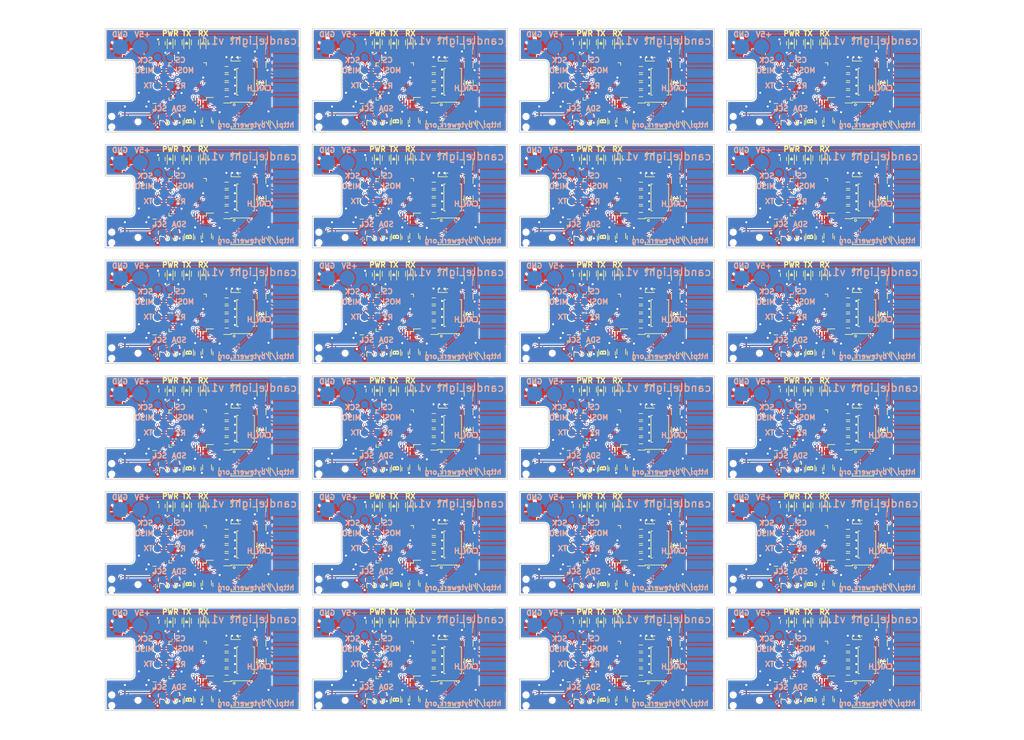
<source format=kicad_pcb>
(kicad_pcb (version 4) (host pcbnew 4.0.2+dfsg1-stable)

  (general
    (links 0)
    (no_connects 0)
    (area 41.324999 30.124999 199.475001 162.275001)
    (thickness 1.6)
    (drawings 504)
    (tracks 11928)
    (zones 0)
    (modules 1056)
    (nets 30)
  )

  (page A4)
  (layers
    (0 F.Cu signal)
    (31 B.Cu signal)
    (32 B.Adhes user)
    (33 F.Adhes user)
    (34 B.Paste user)
    (35 F.Paste user)
    (36 B.SilkS user)
    (37 F.SilkS user)
    (38 B.Mask user)
    (39 F.Mask user)
    (40 Dwgs.User user)
    (41 Cmts.User user)
    (42 Eco1.User user)
    (43 Eco2.User user)
    (44 Edge.Cuts user)
    (45 Margin user)
    (46 B.CrtYd user)
    (47 F.CrtYd user)
    (48 B.Fab user)
    (49 F.Fab user)
  )

  (setup
    (last_trace_width 0.25)
    (user_trace_width 0.15)
    (user_trace_width 0.15)
    (user_trace_width 0.15)
    (user_trace_width 0.15)
    (trace_clearance 0.15)
    (zone_clearance 0.2)
    (zone_45_only yes)
    (trace_min 0.15)
    (segment_width 0.15)
    (edge_width 0.15)
    (via_size 0.6)
    (via_drill 0.4)
    (via_min_size 0.4)
    (via_min_drill 0.3)
    (uvia_size 0.3)
    (uvia_drill 0.1)
    (uvias_allowed no)
    (uvia_min_size 0.2)
    (uvia_min_drill 0.1)
    (pcb_text_width 0.3)
    (pcb_text_size 1 1)
    (mod_edge_width 0.15)
    (mod_text_size 0.5 0.5)
    (mod_text_width 0.125)
    (pad_size 1.524 1.524)
    (pad_drill 0.762)
    (pad_to_mask_clearance 0.05)
    (aux_axis_origin 41.43 30.22)
    (grid_origin 43.5 75.5)
    (visible_elements FFFFFF7F)
    (pcbplotparams
      (layerselection 0x010fc_80000001)
      (usegerberextensions true)
      (excludeedgelayer true)
      (linewidth 0.100000)
      (plotframeref false)
      (viasonmask false)
      (mode 1)
      (useauxorigin false)
      (hpglpennumber 1)
      (hpglpenspeed 20)
      (hpglpendiameter 15)
      (hpglpenoverlay 2)
      (psnegative false)
      (psa4output false)
      (plotreference true)
      (plotvalue true)
      (plotinvisibletext false)
      (padsonsilk false)
      (subtractmaskfromsilk false)
      (outputformat 1)
      (mirror false)
      (drillshape 0)
      (scaleselection 1)
      (outputdirectory export/v1.1/gerber/))
  )

  (net 0 "")
  (net 1 GND)
  (net 2 "Net-(C201-Pad2)")
  (net 3 "Net-(C202-Pad2)")
  (net 4 +3V3)
  (net 5 +5V)
  (net 6 "Net-(D601-Pad2)")
  (net 7 /LEDs/LED1)
  (net 8 "Net-(D602-Pad2)")
  (net 9 /LEDs/LED2)
  (net 10 "Net-(D603-Pad2)")
  (net 11 /Connectors/USB_DM)
  (net 12 /Connectors/USB_DP)
  (net 13 "Net-(R201-Pad2)")
  (net 14 "Net-(R202-Pad1)")
  (net 15 /CAN/CAN_S)
  (net 16 /CAN/CAN_H)
  (net 17 /CAN/CAN_L)
  (net 18 /Connectors/NRST)
  (net 19 "Net-(U201-Pad25)")
  (net 20 "Net-(U201-Pad26)")
  (net 21 "Net-(U201-Pad27)")
  (net 22 "Net-(U201-Pad28)")
  (net 23 "Net-(U201-Pad30)")
  (net 24 "Net-(U201-Pad31)")
  (net 25 /Connectors/SWDIO)
  (net 26 /Connectors/SWCLK)
  (net 27 /MCU/CAN_RX)
  (net 28 /MCU/CAN_TX)
  (net 29 /MCU/BOOT0)

  (net_class Default "This is the default net class."
    (clearance 0.15)
    (trace_width 0.25)
    (via_dia 0.6)
    (via_drill 0.4)
    (uvia_dia 0.3)
    (uvia_drill 0.1)
    (add_net +3V3)
    (add_net +5V)
    (add_net /CAN/CAN_H)
    (add_net /CAN/CAN_L)
    (add_net /CAN/CAN_S)
    (add_net /Connectors/NRST)
    (add_net /Connectors/SWCLK)
    (add_net /Connectors/SWDIO)
    (add_net /Connectors/USB_DM)
    (add_net /Connectors/USB_DP)
    (add_net /LEDs/LED1)
    (add_net /LEDs/LED2)
    (add_net /MCU/BOOT0)
    (add_net /MCU/CAN_RX)
    (add_net /MCU/CAN_TX)
    (add_net GND)
    (add_net "Net-(C201-Pad2)")
    (add_net "Net-(C202-Pad2)")
    (add_net "Net-(D601-Pad2)")
    (add_net "Net-(D602-Pad2)")
    (add_net "Net-(D603-Pad2)")
    (add_net "Net-(R201-Pad2)")
    (add_net "Net-(R202-Pad1)")
    (add_net "Net-(U201-Pad25)")
    (add_net "Net-(U201-Pad26)")
    (add_net "Net-(U201-Pad27)")
    (add_net "Net-(U201-Pad28)")
    (add_net "Net-(U201-Pad30)")
    (add_net "Net-(U201-Pad31)")
  )

  (module Measurement_Points:Measurement_Point_Round-SMD-Pad_Small (layer B.Cu) (tedit 57228D02) (tstamp 5727A012)
    (at 132.7 159.2)
    (descr "Mesurement Point, Round, SMD Pad, DM 1.5mm,")
    (tags "Mesurement Point Round SMD Pad 1.5mm")
    (path /56F3B16B/5722422D)
    (attr virtual)
    (fp_text reference SCL (at -0.55 -1.55) (layer B.SilkS)
      (effects (font (size 1 1) (thickness 0.25)) (justify mirror))
    )
    (fp_text value TEST_1P (at 0 -2) (layer B.Fab)
      (effects (font (size 1 1) (thickness 0.15)) (justify mirror))
    )
    (fp_circle (center 0 0) (end 1 0) (layer B.CrtYd) (width 0.05))
    (pad 1 smd circle (at 0 0) (size 1.5 1.5) (layers B.Cu B.Mask)
      (net 13 "Net-(R201-Pad2)"))
  )

  (module Measurement_Points:Measurement_Point_Round-SMD-Pad_Small (layer B.Cu) (tedit 57228C55) (tstamp 5727A00D)
    (at 131.7 153.2)
    (descr "Mesurement Point, Round, SMD Pad, DM 1.5mm,")
    (tags "Mesurement Point Round SMD Pad 1.5mm")
    (path /56F3B16B/56F4FE08)
    (attr virtual)
    (fp_text reference TX (at -1.8 0 180) (layer B.SilkS)
      (effects (font (size 1 1) (thickness 0.25)) (justify mirror))
    )
    (fp_text value TEST_1P (at 0 -2) (layer B.Fab)
      (effects (font (size 1 1) (thickness 0.15)) (justify mirror))
    )
    (fp_circle (center 0 0) (end 1 0) (layer B.CrtYd) (width 0.05))
    (pad 1 smd circle (at 0 0) (size 1.5 1.5) (layers B.Cu B.Mask)
      (net 23 "Net-(U201-Pad30)"))
  )

  (module Measurement_Points:Measurement_Point_Round-SMD-Pad_Small (layer B.Cu) (tedit 57228CEF) (tstamp 5727A008)
    (at 135.2 159.2)
    (descr "Mesurement Point, Round, SMD Pad, DM 1.5mm,")
    (tags "Mesurement Point Round SMD Pad 1.5mm")
    (path /56F3B16B/572242A6)
    (attr virtual)
    (fp_text reference SDA (at 0.7 -1.55) (layer B.SilkS)
      (effects (font (size 1 1) (thickness 0.25)) (justify mirror))
    )
    (fp_text value TEST_1P (at 0 -2) (layer B.Fab)
      (effects (font (size 1 1) (thickness 0.15)) (justify mirror))
    )
    (fp_circle (center 0 0) (end 1 0) (layer B.CrtYd) (width 0.05))
    (pad 1 smd circle (at 0 0) (size 1.5 1.5) (layers B.Cu B.Mask)
      (net 14 "Net-(R202-Pad1)"))
  )

  (module Measurement_Points:Measurement_Point_Round-SMD-Pad_Small (layer B.Cu) (tedit 57228C68) (tstamp 5727A003)
    (at 134.2 153.2)
    (descr "Mesurement Point, Round, SMD Pad, DM 1.5mm,")
    (tags "Mesurement Point Round SMD Pad 1.5mm")
    (path /56F3B16B/56F4FE85)
    (attr virtual)
    (fp_text reference RX (at 2 0.05 180) (layer B.SilkS)
      (effects (font (size 1 1) (thickness 0.25)) (justify mirror))
    )
    (fp_text value TEST_1P (at 0 -2) (layer B.Fab)
      (effects (font (size 1 1) (thickness 0.15)) (justify mirror))
    )
    (fp_circle (center 0 0) (end 1 0) (layer B.CrtYd) (width 0.05))
    (pad 1 smd circle (at 0 0) (size 1.5 1.5) (layers B.Cu B.Mask)
      (net 24 "Net-(U201-Pad31)"))
  )

  (module Measurement_Points:Measurement_Point_Round-SMD-Pad_Small (layer B.Cu) (tedit 57228C24) (tstamp 57279FFE)
    (at 134.2 150.2)
    (descr "Mesurement Point, Round, SMD Pad, DM 1.5mm,")
    (tags "Mesurement Point Round SMD Pad 1.5mm")
    (path /56F3B16B/57225FCB)
    (attr virtual)
    (fp_text reference MOSI (at 2.75 0.05 180) (layer B.SilkS)
      (effects (font (size 1 1) (thickness 0.25)) (justify mirror))
    )
    (fp_text value TEST_1P (at 0 -2) (layer B.Fab)
      (effects (font (size 1 1) (thickness 0.15)) (justify mirror))
    )
    (fp_circle (center 0 0) (end 1 0) (layer B.CrtYd) (width 0.05))
    (pad 1 smd circle (at 0 0) (size 1.5 1.5) (layers B.Cu B.Mask)
      (net 22 "Net-(U201-Pad28)"))
  )

  (module Measurement_Points:Measurement_Point_Round-SMD-Pad_Small (layer B.Cu) (tedit 57228CEF) (tstamp 57279FF9)
    (at 135.2 136.8)
    (descr "Mesurement Point, Round, SMD Pad, DM 1.5mm,")
    (tags "Mesurement Point Round SMD Pad 1.5mm")
    (path /56F3B16B/572242A6)
    (attr virtual)
    (fp_text reference SDA (at 0.7 -1.55) (layer B.SilkS)
      (effects (font (size 1 1) (thickness 0.25)) (justify mirror))
    )
    (fp_text value TEST_1P (at 0 -2) (layer B.Fab)
      (effects (font (size 1 1) (thickness 0.15)) (justify mirror))
    )
    (fp_circle (center 0 0) (end 1 0) (layer B.CrtYd) (width 0.05))
    (pad 1 smd circle (at 0 0) (size 1.5 1.5) (layers B.Cu B.Mask)
      (net 14 "Net-(R202-Pad1)"))
  )

  (module Measurement_Points:Measurement_Point_Round-SMD-Pad_Small (layer B.Cu) (tedit 57228D02) (tstamp 57279FF4)
    (at 132.7 136.8)
    (descr "Mesurement Point, Round, SMD Pad, DM 1.5mm,")
    (tags "Mesurement Point Round SMD Pad 1.5mm")
    (path /56F3B16B/5722422D)
    (attr virtual)
    (fp_text reference SCL (at -0.55 -1.55) (layer B.SilkS)
      (effects (font (size 1 1) (thickness 0.25)) (justify mirror))
    )
    (fp_text value TEST_1P (at 0 -2) (layer B.Fab)
      (effects (font (size 1 1) (thickness 0.15)) (justify mirror))
    )
    (fp_circle (center 0 0) (end 1 0) (layer B.CrtYd) (width 0.05))
    (pad 1 smd circle (at 0 0) (size 1.5 1.5) (layers B.Cu B.Mask)
      (net 13 "Net-(R201-Pad2)"))
  )

  (module Measurement_Points:Measurement_Point_Round-SMD-Pad_Small (layer B.Cu) (tedit 57228C68) (tstamp 57279FEF)
    (at 134.2 130.8)
    (descr "Mesurement Point, Round, SMD Pad, DM 1.5mm,")
    (tags "Mesurement Point Round SMD Pad 1.5mm")
    (path /56F3B16B/56F4FE85)
    (attr virtual)
    (fp_text reference RX (at 2 0.05 180) (layer B.SilkS)
      (effects (font (size 1 1) (thickness 0.25)) (justify mirror))
    )
    (fp_text value TEST_1P (at 0 -2) (layer B.Fab)
      (effects (font (size 1 1) (thickness 0.15)) (justify mirror))
    )
    (fp_circle (center 0 0) (end 1 0) (layer B.CrtYd) (width 0.05))
    (pad 1 smd circle (at 0 0) (size 1.5 1.5) (layers B.Cu B.Mask)
      (net 24 "Net-(U201-Pad31)"))
  )

  (module Measurement_Points:Measurement_Point_Round-SMD-Pad_Small (layer B.Cu) (tedit 57228BF4) (tstamp 57279FEA)
    (at 134.2 125.3)
    (descr "Mesurement Point, Round, SMD Pad, DM 1.5mm,")
    (tags "Mesurement Point Round SMD Pad 1.5mm")
    (path /56F3B16B/57225CE8)
    (attr virtual)
    (fp_text reference CS (at 1.95 0.55) (layer B.SilkS)
      (effects (font (size 1 1) (thickness 0.25)) (justify mirror))
    )
    (fp_text value TEST_1P (at 0 -2) (layer B.Fab)
      (effects (font (size 1 1) (thickness 0.15)) (justify mirror))
    )
    (fp_circle (center 0 0) (end 1 0) (layer B.CrtYd) (width 0.05))
    (pad 1 smd circle (at 0 0) (size 1.5 1.5) (layers B.Cu B.Mask)
      (net 19 "Net-(U201-Pad25)"))
  )

  (module Measurement_Points:Measurement_Point_Round-SMD-Pad_Small (layer B.Cu) (tedit 57228BE4) (tstamp 57279FE5)
    (at 131.7 125.3)
    (descr "Mesurement Point, Round, SMD Pad, DM 1.5mm,")
    (tags "Mesurement Point Round SMD Pad 1.5mm")
    (path /56F3B16B/57225F09)
    (attr virtual)
    (fp_text reference SCK (at -2.35 0.6) (layer B.SilkS)
      (effects (font (size 1 1) (thickness 0.25)) (justify mirror))
    )
    (fp_text value TEST_1P (at 0 -2) (layer B.Fab)
      (effects (font (size 1 1) (thickness 0.15)) (justify mirror))
    )
    (fp_circle (center 0 0) (end 1 0) (layer B.CrtYd) (width 0.05))
    (pad 1 smd circle (at 0 0) (size 1.5 1.5) (layers B.Cu B.Mask)
      (net 20 "Net-(U201-Pad26)"))
  )

  (module Measurement_Points:Measurement_Point_Round-SMD-Pad_Small (layer B.Cu) (tedit 57228C55) (tstamp 57279FE0)
    (at 131.7 130.8)
    (descr "Mesurement Point, Round, SMD Pad, DM 1.5mm,")
    (tags "Mesurement Point Round SMD Pad 1.5mm")
    (path /56F3B16B/56F4FE08)
    (attr virtual)
    (fp_text reference TX (at -1.8 0 180) (layer B.SilkS)
      (effects (font (size 1 1) (thickness 0.25)) (justify mirror))
    )
    (fp_text value TEST_1P (at 0 -2) (layer B.Fab)
      (effects (font (size 1 1) (thickness 0.15)) (justify mirror))
    )
    (fp_circle (center 0 0) (end 1 0) (layer B.CrtYd) (width 0.05))
    (pad 1 smd circle (at 0 0) (size 1.5 1.5) (layers B.Cu B.Mask)
      (net 23 "Net-(U201-Pad30)"))
  )

  (module Measurement_Points:Measurement_Point_Round-SMD-Pad_Small (layer B.Cu) (tedit 57228C24) (tstamp 57279FDB)
    (at 134.2 127.8)
    (descr "Mesurement Point, Round, SMD Pad, DM 1.5mm,")
    (tags "Mesurement Point Round SMD Pad 1.5mm")
    (path /56F3B16B/57225FCB)
    (attr virtual)
    (fp_text reference MOSI (at 2.75 0.05 180) (layer B.SilkS)
      (effects (font (size 1 1) (thickness 0.25)) (justify mirror))
    )
    (fp_text value TEST_1P (at 0 -2) (layer B.Fab)
      (effects (font (size 1 1) (thickness 0.15)) (justify mirror))
    )
    (fp_circle (center 0 0) (end 1 0) (layer B.CrtYd) (width 0.05))
    (pad 1 smd circle (at 0 0) (size 1.5 1.5) (layers B.Cu B.Mask)
      (net 22 "Net-(U201-Pad28)"))
  )

  (module Measurement_Points:Measurement_Point_Round-SMD-Pad_Small (layer B.Cu) (tedit 57228C15) (tstamp 57279FD6)
    (at 131.7 127.8)
    (descr "Mesurement Point, Round, SMD Pad, DM 1.5mm,")
    (tags "Mesurement Point Round SMD Pad 1.5mm")
    (path /56F3B16B/57225F5B)
    (attr virtual)
    (fp_text reference MISO (at -2.55 0.1 180) (layer B.SilkS)
      (effects (font (size 1 1) (thickness 0.25)) (justify mirror))
    )
    (fp_text value TEST_1P (at 0 -2) (layer B.Fab)
      (effects (font (size 1 1) (thickness 0.15)) (justify mirror))
    )
    (fp_circle (center 0 0) (end 1 0) (layer B.CrtYd) (width 0.05))
    (pad 1 smd circle (at 0 0) (size 1.5 1.5) (layers B.Cu B.Mask)
      (net 21 "Net-(U201-Pad27)"))
  )

  (module Measurement_Points:Measurement_Point_Round-SMD-Pad_Big (layer B.Cu) (tedit 57228A9D) (tstamp 57279FD1)
    (at 124.5 100.9)
    (descr "Mesurement Point, Round, SMD Pad, DM 3mm,")
    (tags "Mesurement Point Round SMD Pad 3mm")
    (path /56F3B1A0/57223B69)
    (attr virtual)
    (fp_text reference W302 (at 0 3) (layer B.SilkS) hide
      (effects (font (size 1 1) (thickness 0.15)) (justify mirror))
    )
    (fp_text value TEST_1P (at 0 -3) (layer B.Fab)
      (effects (font (size 1 1) (thickness 0.15)) (justify mirror))
    )
    (fp_circle (center 0 0) (end 1.75 0) (layer B.CrtYd) (width 0.05))
    (pad 1 smd circle (at 0 0) (size 3 3) (layers B.Cu B.Mask)
      (net 1 GND))
  )

  (module Measurement_Points:Measurement_Point_Round-SMD-Pad_Small (layer B.Cu) (tedit 57228BE4) (tstamp 57279FCC)
    (at 131.7 102.9)
    (descr "Mesurement Point, Round, SMD Pad, DM 1.5mm,")
    (tags "Mesurement Point Round SMD Pad 1.5mm")
    (path /56F3B16B/57225F09)
    (attr virtual)
    (fp_text reference SCK (at -2.35 0.6) (layer B.SilkS)
      (effects (font (size 1 1) (thickness 0.25)) (justify mirror))
    )
    (fp_text value TEST_1P (at 0 -2) (layer B.Fab)
      (effects (font (size 1 1) (thickness 0.15)) (justify mirror))
    )
    (fp_circle (center 0 0) (end 1 0) (layer B.CrtYd) (width 0.05))
    (pad 1 smd circle (at 0 0) (size 1.5 1.5) (layers B.Cu B.Mask)
      (net 20 "Net-(U201-Pad26)"))
  )

  (module Measurement_Points:Measurement_Point_Round-SMD-Pad_Big (layer B.Cu) (tedit 57228AA1) (tstamp 57279FC7)
    (at 128.35 100.9)
    (descr "Mesurement Point, Round, SMD Pad, DM 3mm,")
    (tags "Mesurement Point Round SMD Pad 3mm")
    (path /56F3B1A0/57223B24)
    (attr virtual)
    (fp_text reference W301 (at 0 3) (layer B.SilkS) hide
      (effects (font (size 1 1) (thickness 0.15)) (justify mirror))
    )
    (fp_text value TEST_1P (at 0 -3) (layer B.Fab)
      (effects (font (size 1 1) (thickness 0.15)) (justify mirror))
    )
    (fp_circle (center 0 0) (end 1.75 0) (layer B.CrtYd) (width 0.05))
    (pad 1 smd circle (at 0 0) (size 3 3) (layers B.Cu B.Mask)
      (net 5 +5V))
  )

  (module Measurement_Points:Measurement_Point_Round-SMD-Pad_Small (layer B.Cu) (tedit 57228BF4) (tstamp 57279FC2)
    (at 134.2 102.9)
    (descr "Mesurement Point, Round, SMD Pad, DM 1.5mm,")
    (tags "Mesurement Point Round SMD Pad 1.5mm")
    (path /56F3B16B/57225CE8)
    (attr virtual)
    (fp_text reference CS (at 1.95 0.55) (layer B.SilkS)
      (effects (font (size 1 1) (thickness 0.25)) (justify mirror))
    )
    (fp_text value TEST_1P (at 0 -2) (layer B.Fab)
      (effects (font (size 1 1) (thickness 0.15)) (justify mirror))
    )
    (fp_circle (center 0 0) (end 1 0) (layer B.CrtYd) (width 0.05))
    (pad 1 smd circle (at 0 0) (size 1.5 1.5) (layers B.Cu B.Mask)
      (net 19 "Net-(U201-Pad25)"))
  )

  (module Measurement_Points:Measurement_Point_Round-SMD-Pad_Big (layer B.Cu) (tedit 57228AA1) (tstamp 57279FBD)
    (at 128.35 123.3)
    (descr "Mesurement Point, Round, SMD Pad, DM 3mm,")
    (tags "Mesurement Point Round SMD Pad 3mm")
    (path /56F3B1A0/57223B24)
    (attr virtual)
    (fp_text reference W301 (at 0 3) (layer B.SilkS) hide
      (effects (font (size 1 1) (thickness 0.15)) (justify mirror))
    )
    (fp_text value TEST_1P (at 0 -3) (layer B.Fab)
      (effects (font (size 1 1) (thickness 0.15)) (justify mirror))
    )
    (fp_circle (center 0 0) (end 1.75 0) (layer B.CrtYd) (width 0.05))
    (pad 1 smd circle (at 0 0) (size 3 3) (layers B.Cu B.Mask)
      (net 5 +5V))
  )

  (module Measurement_Points:Measurement_Point_Round-SMD-Pad_Big (layer B.Cu) (tedit 57228A9D) (tstamp 57279FB8)
    (at 124.5 123.3)
    (descr "Mesurement Point, Round, SMD Pad, DM 3mm,")
    (tags "Mesurement Point Round SMD Pad 3mm")
    (path /56F3B1A0/57223B69)
    (attr virtual)
    (fp_text reference W302 (at 0 3) (layer B.SilkS) hide
      (effects (font (size 1 1) (thickness 0.15)) (justify mirror))
    )
    (fp_text value TEST_1P (at 0 -3) (layer B.Fab)
      (effects (font (size 1 1) (thickness 0.15)) (justify mirror))
    )
    (fp_circle (center 0 0) (end 1.75 0) (layer B.CrtYd) (width 0.05))
    (pad 1 smd circle (at 0 0) (size 3 3) (layers B.Cu B.Mask)
      (net 1 GND))
  )

  (module Measurement_Points:Measurement_Point_Round-SMD-Pad_Small (layer B.Cu) (tedit 57228CEF) (tstamp 57279FB3)
    (at 135.2 114.4)
    (descr "Mesurement Point, Round, SMD Pad, DM 1.5mm,")
    (tags "Mesurement Point Round SMD Pad 1.5mm")
    (path /56F3B16B/572242A6)
    (attr virtual)
    (fp_text reference SDA (at 0.7 -1.55) (layer B.SilkS)
      (effects (font (size 1 1) (thickness 0.25)) (justify mirror))
    )
    (fp_text value TEST_1P (at 0 -2) (layer B.Fab)
      (effects (font (size 1 1) (thickness 0.15)) (justify mirror))
    )
    (fp_circle (center 0 0) (end 1 0) (layer B.CrtYd) (width 0.05))
    (pad 1 smd circle (at 0 0) (size 1.5 1.5) (layers B.Cu B.Mask)
      (net 14 "Net-(R202-Pad1)"))
  )

  (module Measurement_Points:Measurement_Point_Round-SMD-Pad_Small (layer B.Cu) (tedit 57228D02) (tstamp 57279FAE)
    (at 132.7 114.4)
    (descr "Mesurement Point, Round, SMD Pad, DM 1.5mm,")
    (tags "Mesurement Point Round SMD Pad 1.5mm")
    (path /56F3B16B/5722422D)
    (attr virtual)
    (fp_text reference SCL (at -0.55 -1.55) (layer B.SilkS)
      (effects (font (size 1 1) (thickness 0.25)) (justify mirror))
    )
    (fp_text value TEST_1P (at 0 -2) (layer B.Fab)
      (effects (font (size 1 1) (thickness 0.15)) (justify mirror))
    )
    (fp_circle (center 0 0) (end 1 0) (layer B.CrtYd) (width 0.05))
    (pad 1 smd circle (at 0 0) (size 1.5 1.5) (layers B.Cu B.Mask)
      (net 13 "Net-(R201-Pad2)"))
  )

  (module Measurement_Points:Measurement_Point_Round-SMD-Pad_Big (layer B.Cu) (tedit 57228A9D) (tstamp 57279FA9)
    (at 124.5 145.7)
    (descr "Mesurement Point, Round, SMD Pad, DM 3mm,")
    (tags "Mesurement Point Round SMD Pad 3mm")
    (path /56F3B1A0/57223B69)
    (attr virtual)
    (fp_text reference W302 (at 0 3) (layer B.SilkS) hide
      (effects (font (size 1 1) (thickness 0.15)) (justify mirror))
    )
    (fp_text value TEST_1P (at 0 -3) (layer B.Fab)
      (effects (font (size 1 1) (thickness 0.15)) (justify mirror))
    )
    (fp_circle (center 0 0) (end 1.75 0) (layer B.CrtYd) (width 0.05))
    (pad 1 smd circle (at 0 0) (size 3 3) (layers B.Cu B.Mask)
      (net 1 GND))
  )

  (module Measurement_Points:Measurement_Point_Round-SMD-Pad_Small (layer B.Cu) (tedit 57228BF4) (tstamp 57279FA4)
    (at 134.2 147.7)
    (descr "Mesurement Point, Round, SMD Pad, DM 1.5mm,")
    (tags "Mesurement Point Round SMD Pad 1.5mm")
    (path /56F3B16B/57225CE8)
    (attr virtual)
    (fp_text reference CS (at 1.95 0.55) (layer B.SilkS)
      (effects (font (size 1 1) (thickness 0.25)) (justify mirror))
    )
    (fp_text value TEST_1P (at 0 -2) (layer B.Fab)
      (effects (font (size 1 1) (thickness 0.15)) (justify mirror))
    )
    (fp_circle (center 0 0) (end 1 0) (layer B.CrtYd) (width 0.05))
    (pad 1 smd circle (at 0 0) (size 1.5 1.5) (layers B.Cu B.Mask)
      (net 19 "Net-(U201-Pad25)"))
  )

  (module Measurement_Points:Measurement_Point_Round-SMD-Pad_Small (layer B.Cu) (tedit 57228C15) (tstamp 57279F9F)
    (at 131.7 150.2)
    (descr "Mesurement Point, Round, SMD Pad, DM 1.5mm,")
    (tags "Mesurement Point Round SMD Pad 1.5mm")
    (path /56F3B16B/57225F5B)
    (attr virtual)
    (fp_text reference MISO (at -2.55 0.1 180) (layer B.SilkS)
      (effects (font (size 1 1) (thickness 0.25)) (justify mirror))
    )
    (fp_text value TEST_1P (at 0 -2) (layer B.Fab)
      (effects (font (size 1 1) (thickness 0.15)) (justify mirror))
    )
    (fp_circle (center 0 0) (end 1 0) (layer B.CrtYd) (width 0.05))
    (pad 1 smd circle (at 0 0) (size 1.5 1.5) (layers B.Cu B.Mask)
      (net 21 "Net-(U201-Pad27)"))
  )

  (module Measurement_Points:Measurement_Point_Round-SMD-Pad_Big (layer B.Cu) (tedit 57228AA1) (tstamp 57279F9A)
    (at 128.35 145.7)
    (descr "Mesurement Point, Round, SMD Pad, DM 3mm,")
    (tags "Mesurement Point Round SMD Pad 3mm")
    (path /56F3B1A0/57223B24)
    (attr virtual)
    (fp_text reference W301 (at 0 3) (layer B.SilkS) hide
      (effects (font (size 1 1) (thickness 0.15)) (justify mirror))
    )
    (fp_text value TEST_1P (at 0 -3) (layer B.Fab)
      (effects (font (size 1 1) (thickness 0.15)) (justify mirror))
    )
    (fp_circle (center 0 0) (end 1.75 0) (layer B.CrtYd) (width 0.05))
    (pad 1 smd circle (at 0 0) (size 3 3) (layers B.Cu B.Mask)
      (net 5 +5V))
  )

  (module Measurement_Points:Measurement_Point_Round-SMD-Pad_Small (layer B.Cu) (tedit 57228BE4) (tstamp 57279F95)
    (at 131.7 147.7)
    (descr "Mesurement Point, Round, SMD Pad, DM 1.5mm,")
    (tags "Mesurement Point Round SMD Pad 1.5mm")
    (path /56F3B16B/57225F09)
    (attr virtual)
    (fp_text reference SCK (at -2.35 0.6) (layer B.SilkS)
      (effects (font (size 1 1) (thickness 0.25)) (justify mirror))
    )
    (fp_text value TEST_1P (at 0 -2) (layer B.Fab)
      (effects (font (size 1 1) (thickness 0.15)) (justify mirror))
    )
    (fp_circle (center 0 0) (end 1 0) (layer B.CrtYd) (width 0.05))
    (pad 1 smd circle (at 0 0) (size 1.5 1.5) (layers B.Cu B.Mask)
      (net 20 "Net-(U201-Pad26)"))
  )

  (module Measurement_Points:Measurement_Point_Round-SMD-Pad_Small (layer B.Cu) (tedit 57228C55) (tstamp 57279F90)
    (at 131.7 108.4)
    (descr "Mesurement Point, Round, SMD Pad, DM 1.5mm,")
    (tags "Mesurement Point Round SMD Pad 1.5mm")
    (path /56F3B16B/56F4FE08)
    (attr virtual)
    (fp_text reference TX (at -1.8 0 180) (layer B.SilkS)
      (effects (font (size 1 1) (thickness 0.25)) (justify mirror))
    )
    (fp_text value TEST_1P (at 0 -2) (layer B.Fab)
      (effects (font (size 1 1) (thickness 0.15)) (justify mirror))
    )
    (fp_circle (center 0 0) (end 1 0) (layer B.CrtYd) (width 0.05))
    (pad 1 smd circle (at 0 0) (size 1.5 1.5) (layers B.Cu B.Mask)
      (net 23 "Net-(U201-Pad30)"))
  )

  (module Measurement_Points:Measurement_Point_Round-SMD-Pad_Small (layer B.Cu) (tedit 57228C68) (tstamp 57279F8B)
    (at 134.2 108.4)
    (descr "Mesurement Point, Round, SMD Pad, DM 1.5mm,")
    (tags "Mesurement Point Round SMD Pad 1.5mm")
    (path /56F3B16B/56F4FE85)
    (attr virtual)
    (fp_text reference RX (at 2 0.05 180) (layer B.SilkS)
      (effects (font (size 1 1) (thickness 0.25)) (justify mirror))
    )
    (fp_text value TEST_1P (at 0 -2) (layer B.Fab)
      (effects (font (size 1 1) (thickness 0.15)) (justify mirror))
    )
    (fp_circle (center 0 0) (end 1 0) (layer B.CrtYd) (width 0.05))
    (pad 1 smd circle (at 0 0) (size 1.5 1.5) (layers B.Cu B.Mask)
      (net 24 "Net-(U201-Pad31)"))
  )

  (module Measurement_Points:Measurement_Point_Round-SMD-Pad_Small (layer B.Cu) (tedit 57228C24) (tstamp 57279F86)
    (at 134.2 105.4)
    (descr "Mesurement Point, Round, SMD Pad, DM 1.5mm,")
    (tags "Mesurement Point Round SMD Pad 1.5mm")
    (path /56F3B16B/57225FCB)
    (attr virtual)
    (fp_text reference MOSI (at 2.75 0.05 180) (layer B.SilkS)
      (effects (font (size 1 1) (thickness 0.25)) (justify mirror))
    )
    (fp_text value TEST_1P (at 0 -2) (layer B.Fab)
      (effects (font (size 1 1) (thickness 0.15)) (justify mirror))
    )
    (fp_circle (center 0 0) (end 1 0) (layer B.CrtYd) (width 0.05))
    (pad 1 smd circle (at 0 0) (size 1.5 1.5) (layers B.Cu B.Mask)
      (net 22 "Net-(U201-Pad28)"))
  )

  (module Measurement_Points:Measurement_Point_Round-SMD-Pad_Small (layer B.Cu) (tedit 57228C15) (tstamp 57279F81)
    (at 131.7 105.4)
    (descr "Mesurement Point, Round, SMD Pad, DM 1.5mm,")
    (tags "Mesurement Point Round SMD Pad 1.5mm")
    (path /56F3B16B/57225F5B)
    (attr virtual)
    (fp_text reference MISO (at -2.55 0.1 180) (layer B.SilkS)
      (effects (font (size 1 1) (thickness 0.25)) (justify mirror))
    )
    (fp_text value TEST_1P (at 0 -2) (layer B.Fab)
      (effects (font (size 1 1) (thickness 0.15)) (justify mirror))
    )
    (fp_circle (center 0 0) (end 1 0) (layer B.CrtYd) (width 0.05))
    (pad 1 smd circle (at 0 0) (size 1.5 1.5) (layers B.Cu B.Mask)
      (net 21 "Net-(U201-Pad27)"))
  )

  (module Measurement_Points:Measurement_Point_Round-SMD-Pad_Small (layer B.Cu) (tedit 57228BE4) (tstamp 57279F7C)
    (at 51.5 147.7)
    (descr "Mesurement Point, Round, SMD Pad, DM 1.5mm,")
    (tags "Mesurement Point Round SMD Pad 1.5mm")
    (path /56F3B16B/57225F09)
    (attr virtual)
    (fp_text reference SCK (at -2.35 0.6) (layer B.SilkS)
      (effects (font (size 1 1) (thickness 0.25)) (justify mirror))
    )
    (fp_text value TEST_1P (at 0 -2) (layer B.Fab)
      (effects (font (size 1 1) (thickness 0.15)) (justify mirror))
    )
    (fp_circle (center 0 0) (end 1 0) (layer B.CrtYd) (width 0.05))
    (pad 1 smd circle (at 0 0) (size 1.5 1.5) (layers B.Cu B.Mask)
      (net 20 "Net-(U201-Pad26)"))
  )

  (module Measurement_Points:Measurement_Point_Round-SMD-Pad_Big (layer B.Cu) (tedit 57228AA1) (tstamp 57279F77)
    (at 48.15 145.7)
    (descr "Mesurement Point, Round, SMD Pad, DM 3mm,")
    (tags "Mesurement Point Round SMD Pad 3mm")
    (path /56F3B1A0/57223B24)
    (attr virtual)
    (fp_text reference W301 (at 0 3) (layer B.SilkS) hide
      (effects (font (size 1 1) (thickness 0.15)) (justify mirror))
    )
    (fp_text value TEST_1P (at 0 -3) (layer B.Fab)
      (effects (font (size 1 1) (thickness 0.15)) (justify mirror))
    )
    (fp_circle (center 0 0) (end 1.75 0) (layer B.CrtYd) (width 0.05))
    (pad 1 smd circle (at 0 0) (size 3 3) (layers B.Cu B.Mask)
      (net 5 +5V))
  )

  (module Measurement_Points:Measurement_Point_Round-SMD-Pad_Small (layer B.Cu) (tedit 57228BF4) (tstamp 57279F72)
    (at 54 147.7)
    (descr "Mesurement Point, Round, SMD Pad, DM 1.5mm,")
    (tags "Mesurement Point Round SMD Pad 1.5mm")
    (path /56F3B16B/57225CE8)
    (attr virtual)
    (fp_text reference CS (at 1.95 0.55) (layer B.SilkS)
      (effects (font (size 1 1) (thickness 0.25)) (justify mirror))
    )
    (fp_text value TEST_1P (at 0 -2) (layer B.Fab)
      (effects (font (size 1 1) (thickness 0.15)) (justify mirror))
    )
    (fp_circle (center 0 0) (end 1 0) (layer B.CrtYd) (width 0.05))
    (pad 1 smd circle (at 0 0) (size 1.5 1.5) (layers B.Cu B.Mask)
      (net 19 "Net-(U201-Pad25)"))
  )

  (module Measurement_Points:Measurement_Point_Round-SMD-Pad_Big (layer B.Cu) (tedit 57228A9D) (tstamp 57279F6D)
    (at 44.3 145.7)
    (descr "Mesurement Point, Round, SMD Pad, DM 3mm,")
    (tags "Mesurement Point Round SMD Pad 3mm")
    (path /56F3B1A0/57223B69)
    (attr virtual)
    (fp_text reference W302 (at 0 3) (layer B.SilkS) hide
      (effects (font (size 1 1) (thickness 0.15)) (justify mirror))
    )
    (fp_text value TEST_1P (at 0 -3) (layer B.Fab)
      (effects (font (size 1 1) (thickness 0.15)) (justify mirror))
    )
    (fp_circle (center 0 0) (end 1.75 0) (layer B.CrtYd) (width 0.05))
    (pad 1 smd circle (at 0 0) (size 3 3) (layers B.Cu B.Mask)
      (net 1 GND))
  )

  (module Measurement_Points:Measurement_Point_Round-SMD-Pad_Small (layer B.Cu) (tedit 57228C15) (tstamp 57279F68)
    (at 51.5 150.2)
    (descr "Mesurement Point, Round, SMD Pad, DM 1.5mm,")
    (tags "Mesurement Point Round SMD Pad 1.5mm")
    (path /56F3B16B/57225F5B)
    (attr virtual)
    (fp_text reference MISO (at -2.55 0.1 180) (layer B.SilkS)
      (effects (font (size 1 1) (thickness 0.25)) (justify mirror))
    )
    (fp_text value TEST_1P (at 0 -2) (layer B.Fab)
      (effects (font (size 1 1) (thickness 0.15)) (justify mirror))
    )
    (fp_circle (center 0 0) (end 1 0) (layer B.CrtYd) (width 0.05))
    (pad 1 smd circle (at 0 0) (size 1.5 1.5) (layers B.Cu B.Mask)
      (net 21 "Net-(U201-Pad27)"))
  )

  (module Measurement_Points:Measurement_Point_Round-SMD-Pad_Small (layer B.Cu) (tedit 57228BE4) (tstamp 57279F63)
    (at 51.5 125.3)
    (descr "Mesurement Point, Round, SMD Pad, DM 1.5mm,")
    (tags "Mesurement Point Round SMD Pad 1.5mm")
    (path /56F3B16B/57225F09)
    (attr virtual)
    (fp_text reference SCK (at -2.35 0.6) (layer B.SilkS)
      (effects (font (size 1 1) (thickness 0.25)) (justify mirror))
    )
    (fp_text value TEST_1P (at 0 -2) (layer B.Fab)
      (effects (font (size 1 1) (thickness 0.15)) (justify mirror))
    )
    (fp_circle (center 0 0) (end 1 0) (layer B.CrtYd) (width 0.05))
    (pad 1 smd circle (at 0 0) (size 1.5 1.5) (layers B.Cu B.Mask)
      (net 20 "Net-(U201-Pad26)"))
  )

  (module Measurement_Points:Measurement_Point_Round-SMD-Pad_Small (layer B.Cu) (tedit 57228BF4) (tstamp 57279F5E)
    (at 54 125.3)
    (descr "Mesurement Point, Round, SMD Pad, DM 1.5mm,")
    (tags "Mesurement Point Round SMD Pad 1.5mm")
    (path /56F3B16B/57225CE8)
    (attr virtual)
    (fp_text reference CS (at 1.95 0.55) (layer B.SilkS)
      (effects (font (size 1 1) (thickness 0.25)) (justify mirror))
    )
    (fp_text value TEST_1P (at 0 -2) (layer B.Fab)
      (effects (font (size 1 1) (thickness 0.15)) (justify mirror))
    )
    (fp_circle (center 0 0) (end 1 0) (layer B.CrtYd) (width 0.05))
    (pad 1 smd circle (at 0 0) (size 1.5 1.5) (layers B.Cu B.Mask)
      (net 19 "Net-(U201-Pad25)"))
  )

  (module Measurement_Points:Measurement_Point_Round-SMD-Pad_Big (layer B.Cu) (tedit 57228A9D) (tstamp 57279F59)
    (at 44.3 123.3)
    (descr "Mesurement Point, Round, SMD Pad, DM 3mm,")
    (tags "Mesurement Point Round SMD Pad 3mm")
    (path /56F3B1A0/57223B69)
    (attr virtual)
    (fp_text reference W302 (at 0 3) (layer B.SilkS) hide
      (effects (font (size 1 1) (thickness 0.15)) (justify mirror))
    )
    (fp_text value TEST_1P (at 0 -3) (layer B.Fab)
      (effects (font (size 1 1) (thickness 0.15)) (justify mirror))
    )
    (fp_circle (center 0 0) (end 1.75 0) (layer B.CrtYd) (width 0.05))
    (pad 1 smd circle (at 0 0) (size 3 3) (layers B.Cu B.Mask)
      (net 1 GND))
  )

  (module Measurement_Points:Measurement_Point_Round-SMD-Pad_Small (layer B.Cu) (tedit 57228C24) (tstamp 57279F54)
    (at 54 127.8)
    (descr "Mesurement Point, Round, SMD Pad, DM 1.5mm,")
    (tags "Mesurement Point Round SMD Pad 1.5mm")
    (path /56F3B16B/57225FCB)
    (attr virtual)
    (fp_text reference MOSI (at 2.75 0.05 180) (layer B.SilkS)
      (effects (font (size 1 1) (thickness 0.25)) (justify mirror))
    )
    (fp_text value TEST_1P (at 0 -2) (layer B.Fab)
      (effects (font (size 1 1) (thickness 0.15)) (justify mirror))
    )
    (fp_circle (center 0 0) (end 1 0) (layer B.CrtYd) (width 0.05))
    (pad 1 smd circle (at 0 0) (size 1.5 1.5) (layers B.Cu B.Mask)
      (net 22 "Net-(U201-Pad28)"))
  )

  (module Measurement_Points:Measurement_Point_Round-SMD-Pad_Small (layer B.Cu) (tedit 57228C15) (tstamp 57279F4F)
    (at 51.5 127.8)
    (descr "Mesurement Point, Round, SMD Pad, DM 1.5mm,")
    (tags "Mesurement Point Round SMD Pad 1.5mm")
    (path /56F3B16B/57225F5B)
    (attr virtual)
    (fp_text reference MISO (at -2.55 0.1 180) (layer B.SilkS)
      (effects (font (size 1 1) (thickness 0.25)) (justify mirror))
    )
    (fp_text value TEST_1P (at 0 -2) (layer B.Fab)
      (effects (font (size 1 1) (thickness 0.15)) (justify mirror))
    )
    (fp_circle (center 0 0) (end 1 0) (layer B.CrtYd) (width 0.05))
    (pad 1 smd circle (at 0 0) (size 1.5 1.5) (layers B.Cu B.Mask)
      (net 21 "Net-(U201-Pad27)"))
  )

  (module Measurement_Points:Measurement_Point_Round-SMD-Pad_Big (layer B.Cu) (tedit 57228AA1) (tstamp 57279F4A)
    (at 48.15 123.3)
    (descr "Mesurement Point, Round, SMD Pad, DM 3mm,")
    (tags "Mesurement Point Round SMD Pad 3mm")
    (path /56F3B1A0/57223B24)
    (attr virtual)
    (fp_text reference W301 (at 0 3) (layer B.SilkS) hide
      (effects (font (size 1 1) (thickness 0.15)) (justify mirror))
    )
    (fp_text value TEST_1P (at 0 -3) (layer B.Fab)
      (effects (font (size 1 1) (thickness 0.15)) (justify mirror))
    )
    (fp_circle (center 0 0) (end 1.75 0) (layer B.CrtYd) (width 0.05))
    (pad 1 smd circle (at 0 0) (size 3 3) (layers B.Cu B.Mask)
      (net 5 +5V))
  )

  (module Measurement_Points:Measurement_Point_Round-SMD-Pad_Small (layer B.Cu) (tedit 57228BE4) (tstamp 57279F45)
    (at 51.5 102.9)
    (descr "Mesurement Point, Round, SMD Pad, DM 1.5mm,")
    (tags "Mesurement Point Round SMD Pad 1.5mm")
    (path /56F3B16B/57225F09)
    (attr virtual)
    (fp_text reference SCK (at -2.35 0.6) (layer B.SilkS)
      (effects (font (size 1 1) (thickness 0.25)) (justify mirror))
    )
    (fp_text value TEST_1P (at 0 -2) (layer B.Fab)
      (effects (font (size 1 1) (thickness 0.15)) (justify mirror))
    )
    (fp_circle (center 0 0) (end 1 0) (layer B.CrtYd) (width 0.05))
    (pad 1 smd circle (at 0 0) (size 1.5 1.5) (layers B.Cu B.Mask)
      (net 20 "Net-(U201-Pad26)"))
  )

  (module Measurement_Points:Measurement_Point_Round-SMD-Pad_Big (layer B.Cu) (tedit 57228AA1) (tstamp 57279F40)
    (at 48.15 100.9)
    (descr "Mesurement Point, Round, SMD Pad, DM 3mm,")
    (tags "Mesurement Point Round SMD Pad 3mm")
    (path /56F3B1A0/57223B24)
    (attr virtual)
    (fp_text reference W301 (at 0 3) (layer B.SilkS) hide
      (effects (font (size 1 1) (thickness 0.15)) (justify mirror))
    )
    (fp_text value TEST_1P (at 0 -3) (layer B.Fab)
      (effects (font (size 1 1) (thickness 0.15)) (justify mirror))
    )
    (fp_circle (center 0 0) (end 1.75 0) (layer B.CrtYd) (width 0.05))
    (pad 1 smd circle (at 0 0) (size 3 3) (layers B.Cu B.Mask)
      (net 5 +5V))
  )

  (module Measurement_Points:Measurement_Point_Round-SMD-Pad_Big (layer B.Cu) (tedit 57228A9D) (tstamp 57279F3B)
    (at 44.3 100.9)
    (descr "Mesurement Point, Round, SMD Pad, DM 3mm,")
    (tags "Mesurement Point Round SMD Pad 3mm")
    (path /56F3B1A0/57223B69)
    (attr virtual)
    (fp_text reference W302 (at 0 3) (layer B.SilkS) hide
      (effects (font (size 1 1) (thickness 0.15)) (justify mirror))
    )
    (fp_text value TEST_1P (at 0 -3) (layer B.Fab)
      (effects (font (size 1 1) (thickness 0.15)) (justify mirror))
    )
    (fp_circle (center 0 0) (end 1.75 0) (layer B.CrtYd) (width 0.05))
    (pad 1 smd circle (at 0 0) (size 3 3) (layers B.Cu B.Mask)
      (net 1 GND))
  )

  (module Measurement_Points:Measurement_Point_Round-SMD-Pad_Small (layer B.Cu) (tedit 57228BF4) (tstamp 57279F36)
    (at 54 102.9)
    (descr "Mesurement Point, Round, SMD Pad, DM 1.5mm,")
    (tags "Mesurement Point Round SMD Pad 1.5mm")
    (path /56F3B16B/57225CE8)
    (attr virtual)
    (fp_text reference CS (at 1.95 0.55) (layer B.SilkS)
      (effects (font (size 1 1) (thickness 0.25)) (justify mirror))
    )
    (fp_text value TEST_1P (at 0 -2) (layer B.Fab)
      (effects (font (size 1 1) (thickness 0.15)) (justify mirror))
    )
    (fp_circle (center 0 0) (end 1 0) (layer B.CrtYd) (width 0.05))
    (pad 1 smd circle (at 0 0) (size 1.5 1.5) (layers B.Cu B.Mask)
      (net 19 "Net-(U201-Pad25)"))
  )

  (module Measurement_Points:Measurement_Point_Round-SMD-Pad_Small (layer B.Cu) (tedit 57228C55) (tstamp 57279F31)
    (at 51.5 130.8)
    (descr "Mesurement Point, Round, SMD Pad, DM 1.5mm,")
    (tags "Mesurement Point Round SMD Pad 1.5mm")
    (path /56F3B16B/56F4FE08)
    (attr virtual)
    (fp_text reference TX (at -1.8 0 180) (layer B.SilkS)
      (effects (font (size 1 1) (thickness 0.25)) (justify mirror))
    )
    (fp_text value TEST_1P (at 0 -2) (layer B.Fab)
      (effects (font (size 1 1) (thickness 0.15)) (justify mirror))
    )
    (fp_circle (center 0 0) (end 1 0) (layer B.CrtYd) (width 0.05))
    (pad 1 smd circle (at 0 0) (size 1.5 1.5) (layers B.Cu B.Mask)
      (net 23 "Net-(U201-Pad30)"))
  )

  (module Measurement_Points:Measurement_Point_Round-SMD-Pad_Small (layer B.Cu) (tedit 57228D02) (tstamp 57279F2C)
    (at 52.5 136.8)
    (descr "Mesurement Point, Round, SMD Pad, DM 1.5mm,")
    (tags "Mesurement Point Round SMD Pad 1.5mm")
    (path /56F3B16B/5722422D)
    (attr virtual)
    (fp_text reference SCL (at -0.55 -1.55) (layer B.SilkS)
      (effects (font (size 1 1) (thickness 0.25)) (justify mirror))
    )
    (fp_text value TEST_1P (at 0 -2) (layer B.Fab)
      (effects (font (size 1 1) (thickness 0.15)) (justify mirror))
    )
    (fp_circle (center 0 0) (end 1 0) (layer B.CrtYd) (width 0.05))
    (pad 1 smd circle (at 0 0) (size 1.5 1.5) (layers B.Cu B.Mask)
      (net 13 "Net-(R201-Pad2)"))
  )

  (module Measurement_Points:Measurement_Point_Round-SMD-Pad_Small (layer B.Cu) (tedit 57228C68) (tstamp 57279F27)
    (at 54 130.8)
    (descr "Mesurement Point, Round, SMD Pad, DM 1.5mm,")
    (tags "Mesurement Point Round SMD Pad 1.5mm")
    (path /56F3B16B/56F4FE85)
    (attr virtual)
    (fp_text reference RX (at 2 0.05 180) (layer B.SilkS)
      (effects (font (size 1 1) (thickness 0.25)) (justify mirror))
    )
    (fp_text value TEST_1P (at 0 -2) (layer B.Fab)
      (effects (font (size 1 1) (thickness 0.15)) (justify mirror))
    )
    (fp_circle (center 0 0) (end 1 0) (layer B.CrtYd) (width 0.05))
    (pad 1 smd circle (at 0 0) (size 1.5 1.5) (layers B.Cu B.Mask)
      (net 24 "Net-(U201-Pad31)"))
  )

  (module Measurement_Points:Measurement_Point_Round-SMD-Pad_Small (layer B.Cu) (tedit 57228CEF) (tstamp 57279F22)
    (at 55 136.8)
    (descr "Mesurement Point, Round, SMD Pad, DM 1.5mm,")
    (tags "Mesurement Point Round SMD Pad 1.5mm")
    (path /56F3B16B/572242A6)
    (attr virtual)
    (fp_text reference SDA (at 0.7 -1.55) (layer B.SilkS)
      (effects (font (size 1 1) (thickness 0.25)) (justify mirror))
    )
    (fp_text value TEST_1P (at 0 -2) (layer B.Fab)
      (effects (font (size 1 1) (thickness 0.15)) (justify mirror))
    )
    (fp_circle (center 0 0) (end 1 0) (layer B.CrtYd) (width 0.05))
    (pad 1 smd circle (at 0 0) (size 1.5 1.5) (layers B.Cu B.Mask)
      (net 14 "Net-(R202-Pad1)"))
  )

  (module Measurement_Points:Measurement_Point_Round-SMD-Pad_Small (layer B.Cu) (tedit 57228CEF) (tstamp 57279F1D)
    (at 55 114.4)
    (descr "Mesurement Point, Round, SMD Pad, DM 1.5mm,")
    (tags "Mesurement Point Round SMD Pad 1.5mm")
    (path /56F3B16B/572242A6)
    (attr virtual)
    (fp_text reference SDA (at 0.7 -1.55) (layer B.SilkS)
      (effects (font (size 1 1) (thickness 0.25)) (justify mirror))
    )
    (fp_text value TEST_1P (at 0 -2) (layer B.Fab)
      (effects (font (size 1 1) (thickness 0.15)) (justify mirror))
    )
    (fp_circle (center 0 0) (end 1 0) (layer B.CrtYd) (width 0.05))
    (pad 1 smd circle (at 0 0) (size 1.5 1.5) (layers B.Cu B.Mask)
      (net 14 "Net-(R202-Pad1)"))
  )

  (module Measurement_Points:Measurement_Point_Round-SMD-Pad_Small (layer B.Cu) (tedit 57228C68) (tstamp 57279F18)
    (at 54 108.4)
    (descr "Mesurement Point, Round, SMD Pad, DM 1.5mm,")
    (tags "Mesurement Point Round SMD Pad 1.5mm")
    (path /56F3B16B/56F4FE85)
    (attr virtual)
    (fp_text reference RX (at 2 0.05 180) (layer B.SilkS)
      (effects (font (size 1 1) (thickness 0.25)) (justify mirror))
    )
    (fp_text value TEST_1P (at 0 -2) (layer B.Fab)
      (effects (font (size 1 1) (thickness 0.15)) (justify mirror))
    )
    (fp_circle (center 0 0) (end 1 0) (layer B.CrtYd) (width 0.05))
    (pad 1 smd circle (at 0 0) (size 1.5 1.5) (layers B.Cu B.Mask)
      (net 24 "Net-(U201-Pad31)"))
  )

  (module Measurement_Points:Measurement_Point_Round-SMD-Pad_Small (layer B.Cu) (tedit 57228C55) (tstamp 57279F13)
    (at 51.5 108.4)
    (descr "Mesurement Point, Round, SMD Pad, DM 1.5mm,")
    (tags "Mesurement Point Round SMD Pad 1.5mm")
    (path /56F3B16B/56F4FE08)
    (attr virtual)
    (fp_text reference TX (at -1.8 0 180) (layer B.SilkS)
      (effects (font (size 1 1) (thickness 0.25)) (justify mirror))
    )
    (fp_text value TEST_1P (at 0 -2) (layer B.Fab)
      (effects (font (size 1 1) (thickness 0.15)) (justify mirror))
    )
    (fp_circle (center 0 0) (end 1 0) (layer B.CrtYd) (width 0.05))
    (pad 1 smd circle (at 0 0) (size 1.5 1.5) (layers B.Cu B.Mask)
      (net 23 "Net-(U201-Pad30)"))
  )

  (module Measurement_Points:Measurement_Point_Round-SMD-Pad_Small (layer B.Cu) (tedit 57228C15) (tstamp 57279F0E)
    (at 51.5 105.4)
    (descr "Mesurement Point, Round, SMD Pad, DM 1.5mm,")
    (tags "Mesurement Point Round SMD Pad 1.5mm")
    (path /56F3B16B/57225F5B)
    (attr virtual)
    (fp_text reference MISO (at -2.55 0.1 180) (layer B.SilkS)
      (effects (font (size 1 1) (thickness 0.25)) (justify mirror))
    )
    (fp_text value TEST_1P (at 0 -2) (layer B.Fab)
      (effects (font (size 1 1) (thickness 0.15)) (justify mirror))
    )
    (fp_circle (center 0 0) (end 1 0) (layer B.CrtYd) (width 0.05))
    (pad 1 smd circle (at 0 0) (size 1.5 1.5) (layers B.Cu B.Mask)
      (net 21 "Net-(U201-Pad27)"))
  )

  (module Measurement_Points:Measurement_Point_Round-SMD-Pad_Small (layer B.Cu) (tedit 57228D02) (tstamp 57279F09)
    (at 52.5 114.4)
    (descr "Mesurement Point, Round, SMD Pad, DM 1.5mm,")
    (tags "Mesurement Point Round SMD Pad 1.5mm")
    (path /56F3B16B/5722422D)
    (attr virtual)
    (fp_text reference SCL (at -0.55 -1.55) (layer B.SilkS)
      (effects (font (size 1 1) (thickness 0.25)) (justify mirror))
    )
    (fp_text value TEST_1P (at 0 -2) (layer B.Fab)
      (effects (font (size 1 1) (thickness 0.15)) (justify mirror))
    )
    (fp_circle (center 0 0) (end 1 0) (layer B.CrtYd) (width 0.05))
    (pad 1 smd circle (at 0 0) (size 1.5 1.5) (layers B.Cu B.Mask)
      (net 13 "Net-(R201-Pad2)"))
  )

  (module Measurement_Points:Measurement_Point_Round-SMD-Pad_Small (layer B.Cu) (tedit 57228C24) (tstamp 57279F04)
    (at 54 105.4)
    (descr "Mesurement Point, Round, SMD Pad, DM 1.5mm,")
    (tags "Mesurement Point Round SMD Pad 1.5mm")
    (path /56F3B16B/57225FCB)
    (attr virtual)
    (fp_text reference MOSI (at 2.75 0.05 180) (layer B.SilkS)
      (effects (font (size 1 1) (thickness 0.25)) (justify mirror))
    )
    (fp_text value TEST_1P (at 0 -2) (layer B.Fab)
      (effects (font (size 1 1) (thickness 0.15)) (justify mirror))
    )
    (fp_circle (center 0 0) (end 1 0) (layer B.CrtYd) (width 0.05))
    (pad 1 smd circle (at 0 0) (size 1.5 1.5) (layers B.Cu B.Mask)
      (net 22 "Net-(U201-Pad28)"))
  )

  (module Measurement_Points:Measurement_Point_Round-SMD-Pad_Small (layer B.Cu) (tedit 57228CEF) (tstamp 57279EFF)
    (at 55 159.2)
    (descr "Mesurement Point, Round, SMD Pad, DM 1.5mm,")
    (tags "Mesurement Point Round SMD Pad 1.5mm")
    (path /56F3B16B/572242A6)
    (attr virtual)
    (fp_text reference SDA (at 0.7 -1.55) (layer B.SilkS)
      (effects (font (size 1 1) (thickness 0.25)) (justify mirror))
    )
    (fp_text value TEST_1P (at 0 -2) (layer B.Fab)
      (effects (font (size 1 1) (thickness 0.15)) (justify mirror))
    )
    (fp_circle (center 0 0) (end 1 0) (layer B.CrtYd) (width 0.05))
    (pad 1 smd circle (at 0 0) (size 1.5 1.5) (layers B.Cu B.Mask)
      (net 14 "Net-(R202-Pad1)"))
  )

  (module Measurement_Points:Measurement_Point_Round-SMD-Pad_Small (layer B.Cu) (tedit 57228C68) (tstamp 57279EFA)
    (at 54 153.2)
    (descr "Mesurement Point, Round, SMD Pad, DM 1.5mm,")
    (tags "Mesurement Point Round SMD Pad 1.5mm")
    (path /56F3B16B/56F4FE85)
    (attr virtual)
    (fp_text reference RX (at 2 0.05 180) (layer B.SilkS)
      (effects (font (size 1 1) (thickness 0.25)) (justify mirror))
    )
    (fp_text value TEST_1P (at 0 -2) (layer B.Fab)
      (effects (font (size 1 1) (thickness 0.15)) (justify mirror))
    )
    (fp_circle (center 0 0) (end 1 0) (layer B.CrtYd) (width 0.05))
    (pad 1 smd circle (at 0 0) (size 1.5 1.5) (layers B.Cu B.Mask)
      (net 24 "Net-(U201-Pad31)"))
  )

  (module Measurement_Points:Measurement_Point_Round-SMD-Pad_Small (layer B.Cu) (tedit 57228D02) (tstamp 57279EF5)
    (at 52.5 159.2)
    (descr "Mesurement Point, Round, SMD Pad, DM 1.5mm,")
    (tags "Mesurement Point Round SMD Pad 1.5mm")
    (path /56F3B16B/5722422D)
    (attr virtual)
    (fp_text reference SCL (at -0.55 -1.55) (layer B.SilkS)
      (effects (font (size 1 1) (thickness 0.25)) (justify mirror))
    )
    (fp_text value TEST_1P (at 0 -2) (layer B.Fab)
      (effects (font (size 1 1) (thickness 0.15)) (justify mirror))
    )
    (fp_circle (center 0 0) (end 1 0) (layer B.CrtYd) (width 0.05))
    (pad 1 smd circle (at 0 0) (size 1.5 1.5) (layers B.Cu B.Mask)
      (net 13 "Net-(R201-Pad2)"))
  )

  (module Measurement_Points:Measurement_Point_Round-SMD-Pad_Small (layer B.Cu) (tedit 57228C55) (tstamp 57279EF0)
    (at 51.5 153.2)
    (descr "Mesurement Point, Round, SMD Pad, DM 1.5mm,")
    (tags "Mesurement Point Round SMD Pad 1.5mm")
    (path /56F3B16B/56F4FE08)
    (attr virtual)
    (fp_text reference TX (at -1.8 0 180) (layer B.SilkS)
      (effects (font (size 1 1) (thickness 0.25)) (justify mirror))
    )
    (fp_text value TEST_1P (at 0 -2) (layer B.Fab)
      (effects (font (size 1 1) (thickness 0.15)) (justify mirror))
    )
    (fp_circle (center 0 0) (end 1 0) (layer B.CrtYd) (width 0.05))
    (pad 1 smd circle (at 0 0) (size 1.5 1.5) (layers B.Cu B.Mask)
      (net 23 "Net-(U201-Pad30)"))
  )

  (module Measurement_Points:Measurement_Point_Round-SMD-Pad_Small (layer B.Cu) (tedit 57228C24) (tstamp 57279EEB)
    (at 54 150.2)
    (descr "Mesurement Point, Round, SMD Pad, DM 1.5mm,")
    (tags "Mesurement Point Round SMD Pad 1.5mm")
    (path /56F3B16B/57225FCB)
    (attr virtual)
    (fp_text reference MOSI (at 2.75 0.05 180) (layer B.SilkS)
      (effects (font (size 1 1) (thickness 0.25)) (justify mirror))
    )
    (fp_text value TEST_1P (at 0 -2) (layer B.Fab)
      (effects (font (size 1 1) (thickness 0.15)) (justify mirror))
    )
    (fp_circle (center 0 0) (end 1 0) (layer B.CrtYd) (width 0.05))
    (pad 1 smd circle (at 0 0) (size 1.5 1.5) (layers B.Cu B.Mask)
      (net 22 "Net-(U201-Pad28)"))
  )

  (module Measurement_Points:Measurement_Point_Round-SMD-Pad_Small (layer B.Cu) (tedit 57228D02) (tstamp 57279EE6)
    (at 172.8 159.2)
    (descr "Mesurement Point, Round, SMD Pad, DM 1.5mm,")
    (tags "Mesurement Point Round SMD Pad 1.5mm")
    (path /56F3B16B/5722422D)
    (attr virtual)
    (fp_text reference SCL (at -0.55 -1.55) (layer B.SilkS)
      (effects (font (size 1 1) (thickness 0.25)) (justify mirror))
    )
    (fp_text value TEST_1P (at 0 -2) (layer B.Fab)
      (effects (font (size 1 1) (thickness 0.15)) (justify mirror))
    )
    (fp_circle (center 0 0) (end 1 0) (layer B.CrtYd) (width 0.05))
    (pad 1 smd circle (at 0 0) (size 1.5 1.5) (layers B.Cu B.Mask)
      (net 13 "Net-(R201-Pad2)"))
  )

  (module Measurement_Points:Measurement_Point_Round-SMD-Pad_Small (layer B.Cu) (tedit 57228C68) (tstamp 57279EE1)
    (at 174.3 153.2)
    (descr "Mesurement Point, Round, SMD Pad, DM 1.5mm,")
    (tags "Mesurement Point Round SMD Pad 1.5mm")
    (path /56F3B16B/56F4FE85)
    (attr virtual)
    (fp_text reference RX (at 2 0.05 180) (layer B.SilkS)
      (effects (font (size 1 1) (thickness 0.25)) (justify mirror))
    )
    (fp_text value TEST_1P (at 0 -2) (layer B.Fab)
      (effects (font (size 1 1) (thickness 0.15)) (justify mirror))
    )
    (fp_circle (center 0 0) (end 1 0) (layer B.CrtYd) (width 0.05))
    (pad 1 smd circle (at 0 0) (size 1.5 1.5) (layers B.Cu B.Mask)
      (net 24 "Net-(U201-Pad31)"))
  )

  (module Measurement_Points:Measurement_Point_Round-SMD-Pad_Small (layer B.Cu) (tedit 57228CEF) (tstamp 57279EDC)
    (at 175.3 159.2)
    (descr "Mesurement Point, Round, SMD Pad, DM 1.5mm,")
    (tags "Mesurement Point Round SMD Pad 1.5mm")
    (path /56F3B16B/572242A6)
    (attr virtual)
    (fp_text reference SDA (at 0.7 -1.55) (layer B.SilkS)
      (effects (font (size 1 1) (thickness 0.25)) (justify mirror))
    )
    (fp_text value TEST_1P (at 0 -2) (layer B.Fab)
      (effects (font (size 1 1) (thickness 0.15)) (justify mirror))
    )
    (fp_circle (center 0 0) (end 1 0) (layer B.CrtYd) (width 0.05))
    (pad 1 smd circle (at 0 0) (size 1.5 1.5) (layers B.Cu B.Mask)
      (net 14 "Net-(R202-Pad1)"))
  )

  (module Measurement_Points:Measurement_Point_Round-SMD-Pad_Small (layer B.Cu) (tedit 57228C55) (tstamp 57279ED7)
    (at 171.8 153.2)
    (descr "Mesurement Point, Round, SMD Pad, DM 1.5mm,")
    (tags "Mesurement Point Round SMD Pad 1.5mm")
    (path /56F3B16B/56F4FE08)
    (attr virtual)
    (fp_text reference TX (at -1.8 0 180) (layer B.SilkS)
      (effects (font (size 1 1) (thickness 0.25)) (justify mirror))
    )
    (fp_text value TEST_1P (at 0 -2) (layer B.Fab)
      (effects (font (size 1 1) (thickness 0.15)) (justify mirror))
    )
    (fp_circle (center 0 0) (end 1 0) (layer B.CrtYd) (width 0.05))
    (pad 1 smd circle (at 0 0) (size 1.5 1.5) (layers B.Cu B.Mask)
      (net 23 "Net-(U201-Pad30)"))
  )

  (module Measurement_Points:Measurement_Point_Round-SMD-Pad_Small (layer B.Cu) (tedit 57228C24) (tstamp 57279ED2)
    (at 174.3 150.2)
    (descr "Mesurement Point, Round, SMD Pad, DM 1.5mm,")
    (tags "Mesurement Point Round SMD Pad 1.5mm")
    (path /56F3B16B/57225FCB)
    (attr virtual)
    (fp_text reference MOSI (at 2.75 0.05 180) (layer B.SilkS)
      (effects (font (size 1 1) (thickness 0.25)) (justify mirror))
    )
    (fp_text value TEST_1P (at 0 -2) (layer B.Fab)
      (effects (font (size 1 1) (thickness 0.15)) (justify mirror))
    )
    (fp_circle (center 0 0) (end 1 0) (layer B.CrtYd) (width 0.05))
    (pad 1 smd circle (at 0 0) (size 1.5 1.5) (layers B.Cu B.Mask)
      (net 22 "Net-(U201-Pad28)"))
  )

  (module Measurement_Points:Measurement_Point_Round-SMD-Pad_Big (layer B.Cu) (tedit 57228AA1) (tstamp 57279ECD)
    (at 168.45 145.7)
    (descr "Mesurement Point, Round, SMD Pad, DM 3mm,")
    (tags "Mesurement Point Round SMD Pad 3mm")
    (path /56F3B1A0/57223B24)
    (attr virtual)
    (fp_text reference W301 (at 0 3) (layer B.SilkS) hide
      (effects (font (size 1 1) (thickness 0.15)) (justify mirror))
    )
    (fp_text value TEST_1P (at 0 -3) (layer B.Fab)
      (effects (font (size 1 1) (thickness 0.15)) (justify mirror))
    )
    (fp_circle (center 0 0) (end 1.75 0) (layer B.CrtYd) (width 0.05))
    (pad 1 smd circle (at 0 0) (size 3 3) (layers B.Cu B.Mask)
      (net 5 +5V))
  )

  (module Measurement_Points:Measurement_Point_Round-SMD-Pad_Big (layer B.Cu) (tedit 57228A9D) (tstamp 57279EC8)
    (at 164.6 145.7)
    (descr "Mesurement Point, Round, SMD Pad, DM 3mm,")
    (tags "Mesurement Point Round SMD Pad 3mm")
    (path /56F3B1A0/57223B69)
    (attr virtual)
    (fp_text reference W302 (at 0 3) (layer B.SilkS) hide
      (effects (font (size 1 1) (thickness 0.15)) (justify mirror))
    )
    (fp_text value TEST_1P (at 0 -3) (layer B.Fab)
      (effects (font (size 1 1) (thickness 0.15)) (justify mirror))
    )
    (fp_circle (center 0 0) (end 1.75 0) (layer B.CrtYd) (width 0.05))
    (pad 1 smd circle (at 0 0) (size 3 3) (layers B.Cu B.Mask)
      (net 1 GND))
  )

  (module Measurement_Points:Measurement_Point_Round-SMD-Pad_Small (layer B.Cu) (tedit 57228C15) (tstamp 57279EC3)
    (at 171.8 150.2)
    (descr "Mesurement Point, Round, SMD Pad, DM 1.5mm,")
    (tags "Mesurement Point Round SMD Pad 1.5mm")
    (path /56F3B16B/57225F5B)
    (attr virtual)
    (fp_text reference MISO (at -2.55 0.1 180) (layer B.SilkS)
      (effects (font (size 1 1) (thickness 0.25)) (justify mirror))
    )
    (fp_text value TEST_1P (at 0 -2) (layer B.Fab)
      (effects (font (size 1 1) (thickness 0.15)) (justify mirror))
    )
    (fp_circle (center 0 0) (end 1 0) (layer B.CrtYd) (width 0.05))
    (pad 1 smd circle (at 0 0) (size 1.5 1.5) (layers B.Cu B.Mask)
      (net 21 "Net-(U201-Pad27)"))
  )

  (module Measurement_Points:Measurement_Point_Round-SMD-Pad_Small (layer B.Cu) (tedit 57228BE4) (tstamp 57279EBE)
    (at 171.8 147.7)
    (descr "Mesurement Point, Round, SMD Pad, DM 1.5mm,")
    (tags "Mesurement Point Round SMD Pad 1.5mm")
    (path /56F3B16B/57225F09)
    (attr virtual)
    (fp_text reference SCK (at -2.35 0.6) (layer B.SilkS)
      (effects (font (size 1 1) (thickness 0.25)) (justify mirror))
    )
    (fp_text value TEST_1P (at 0 -2) (layer B.Fab)
      (effects (font (size 1 1) (thickness 0.15)) (justify mirror))
    )
    (fp_circle (center 0 0) (end 1 0) (layer B.CrtYd) (width 0.05))
    (pad 1 smd circle (at 0 0) (size 1.5 1.5) (layers B.Cu B.Mask)
      (net 20 "Net-(U201-Pad26)"))
  )

  (module Measurement_Points:Measurement_Point_Round-SMD-Pad_Small (layer B.Cu) (tedit 57228BF4) (tstamp 57279EB9)
    (at 174.3 147.7)
    (descr "Mesurement Point, Round, SMD Pad, DM 1.5mm,")
    (tags "Mesurement Point Round SMD Pad 1.5mm")
    (path /56F3B16B/57225CE8)
    (attr virtual)
    (fp_text reference CS (at 1.95 0.55) (layer B.SilkS)
      (effects (font (size 1 1) (thickness 0.25)) (justify mirror))
    )
    (fp_text value TEST_1P (at 0 -2) (layer B.Fab)
      (effects (font (size 1 1) (thickness 0.15)) (justify mirror))
    )
    (fp_circle (center 0 0) (end 1 0) (layer B.CrtYd) (width 0.05))
    (pad 1 smd circle (at 0 0) (size 1.5 1.5) (layers B.Cu B.Mask)
      (net 19 "Net-(U201-Pad25)"))
  )

  (module Measurement_Points:Measurement_Point_Round-SMD-Pad_Small (layer B.Cu) (tedit 57228C68) (tstamp 57279EB4)
    (at 174.3 108.4)
    (descr "Mesurement Point, Round, SMD Pad, DM 1.5mm,")
    (tags "Mesurement Point Round SMD Pad 1.5mm")
    (path /56F3B16B/56F4FE85)
    (attr virtual)
    (fp_text reference RX (at 2 0.05 180) (layer B.SilkS)
      (effects (font (size 1 1) (thickness 0.25)) (justify mirror))
    )
    (fp_text value TEST_1P (at 0 -2) (layer B.Fab)
      (effects (font (size 1 1) (thickness 0.15)) (justify mirror))
    )
    (fp_circle (center 0 0) (end 1 0) (layer B.CrtYd) (width 0.05))
    (pad 1 smd circle (at 0 0) (size 1.5 1.5) (layers B.Cu B.Mask)
      (net 24 "Net-(U201-Pad31)"))
  )

  (module Measurement_Points:Measurement_Point_Round-SMD-Pad_Small (layer B.Cu) (tedit 57228C55) (tstamp 57279EAF)
    (at 171.8 108.4)
    (descr "Mesurement Point, Round, SMD Pad, DM 1.5mm,")
    (tags "Mesurement Point Round SMD Pad 1.5mm")
    (path /56F3B16B/56F4FE08)
    (attr virtual)
    (fp_text reference TX (at -1.8 0 180) (layer B.SilkS)
      (effects (font (size 1 1) (thickness 0.25)) (justify mirror))
    )
    (fp_text value TEST_1P (at 0 -2) (layer B.Fab)
      (effects (font (size 1 1) (thickness 0.15)) (justify mirror))
    )
    (fp_circle (center 0 0) (end 1 0) (layer B.CrtYd) (width 0.05))
    (pad 1 smd circle (at 0 0) (size 1.5 1.5) (layers B.Cu B.Mask)
      (net 23 "Net-(U201-Pad30)"))
  )

  (module Measurement_Points:Measurement_Point_Round-SMD-Pad_Small (layer B.Cu) (tedit 57228C24) (tstamp 57279EAA)
    (at 174.3 105.4)
    (descr "Mesurement Point, Round, SMD Pad, DM 1.5mm,")
    (tags "Mesurement Point Round SMD Pad 1.5mm")
    (path /56F3B16B/57225FCB)
    (attr virtual)
    (fp_text reference MOSI (at 2.75 0.05 180) (layer B.SilkS)
      (effects (font (size 1 1) (thickness 0.25)) (justify mirror))
    )
    (fp_text value TEST_1P (at 0 -2) (layer B.Fab)
      (effects (font (size 1 1) (thickness 0.15)) (justify mirror))
    )
    (fp_circle (center 0 0) (end 1 0) (layer B.CrtYd) (width 0.05))
    (pad 1 smd circle (at 0 0) (size 1.5 1.5) (layers B.Cu B.Mask)
      (net 22 "Net-(U201-Pad28)"))
  )

  (module Measurement_Points:Measurement_Point_Round-SMD-Pad_Small (layer B.Cu) (tedit 57228C15) (tstamp 57279EA5)
    (at 171.8 105.4)
    (descr "Mesurement Point, Round, SMD Pad, DM 1.5mm,")
    (tags "Mesurement Point Round SMD Pad 1.5mm")
    (path /56F3B16B/57225F5B)
    (attr virtual)
    (fp_text reference MISO (at -2.55 0.1 180) (layer B.SilkS)
      (effects (font (size 1 1) (thickness 0.25)) (justify mirror))
    )
    (fp_text value TEST_1P (at 0 -2) (layer B.Fab)
      (effects (font (size 1 1) (thickness 0.15)) (justify mirror))
    )
    (fp_circle (center 0 0) (end 1 0) (layer B.CrtYd) (width 0.05))
    (pad 1 smd circle (at 0 0) (size 1.5 1.5) (layers B.Cu B.Mask)
      (net 21 "Net-(U201-Pad27)"))
  )

  (module Measurement_Points:Measurement_Point_Round-SMD-Pad_Big (layer B.Cu) (tedit 57228AA1) (tstamp 57279EA0)
    (at 168.45 123.3)
    (descr "Mesurement Point, Round, SMD Pad, DM 3mm,")
    (tags "Mesurement Point Round SMD Pad 3mm")
    (path /56F3B1A0/57223B24)
    (attr virtual)
    (fp_text reference W301 (at 0 3) (layer B.SilkS) hide
      (effects (font (size 1 1) (thickness 0.15)) (justify mirror))
    )
    (fp_text value TEST_1P (at 0 -3) (layer B.Fab)
      (effects (font (size 1 1) (thickness 0.15)) (justify mirror))
    )
    (fp_circle (center 0 0) (end 1.75 0) (layer B.CrtYd) (width 0.05))
    (pad 1 smd circle (at 0 0) (size 3 3) (layers B.Cu B.Mask)
      (net 5 +5V))
  )

  (module Measurement_Points:Measurement_Point_Round-SMD-Pad_Big (layer B.Cu) (tedit 57228A9D) (tstamp 57279E9B)
    (at 164.6 123.3)
    (descr "Mesurement Point, Round, SMD Pad, DM 3mm,")
    (tags "Mesurement Point Round SMD Pad 3mm")
    (path /56F3B1A0/57223B69)
    (attr virtual)
    (fp_text reference W302 (at 0 3) (layer B.SilkS) hide
      (effects (font (size 1 1) (thickness 0.15)) (justify mirror))
    )
    (fp_text value TEST_1P (at 0 -3) (layer B.Fab)
      (effects (font (size 1 1) (thickness 0.15)) (justify mirror))
    )
    (fp_circle (center 0 0) (end 1.75 0) (layer B.CrtYd) (width 0.05))
    (pad 1 smd circle (at 0 0) (size 3 3) (layers B.Cu B.Mask)
      (net 1 GND))
  )

  (module Measurement_Points:Measurement_Point_Round-SMD-Pad_Small (layer B.Cu) (tedit 57228CEF) (tstamp 57279E96)
    (at 175.3 114.4)
    (descr "Mesurement Point, Round, SMD Pad, DM 1.5mm,")
    (tags "Mesurement Point Round SMD Pad 1.5mm")
    (path /56F3B16B/572242A6)
    (attr virtual)
    (fp_text reference SDA (at 0.7 -1.55) (layer B.SilkS)
      (effects (font (size 1 1) (thickness 0.25)) (justify mirror))
    )
    (fp_text value TEST_1P (at 0 -2) (layer B.Fab)
      (effects (font (size 1 1) (thickness 0.15)) (justify mirror))
    )
    (fp_circle (center 0 0) (end 1 0) (layer B.CrtYd) (width 0.05))
    (pad 1 smd circle (at 0 0) (size 1.5 1.5) (layers B.Cu B.Mask)
      (net 14 "Net-(R202-Pad1)"))
  )

  (module Measurement_Points:Measurement_Point_Round-SMD-Pad_Small (layer B.Cu) (tedit 57228D02) (tstamp 57279E91)
    (at 172.8 114.4)
    (descr "Mesurement Point, Round, SMD Pad, DM 1.5mm,")
    (tags "Mesurement Point Round SMD Pad 1.5mm")
    (path /56F3B16B/5722422D)
    (attr virtual)
    (fp_text reference SCL (at -0.55 -1.55) (layer B.SilkS)
      (effects (font (size 1 1) (thickness 0.25)) (justify mirror))
    )
    (fp_text value TEST_1P (at 0 -2) (layer B.Fab)
      (effects (font (size 1 1) (thickness 0.15)) (justify mirror))
    )
    (fp_circle (center 0 0) (end 1 0) (layer B.CrtYd) (width 0.05))
    (pad 1 smd circle (at 0 0) (size 1.5 1.5) (layers B.Cu B.Mask)
      (net 13 "Net-(R201-Pad2)"))
  )

  (module Measurement_Points:Measurement_Point_Round-SMD-Pad_Big (layer B.Cu) (tedit 57228A9D) (tstamp 57279E8C)
    (at 164.6 100.9)
    (descr "Mesurement Point, Round, SMD Pad, DM 3mm,")
    (tags "Mesurement Point Round SMD Pad 3mm")
    (path /56F3B1A0/57223B69)
    (attr virtual)
    (fp_text reference W302 (at 0 3) (layer B.SilkS) hide
      (effects (font (size 1 1) (thickness 0.15)) (justify mirror))
    )
    (fp_text value TEST_1P (at 0 -3) (layer B.Fab)
      (effects (font (size 1 1) (thickness 0.15)) (justify mirror))
    )
    (fp_circle (center 0 0) (end 1.75 0) (layer B.CrtYd) (width 0.05))
    (pad 1 smd circle (at 0 0) (size 3 3) (layers B.Cu B.Mask)
      (net 1 GND))
  )

  (module Measurement_Points:Measurement_Point_Round-SMD-Pad_Big (layer B.Cu) (tedit 57228AA1) (tstamp 57279E87)
    (at 168.45 100.9)
    (descr "Mesurement Point, Round, SMD Pad, DM 3mm,")
    (tags "Mesurement Point Round SMD Pad 3mm")
    (path /56F3B1A0/57223B24)
    (attr virtual)
    (fp_text reference W301 (at 0 3) (layer B.SilkS) hide
      (effects (font (size 1 1) (thickness 0.15)) (justify mirror))
    )
    (fp_text value TEST_1P (at 0 -3) (layer B.Fab)
      (effects (font (size 1 1) (thickness 0.15)) (justify mirror))
    )
    (fp_circle (center 0 0) (end 1.75 0) (layer B.CrtYd) (width 0.05))
    (pad 1 smd circle (at 0 0) (size 3 3) (layers B.Cu B.Mask)
      (net 5 +5V))
  )

  (module Measurement_Points:Measurement_Point_Round-SMD-Pad_Small (layer B.Cu) (tedit 57228BF4) (tstamp 57279E82)
    (at 174.3 102.9)
    (descr "Mesurement Point, Round, SMD Pad, DM 1.5mm,")
    (tags "Mesurement Point Round SMD Pad 1.5mm")
    (path /56F3B16B/57225CE8)
    (attr virtual)
    (fp_text reference CS (at 1.95 0.55) (layer B.SilkS)
      (effects (font (size 1 1) (thickness 0.25)) (justify mirror))
    )
    (fp_text value TEST_1P (at 0 -2) (layer B.Fab)
      (effects (font (size 1 1) (thickness 0.15)) (justify mirror))
    )
    (fp_circle (center 0 0) (end 1 0) (layer B.CrtYd) (width 0.05))
    (pad 1 smd circle (at 0 0) (size 1.5 1.5) (layers B.Cu B.Mask)
      (net 19 "Net-(U201-Pad25)"))
  )

  (module Measurement_Points:Measurement_Point_Round-SMD-Pad_Small (layer B.Cu) (tedit 57228BE4) (tstamp 57279E7D)
    (at 171.8 102.9)
    (descr "Mesurement Point, Round, SMD Pad, DM 1.5mm,")
    (tags "Mesurement Point Round SMD Pad 1.5mm")
    (path /56F3B16B/57225F09)
    (attr virtual)
    (fp_text reference SCK (at -2.35 0.6) (layer B.SilkS)
      (effects (font (size 1 1) (thickness 0.25)) (justify mirror))
    )
    (fp_text value TEST_1P (at 0 -2) (layer B.Fab)
      (effects (font (size 1 1) (thickness 0.15)) (justify mirror))
    )
    (fp_circle (center 0 0) (end 1 0) (layer B.CrtYd) (width 0.05))
    (pad 1 smd circle (at 0 0) (size 1.5 1.5) (layers B.Cu B.Mask)
      (net 20 "Net-(U201-Pad26)"))
  )

  (module Measurement_Points:Measurement_Point_Round-SMD-Pad_Small (layer B.Cu) (tedit 57228CEF) (tstamp 57279E78)
    (at 175.3 136.8)
    (descr "Mesurement Point, Round, SMD Pad, DM 1.5mm,")
    (tags "Mesurement Point Round SMD Pad 1.5mm")
    (path /56F3B16B/572242A6)
    (attr virtual)
    (fp_text reference SDA (at 0.7 -1.55) (layer B.SilkS)
      (effects (font (size 1 1) (thickness 0.25)) (justify mirror))
    )
    (fp_text value TEST_1P (at 0 -2) (layer B.Fab)
      (effects (font (size 1 1) (thickness 0.15)) (justify mirror))
    )
    (fp_circle (center 0 0) (end 1 0) (layer B.CrtYd) (width 0.05))
    (pad 1 smd circle (at 0 0) (size 1.5 1.5) (layers B.Cu B.Mask)
      (net 14 "Net-(R202-Pad1)"))
  )

  (module Measurement_Points:Measurement_Point_Round-SMD-Pad_Small (layer B.Cu) (tedit 57228D02) (tstamp 57279E73)
    (at 172.8 136.8)
    (descr "Mesurement Point, Round, SMD Pad, DM 1.5mm,")
    (tags "Mesurement Point Round SMD Pad 1.5mm")
    (path /56F3B16B/5722422D)
    (attr virtual)
    (fp_text reference SCL (at -0.55 -1.55) (layer B.SilkS)
      (effects (font (size 1 1) (thickness 0.25)) (justify mirror))
    )
    (fp_text value TEST_1P (at 0 -2) (layer B.Fab)
      (effects (font (size 1 1) (thickness 0.15)) (justify mirror))
    )
    (fp_circle (center 0 0) (end 1 0) (layer B.CrtYd) (width 0.05))
    (pad 1 smd circle (at 0 0) (size 1.5 1.5) (layers B.Cu B.Mask)
      (net 13 "Net-(R201-Pad2)"))
  )

  (module Measurement_Points:Measurement_Point_Round-SMD-Pad_Small (layer B.Cu) (tedit 57228C68) (tstamp 57279E6E)
    (at 174.3 130.8)
    (descr "Mesurement Point, Round, SMD Pad, DM 1.5mm,")
    (tags "Mesurement Point Round SMD Pad 1.5mm")
    (path /56F3B16B/56F4FE85)
    (attr virtual)
    (fp_text reference RX (at 2 0.05 180) (layer B.SilkS)
      (effects (font (size 1 1) (thickness 0.25)) (justify mirror))
    )
    (fp_text value TEST_1P (at 0 -2) (layer B.Fab)
      (effects (font (size 1 1) (thickness 0.15)) (justify mirror))
    )
    (fp_circle (center 0 0) (end 1 0) (layer B.CrtYd) (width 0.05))
    (pad 1 smd circle (at 0 0) (size 1.5 1.5) (layers B.Cu B.Mask)
      (net 24 "Net-(U201-Pad31)"))
  )

  (module Measurement_Points:Measurement_Point_Round-SMD-Pad_Small (layer B.Cu) (tedit 57228C55) (tstamp 57279E69)
    (at 171.8 130.8)
    (descr "Mesurement Point, Round, SMD Pad, DM 1.5mm,")
    (tags "Mesurement Point Round SMD Pad 1.5mm")
    (path /56F3B16B/56F4FE08)
    (attr virtual)
    (fp_text reference TX (at -1.8 0 180) (layer B.SilkS)
      (effects (font (size 1 1) (thickness 0.25)) (justify mirror))
    )
    (fp_text value TEST_1P (at 0 -2) (layer B.Fab)
      (effects (font (size 1 1) (thickness 0.15)) (justify mirror))
    )
    (fp_circle (center 0 0) (end 1 0) (layer B.CrtYd) (width 0.05))
    (pad 1 smd circle (at 0 0) (size 1.5 1.5) (layers B.Cu B.Mask)
      (net 23 "Net-(U201-Pad30)"))
  )

  (module Measurement_Points:Measurement_Point_Round-SMD-Pad_Small (layer B.Cu) (tedit 57228BE4) (tstamp 57279E64)
    (at 171.8 125.3)
    (descr "Mesurement Point, Round, SMD Pad, DM 1.5mm,")
    (tags "Mesurement Point Round SMD Pad 1.5mm")
    (path /56F3B16B/57225F09)
    (attr virtual)
    (fp_text reference SCK (at -2.35 0.6) (layer B.SilkS)
      (effects (font (size 1 1) (thickness 0.25)) (justify mirror))
    )
    (fp_text value TEST_1P (at 0 -2) (layer B.Fab)
      (effects (font (size 1 1) (thickness 0.15)) (justify mirror))
    )
    (fp_circle (center 0 0) (end 1 0) (layer B.CrtYd) (width 0.05))
    (pad 1 smd circle (at 0 0) (size 1.5 1.5) (layers B.Cu B.Mask)
      (net 20 "Net-(U201-Pad26)"))
  )

  (module Measurement_Points:Measurement_Point_Round-SMD-Pad_Small (layer B.Cu) (tedit 57228C24) (tstamp 57279E5F)
    (at 174.3 127.8)
    (descr "Mesurement Point, Round, SMD Pad, DM 1.5mm,")
    (tags "Mesurement Point Round SMD Pad 1.5mm")
    (path /56F3B16B/57225FCB)
    (attr virtual)
    (fp_text reference MOSI (at 2.75 0.05 180) (layer B.SilkS)
      (effects (font (size 1 1) (thickness 0.25)) (justify mirror))
    )
    (fp_text value TEST_1P (at 0 -2) (layer B.Fab)
      (effects (font (size 1 1) (thickness 0.15)) (justify mirror))
    )
    (fp_circle (center 0 0) (end 1 0) (layer B.CrtYd) (width 0.05))
    (pad 1 smd circle (at 0 0) (size 1.5 1.5) (layers B.Cu B.Mask)
      (net 22 "Net-(U201-Pad28)"))
  )

  (module Measurement_Points:Measurement_Point_Round-SMD-Pad_Small (layer B.Cu) (tedit 57228BF4) (tstamp 57279E5A)
    (at 174.3 125.3)
    (descr "Mesurement Point, Round, SMD Pad, DM 1.5mm,")
    (tags "Mesurement Point Round SMD Pad 1.5mm")
    (path /56F3B16B/57225CE8)
    (attr virtual)
    (fp_text reference CS (at 1.95 0.55) (layer B.SilkS)
      (effects (font (size 1 1) (thickness 0.25)) (justify mirror))
    )
    (fp_text value TEST_1P (at 0 -2) (layer B.Fab)
      (effects (font (size 1 1) (thickness 0.15)) (justify mirror))
    )
    (fp_circle (center 0 0) (end 1 0) (layer B.CrtYd) (width 0.05))
    (pad 1 smd circle (at 0 0) (size 1.5 1.5) (layers B.Cu B.Mask)
      (net 19 "Net-(U201-Pad25)"))
  )

  (module Measurement_Points:Measurement_Point_Round-SMD-Pad_Small (layer B.Cu) (tedit 57228C15) (tstamp 57279E55)
    (at 171.8 127.8)
    (descr "Mesurement Point, Round, SMD Pad, DM 1.5mm,")
    (tags "Mesurement Point Round SMD Pad 1.5mm")
    (path /56F3B16B/57225F5B)
    (attr virtual)
    (fp_text reference MISO (at -2.55 0.1 180) (layer B.SilkS)
      (effects (font (size 1 1) (thickness 0.25)) (justify mirror))
    )
    (fp_text value TEST_1P (at 0 -2) (layer B.Fab)
      (effects (font (size 1 1) (thickness 0.15)) (justify mirror))
    )
    (fp_circle (center 0 0) (end 1 0) (layer B.CrtYd) (width 0.05))
    (pad 1 smd circle (at 0 0) (size 1.5 1.5) (layers B.Cu B.Mask)
      (net 21 "Net-(U201-Pad27)"))
  )

  (module Measurement_Points:Measurement_Point_Round-SMD-Pad_Small (layer B.Cu) (tedit 57228BF4) (tstamp 57279E50)
    (at 94.1 147.7)
    (descr "Mesurement Point, Round, SMD Pad, DM 1.5mm,")
    (tags "Mesurement Point Round SMD Pad 1.5mm")
    (path /56F3B16B/57225CE8)
    (attr virtual)
    (fp_text reference CS (at 1.95 0.55) (layer B.SilkS)
      (effects (font (size 1 1) (thickness 0.25)) (justify mirror))
    )
    (fp_text value TEST_1P (at 0 -2) (layer B.Fab)
      (effects (font (size 1 1) (thickness 0.15)) (justify mirror))
    )
    (fp_circle (center 0 0) (end 1 0) (layer B.CrtYd) (width 0.05))
    (pad 1 smd circle (at 0 0) (size 1.5 1.5) (layers B.Cu B.Mask)
      (net 19 "Net-(U201-Pad25)"))
  )

  (module Measurement_Points:Measurement_Point_Round-SMD-Pad_Small (layer B.Cu) (tedit 57228BE4) (tstamp 57279E4B)
    (at 91.6 147.7)
    (descr "Mesurement Point, Round, SMD Pad, DM 1.5mm,")
    (tags "Mesurement Point Round SMD Pad 1.5mm")
    (path /56F3B16B/57225F09)
    (attr virtual)
    (fp_text reference SCK (at -2.35 0.6) (layer B.SilkS)
      (effects (font (size 1 1) (thickness 0.25)) (justify mirror))
    )
    (fp_text value TEST_1P (at 0 -2) (layer B.Fab)
      (effects (font (size 1 1) (thickness 0.15)) (justify mirror))
    )
    (fp_circle (center 0 0) (end 1 0) (layer B.CrtYd) (width 0.05))
    (pad 1 smd circle (at 0 0) (size 1.5 1.5) (layers B.Cu B.Mask)
      (net 20 "Net-(U201-Pad26)"))
  )

  (module Measurement_Points:Measurement_Point_Round-SMD-Pad_Big (layer B.Cu) (tedit 57228AA1) (tstamp 57279E46)
    (at 88.25 145.7)
    (descr "Mesurement Point, Round, SMD Pad, DM 3mm,")
    (tags "Mesurement Point Round SMD Pad 3mm")
    (path /56F3B1A0/57223B24)
    (attr virtual)
    (fp_text reference W301 (at 0 3) (layer B.SilkS) hide
      (effects (font (size 1 1) (thickness 0.15)) (justify mirror))
    )
    (fp_text value TEST_1P (at 0 -3) (layer B.Fab)
      (effects (font (size 1 1) (thickness 0.15)) (justify mirror))
    )
    (fp_circle (center 0 0) (end 1.75 0) (layer B.CrtYd) (width 0.05))
    (pad 1 smd circle (at 0 0) (size 3 3) (layers B.Cu B.Mask)
      (net 5 +5V))
  )

  (module Measurement_Points:Measurement_Point_Round-SMD-Pad_Big (layer B.Cu) (tedit 57228A9D) (tstamp 57279E41)
    (at 84.4 145.7)
    (descr "Mesurement Point, Round, SMD Pad, DM 3mm,")
    (tags "Mesurement Point Round SMD Pad 3mm")
    (path /56F3B1A0/57223B69)
    (attr virtual)
    (fp_text reference W302 (at 0 3) (layer B.SilkS) hide
      (effects (font (size 1 1) (thickness 0.15)) (justify mirror))
    )
    (fp_text value TEST_1P (at 0 -3) (layer B.Fab)
      (effects (font (size 1 1) (thickness 0.15)) (justify mirror))
    )
    (fp_circle (center 0 0) (end 1.75 0) (layer B.CrtYd) (width 0.05))
    (pad 1 smd circle (at 0 0) (size 3 3) (layers B.Cu B.Mask)
      (net 1 GND))
  )

  (module Measurement_Points:Measurement_Point_Round-SMD-Pad_Small (layer B.Cu) (tedit 57228C15) (tstamp 57279E3C)
    (at 91.6 150.2)
    (descr "Mesurement Point, Round, SMD Pad, DM 1.5mm,")
    (tags "Mesurement Point Round SMD Pad 1.5mm")
    (path /56F3B16B/57225F5B)
    (attr virtual)
    (fp_text reference MISO (at -2.55 0.1 180) (layer B.SilkS)
      (effects (font (size 1 1) (thickness 0.25)) (justify mirror))
    )
    (fp_text value TEST_1P (at 0 -2) (layer B.Fab)
      (effects (font (size 1 1) (thickness 0.15)) (justify mirror))
    )
    (fp_circle (center 0 0) (end 1 0) (layer B.CrtYd) (width 0.05))
    (pad 1 smd circle (at 0 0) (size 1.5 1.5) (layers B.Cu B.Mask)
      (net 21 "Net-(U201-Pad27)"))
  )

  (module Measurement_Points:Measurement_Point_Round-SMD-Pad_Small (layer B.Cu) (tedit 57228D02) (tstamp 57279E37)
    (at 92.6 136.8)
    (descr "Mesurement Point, Round, SMD Pad, DM 1.5mm,")
    (tags "Mesurement Point Round SMD Pad 1.5mm")
    (path /56F3B16B/5722422D)
    (attr virtual)
    (fp_text reference SCL (at -0.55 -1.55) (layer B.SilkS)
      (effects (font (size 1 1) (thickness 0.25)) (justify mirror))
    )
    (fp_text value TEST_1P (at 0 -2) (layer B.Fab)
      (effects (font (size 1 1) (thickness 0.15)) (justify mirror))
    )
    (fp_circle (center 0 0) (end 1 0) (layer B.CrtYd) (width 0.05))
    (pad 1 smd circle (at 0 0) (size 1.5 1.5) (layers B.Cu B.Mask)
      (net 13 "Net-(R201-Pad2)"))
  )

  (module Measurement_Points:Measurement_Point_Round-SMD-Pad_Small (layer B.Cu) (tedit 57228CEF) (tstamp 57279E32)
    (at 95.1 136.8)
    (descr "Mesurement Point, Round, SMD Pad, DM 1.5mm,")
    (tags "Mesurement Point Round SMD Pad 1.5mm")
    (path /56F3B16B/572242A6)
    (attr virtual)
    (fp_text reference SDA (at 0.7 -1.55) (layer B.SilkS)
      (effects (font (size 1 1) (thickness 0.25)) (justify mirror))
    )
    (fp_text value TEST_1P (at 0 -2) (layer B.Fab)
      (effects (font (size 1 1) (thickness 0.15)) (justify mirror))
    )
    (fp_circle (center 0 0) (end 1 0) (layer B.CrtYd) (width 0.05))
    (pad 1 smd circle (at 0 0) (size 1.5 1.5) (layers B.Cu B.Mask)
      (net 14 "Net-(R202-Pad1)"))
  )

  (module Measurement_Points:Measurement_Point_Round-SMD-Pad_Small (layer B.Cu) (tedit 57228C55) (tstamp 57279E2D)
    (at 91.6 130.8)
    (descr "Mesurement Point, Round, SMD Pad, DM 1.5mm,")
    (tags "Mesurement Point Round SMD Pad 1.5mm")
    (path /56F3B16B/56F4FE08)
    (attr virtual)
    (fp_text reference TX (at -1.8 0 180) (layer B.SilkS)
      (effects (font (size 1 1) (thickness 0.25)) (justify mirror))
    )
    (fp_text value TEST_1P (at 0 -2) (layer B.Fab)
      (effects (font (size 1 1) (thickness 0.15)) (justify mirror))
    )
    (fp_circle (center 0 0) (end 1 0) (layer B.CrtYd) (width 0.05))
    (pad 1 smd circle (at 0 0) (size 1.5 1.5) (layers B.Cu B.Mask)
      (net 23 "Net-(U201-Pad30)"))
  )

  (module Measurement_Points:Measurement_Point_Round-SMD-Pad_Small (layer B.Cu) (tedit 57228C68) (tstamp 57279E28)
    (at 94.1 130.8)
    (descr "Mesurement Point, Round, SMD Pad, DM 1.5mm,")
    (tags "Mesurement Point Round SMD Pad 1.5mm")
    (path /56F3B16B/56F4FE85)
    (attr virtual)
    (fp_text reference RX (at 2 0.05 180) (layer B.SilkS)
      (effects (font (size 1 1) (thickness 0.25)) (justify mirror))
    )
    (fp_text value TEST_1P (at 0 -2) (layer B.Fab)
      (effects (font (size 1 1) (thickness 0.15)) (justify mirror))
    )
    (fp_circle (center 0 0) (end 1 0) (layer B.CrtYd) (width 0.05))
    (pad 1 smd circle (at 0 0) (size 1.5 1.5) (layers B.Cu B.Mask)
      (net 24 "Net-(U201-Pad31)"))
  )

  (module Measurement_Points:Measurement_Point_Round-SMD-Pad_Small (layer B.Cu) (tedit 57228C24) (tstamp 57279E23)
    (at 94.1 127.8)
    (descr "Mesurement Point, Round, SMD Pad, DM 1.5mm,")
    (tags "Mesurement Point Round SMD Pad 1.5mm")
    (path /56F3B16B/57225FCB)
    (attr virtual)
    (fp_text reference MOSI (at 2.75 0.05 180) (layer B.SilkS)
      (effects (font (size 1 1) (thickness 0.25)) (justify mirror))
    )
    (fp_text value TEST_1P (at 0 -2) (layer B.Fab)
      (effects (font (size 1 1) (thickness 0.15)) (justify mirror))
    )
    (fp_circle (center 0 0) (end 1 0) (layer B.CrtYd) (width 0.05))
    (pad 1 smd circle (at 0 0) (size 1.5 1.5) (layers B.Cu B.Mask)
      (net 22 "Net-(U201-Pad28)"))
  )

  (module Measurement_Points:Measurement_Point_Round-SMD-Pad_Big (layer B.Cu) (tedit 57228A9D) (tstamp 57279E1E)
    (at 84.4 100.9)
    (descr "Mesurement Point, Round, SMD Pad, DM 3mm,")
    (tags "Mesurement Point Round SMD Pad 3mm")
    (path /56F3B1A0/57223B69)
    (attr virtual)
    (fp_text reference W302 (at 0 3) (layer B.SilkS) hide
      (effects (font (size 1 1) (thickness 0.15)) (justify mirror))
    )
    (fp_text value TEST_1P (at 0 -3) (layer B.Fab)
      (effects (font (size 1 1) (thickness 0.15)) (justify mirror))
    )
    (fp_circle (center 0 0) (end 1.75 0) (layer B.CrtYd) (width 0.05))
    (pad 1 smd circle (at 0 0) (size 3 3) (layers B.Cu B.Mask)
      (net 1 GND))
  )

  (module Measurement_Points:Measurement_Point_Round-SMD-Pad_Big (layer B.Cu) (tedit 57228AA1) (tstamp 57279E19)
    (at 88.25 100.9)
    (descr "Mesurement Point, Round, SMD Pad, DM 3mm,")
    (tags "Mesurement Point Round SMD Pad 3mm")
    (path /56F3B1A0/57223B24)
    (attr virtual)
    (fp_text reference W301 (at 0 3) (layer B.SilkS) hide
      (effects (font (size 1 1) (thickness 0.15)) (justify mirror))
    )
    (fp_text value TEST_1P (at 0 -3) (layer B.Fab)
      (effects (font (size 1 1) (thickness 0.15)) (justify mirror))
    )
    (fp_circle (center 0 0) (end 1.75 0) (layer B.CrtYd) (width 0.05))
    (pad 1 smd circle (at 0 0) (size 3 3) (layers B.Cu B.Mask)
      (net 5 +5V))
  )

  (module Measurement_Points:Measurement_Point_Round-SMD-Pad_Small (layer B.Cu) (tedit 57228C15) (tstamp 57279E14)
    (at 91.6 105.4)
    (descr "Mesurement Point, Round, SMD Pad, DM 1.5mm,")
    (tags "Mesurement Point Round SMD Pad 1.5mm")
    (path /56F3B16B/57225F5B)
    (attr virtual)
    (fp_text reference MISO (at -2.55 0.1 180) (layer B.SilkS)
      (effects (font (size 1 1) (thickness 0.25)) (justify mirror))
    )
    (fp_text value TEST_1P (at 0 -2) (layer B.Fab)
      (effects (font (size 1 1) (thickness 0.15)) (justify mirror))
    )
    (fp_circle (center 0 0) (end 1 0) (layer B.CrtYd) (width 0.05))
    (pad 1 smd circle (at 0 0) (size 1.5 1.5) (layers B.Cu B.Mask)
      (net 21 "Net-(U201-Pad27)"))
  )

  (module Measurement_Points:Measurement_Point_Round-SMD-Pad_Small (layer B.Cu) (tedit 57228BE4) (tstamp 57279E0F)
    (at 91.6 102.9)
    (descr "Mesurement Point, Round, SMD Pad, DM 1.5mm,")
    (tags "Mesurement Point Round SMD Pad 1.5mm")
    (path /56F3B16B/57225F09)
    (attr virtual)
    (fp_text reference SCK (at -2.35 0.6) (layer B.SilkS)
      (effects (font (size 1 1) (thickness 0.25)) (justify mirror))
    )
    (fp_text value TEST_1P (at 0 -2) (layer B.Fab)
      (effects (font (size 1 1) (thickness 0.15)) (justify mirror))
    )
    (fp_circle (center 0 0) (end 1 0) (layer B.CrtYd) (width 0.05))
    (pad 1 smd circle (at 0 0) (size 1.5 1.5) (layers B.Cu B.Mask)
      (net 20 "Net-(U201-Pad26)"))
  )

  (module Measurement_Points:Measurement_Point_Round-SMD-Pad_Small (layer B.Cu) (tedit 57228BF4) (tstamp 57279E0A)
    (at 94.1 102.9)
    (descr "Mesurement Point, Round, SMD Pad, DM 1.5mm,")
    (tags "Mesurement Point Round SMD Pad 1.5mm")
    (path /56F3B16B/57225CE8)
    (attr virtual)
    (fp_text reference CS (at 1.95 0.55) (layer B.SilkS)
      (effects (font (size 1 1) (thickness 0.25)) (justify mirror))
    )
    (fp_text value TEST_1P (at 0 -2) (layer B.Fab)
      (effects (font (size 1 1) (thickness 0.15)) (justify mirror))
    )
    (fp_circle (center 0 0) (end 1 0) (layer B.CrtYd) (width 0.05))
    (pad 1 smd circle (at 0 0) (size 1.5 1.5) (layers B.Cu B.Mask)
      (net 19 "Net-(U201-Pad25)"))
  )

  (module Measurement_Points:Measurement_Point_Round-SMD-Pad_Small (layer B.Cu) (tedit 57228C24) (tstamp 57279E05)
    (at 94.1 105.4)
    (descr "Mesurement Point, Round, SMD Pad, DM 1.5mm,")
    (tags "Mesurement Point Round SMD Pad 1.5mm")
    (path /56F3B16B/57225FCB)
    (attr virtual)
    (fp_text reference MOSI (at 2.75 0.05 180) (layer B.SilkS)
      (effects (font (size 1 1) (thickness 0.25)) (justify mirror))
    )
    (fp_text value TEST_1P (at 0 -2) (layer B.Fab)
      (effects (font (size 1 1) (thickness 0.15)) (justify mirror))
    )
    (fp_circle (center 0 0) (end 1 0) (layer B.CrtYd) (width 0.05))
    (pad 1 smd circle (at 0 0) (size 1.5 1.5) (layers B.Cu B.Mask)
      (net 22 "Net-(U201-Pad28)"))
  )

  (module Measurement_Points:Measurement_Point_Round-SMD-Pad_Small (layer B.Cu) (tedit 57228C55) (tstamp 57279E00)
    (at 91.6 153.2)
    (descr "Mesurement Point, Round, SMD Pad, DM 1.5mm,")
    (tags "Mesurement Point Round SMD Pad 1.5mm")
    (path /56F3B16B/56F4FE08)
    (attr virtual)
    (fp_text reference TX (at -1.8 0 180) (layer B.SilkS)
      (effects (font (size 1 1) (thickness 0.25)) (justify mirror))
    )
    (fp_text value TEST_1P (at 0 -2) (layer B.Fab)
      (effects (font (size 1 1) (thickness 0.15)) (justify mirror))
    )
    (fp_circle (center 0 0) (end 1 0) (layer B.CrtYd) (width 0.05))
    (pad 1 smd circle (at 0 0) (size 1.5 1.5) (layers B.Cu B.Mask)
      (net 23 "Net-(U201-Pad30)"))
  )

  (module Measurement_Points:Measurement_Point_Round-SMD-Pad_Small (layer B.Cu) (tedit 57228D02) (tstamp 57279DFB)
    (at 92.6 159.2)
    (descr "Mesurement Point, Round, SMD Pad, DM 1.5mm,")
    (tags "Mesurement Point Round SMD Pad 1.5mm")
    (path /56F3B16B/5722422D)
    (attr virtual)
    (fp_text reference SCL (at -0.55 -1.55) (layer B.SilkS)
      (effects (font (size 1 1) (thickness 0.25)) (justify mirror))
    )
    (fp_text value TEST_1P (at 0 -2) (layer B.Fab)
      (effects (font (size 1 1) (thickness 0.15)) (justify mirror))
    )
    (fp_circle (center 0 0) (end 1 0) (layer B.CrtYd) (width 0.05))
    (pad 1 smd circle (at 0 0) (size 1.5 1.5) (layers B.Cu B.Mask)
      (net 13 "Net-(R201-Pad2)"))
  )

  (module Measurement_Points:Measurement_Point_Round-SMD-Pad_Small (layer B.Cu) (tedit 57228CEF) (tstamp 57279DF6)
    (at 95.1 159.2)
    (descr "Mesurement Point, Round, SMD Pad, DM 1.5mm,")
    (tags "Mesurement Point Round SMD Pad 1.5mm")
    (path /56F3B16B/572242A6)
    (attr virtual)
    (fp_text reference SDA (at 0.7 -1.55) (layer B.SilkS)
      (effects (font (size 1 1) (thickness 0.25)) (justify mirror))
    )
    (fp_text value TEST_1P (at 0 -2) (layer B.Fab)
      (effects (font (size 1 1) (thickness 0.15)) (justify mirror))
    )
    (fp_circle (center 0 0) (end 1 0) (layer B.CrtYd) (width 0.05))
    (pad 1 smd circle (at 0 0) (size 1.5 1.5) (layers B.Cu B.Mask)
      (net 14 "Net-(R202-Pad1)"))
  )

  (module Measurement_Points:Measurement_Point_Round-SMD-Pad_Small (layer B.Cu) (tedit 57228C24) (tstamp 57279DF1)
    (at 94.1 150.2)
    (descr "Mesurement Point, Round, SMD Pad, DM 1.5mm,")
    (tags "Mesurement Point Round SMD Pad 1.5mm")
    (path /56F3B16B/57225FCB)
    (attr virtual)
    (fp_text reference MOSI (at 2.75 0.05 180) (layer B.SilkS)
      (effects (font (size 1 1) (thickness 0.25)) (justify mirror))
    )
    (fp_text value TEST_1P (at 0 -2) (layer B.Fab)
      (effects (font (size 1 1) (thickness 0.15)) (justify mirror))
    )
    (fp_circle (center 0 0) (end 1 0) (layer B.CrtYd) (width 0.05))
    (pad 1 smd circle (at 0 0) (size 1.5 1.5) (layers B.Cu B.Mask)
      (net 22 "Net-(U201-Pad28)"))
  )

  (module Measurement_Points:Measurement_Point_Round-SMD-Pad_Small (layer B.Cu) (tedit 57228C68) (tstamp 57279DEC)
    (at 94.1 153.2)
    (descr "Mesurement Point, Round, SMD Pad, DM 1.5mm,")
    (tags "Mesurement Point Round SMD Pad 1.5mm")
    (path /56F3B16B/56F4FE85)
    (attr virtual)
    (fp_text reference RX (at 2 0.05 180) (layer B.SilkS)
      (effects (font (size 1 1) (thickness 0.25)) (justify mirror))
    )
    (fp_text value TEST_1P (at 0 -2) (layer B.Fab)
      (effects (font (size 1 1) (thickness 0.15)) (justify mirror))
    )
    (fp_circle (center 0 0) (end 1 0) (layer B.CrtYd) (width 0.05))
    (pad 1 smd circle (at 0 0) (size 1.5 1.5) (layers B.Cu B.Mask)
      (net 24 "Net-(U201-Pad31)"))
  )

  (module Measurement_Points:Measurement_Point_Round-SMD-Pad_Small (layer B.Cu) (tedit 57228C55) (tstamp 57279DE7)
    (at 91.6 108.4)
    (descr "Mesurement Point, Round, SMD Pad, DM 1.5mm,")
    (tags "Mesurement Point Round SMD Pad 1.5mm")
    (path /56F3B16B/56F4FE08)
    (attr virtual)
    (fp_text reference TX (at -1.8 0 180) (layer B.SilkS)
      (effects (font (size 1 1) (thickness 0.25)) (justify mirror))
    )
    (fp_text value TEST_1P (at 0 -2) (layer B.Fab)
      (effects (font (size 1 1) (thickness 0.15)) (justify mirror))
    )
    (fp_circle (center 0 0) (end 1 0) (layer B.CrtYd) (width 0.05))
    (pad 1 smd circle (at 0 0) (size 1.5 1.5) (layers B.Cu B.Mask)
      (net 23 "Net-(U201-Pad30)"))
  )

  (module Measurement_Points:Measurement_Point_Round-SMD-Pad_Small (layer B.Cu) (tedit 57228CEF) (tstamp 57279DE2)
    (at 95.1 114.4)
    (descr "Mesurement Point, Round, SMD Pad, DM 1.5mm,")
    (tags "Mesurement Point Round SMD Pad 1.5mm")
    (path /56F3B16B/572242A6)
    (attr virtual)
    (fp_text reference SDA (at 0.7 -1.55) (layer B.SilkS)
      (effects (font (size 1 1) (thickness 0.25)) (justify mirror))
    )
    (fp_text value TEST_1P (at 0 -2) (layer B.Fab)
      (effects (font (size 1 1) (thickness 0.15)) (justify mirror))
    )
    (fp_circle (center 0 0) (end 1 0) (layer B.CrtYd) (width 0.05))
    (pad 1 smd circle (at 0 0) (size 1.5 1.5) (layers B.Cu B.Mask)
      (net 14 "Net-(R202-Pad1)"))
  )

  (module Measurement_Points:Measurement_Point_Round-SMD-Pad_Small (layer B.Cu) (tedit 57228D02) (tstamp 57279DDD)
    (at 92.6 114.4)
    (descr "Mesurement Point, Round, SMD Pad, DM 1.5mm,")
    (tags "Mesurement Point Round SMD Pad 1.5mm")
    (path /56F3B16B/5722422D)
    (attr virtual)
    (fp_text reference SCL (at -0.55 -1.55) (layer B.SilkS)
      (effects (font (size 1 1) (thickness 0.25)) (justify mirror))
    )
    (fp_text value TEST_1P (at 0 -2) (layer B.Fab)
      (effects (font (size 1 1) (thickness 0.15)) (justify mirror))
    )
    (fp_circle (center 0 0) (end 1 0) (layer B.CrtYd) (width 0.05))
    (pad 1 smd circle (at 0 0) (size 1.5 1.5) (layers B.Cu B.Mask)
      (net 13 "Net-(R201-Pad2)"))
  )

  (module Measurement_Points:Measurement_Point_Round-SMD-Pad_Small (layer B.Cu) (tedit 57228C68) (tstamp 57279DD8)
    (at 94.1 108.4)
    (descr "Mesurement Point, Round, SMD Pad, DM 1.5mm,")
    (tags "Mesurement Point Round SMD Pad 1.5mm")
    (path /56F3B16B/56F4FE85)
    (attr virtual)
    (fp_text reference RX (at 2 0.05 180) (layer B.SilkS)
      (effects (font (size 1 1) (thickness 0.25)) (justify mirror))
    )
    (fp_text value TEST_1P (at 0 -2) (layer B.Fab)
      (effects (font (size 1 1) (thickness 0.15)) (justify mirror))
    )
    (fp_circle (center 0 0) (end 1 0) (layer B.CrtYd) (width 0.05))
    (pad 1 smd circle (at 0 0) (size 1.5 1.5) (layers B.Cu B.Mask)
      (net 24 "Net-(U201-Pad31)"))
  )

  (module Measurement_Points:Measurement_Point_Round-SMD-Pad_Small (layer B.Cu) (tedit 57228BE4) (tstamp 57279DD3)
    (at 91.6 125.3)
    (descr "Mesurement Point, Round, SMD Pad, DM 1.5mm,")
    (tags "Mesurement Point Round SMD Pad 1.5mm")
    (path /56F3B16B/57225F09)
    (attr virtual)
    (fp_text reference SCK (at -2.35 0.6) (layer B.SilkS)
      (effects (font (size 1 1) (thickness 0.25)) (justify mirror))
    )
    (fp_text value TEST_1P (at 0 -2) (layer B.Fab)
      (effects (font (size 1 1) (thickness 0.15)) (justify mirror))
    )
    (fp_circle (center 0 0) (end 1 0) (layer B.CrtYd) (width 0.05))
    (pad 1 smd circle (at 0 0) (size 1.5 1.5) (layers B.Cu B.Mask)
      (net 20 "Net-(U201-Pad26)"))
  )

  (module Measurement_Points:Measurement_Point_Round-SMD-Pad_Big (layer B.Cu) (tedit 57228AA1) (tstamp 57279DCE)
    (at 88.25 123.3)
    (descr "Mesurement Point, Round, SMD Pad, DM 3mm,")
    (tags "Mesurement Point Round SMD Pad 3mm")
    (path /56F3B1A0/57223B24)
    (attr virtual)
    (fp_text reference W301 (at 0 3) (layer B.SilkS) hide
      (effects (font (size 1 1) (thickness 0.15)) (justify mirror))
    )
    (fp_text value TEST_1P (at 0 -3) (layer B.Fab)
      (effects (font (size 1 1) (thickness 0.15)) (justify mirror))
    )
    (fp_circle (center 0 0) (end 1.75 0) (layer B.CrtYd) (width 0.05))
    (pad 1 smd circle (at 0 0) (size 3 3) (layers B.Cu B.Mask)
      (net 5 +5V))
  )

  (module Measurement_Points:Measurement_Point_Round-SMD-Pad_Big (layer B.Cu) (tedit 57228A9D) (tstamp 57279DC9)
    (at 84.4 123.3)
    (descr "Mesurement Point, Round, SMD Pad, DM 3mm,")
    (tags "Mesurement Point Round SMD Pad 3mm")
    (path /56F3B1A0/57223B69)
    (attr virtual)
    (fp_text reference W302 (at 0 3) (layer B.SilkS) hide
      (effects (font (size 1 1) (thickness 0.15)) (justify mirror))
    )
    (fp_text value TEST_1P (at 0 -3) (layer B.Fab)
      (effects (font (size 1 1) (thickness 0.15)) (justify mirror))
    )
    (fp_circle (center 0 0) (end 1.75 0) (layer B.CrtYd) (width 0.05))
    (pad 1 smd circle (at 0 0) (size 3 3) (layers B.Cu B.Mask)
      (net 1 GND))
  )

  (module Measurement_Points:Measurement_Point_Round-SMD-Pad_Small (layer B.Cu) (tedit 57228BF4) (tstamp 57279DC4)
    (at 94.1 125.3)
    (descr "Mesurement Point, Round, SMD Pad, DM 1.5mm,")
    (tags "Mesurement Point Round SMD Pad 1.5mm")
    (path /56F3B16B/57225CE8)
    (attr virtual)
    (fp_text reference CS (at 1.95 0.55) (layer B.SilkS)
      (effects (font (size 1 1) (thickness 0.25)) (justify mirror))
    )
    (fp_text value TEST_1P (at 0 -2) (layer B.Fab)
      (effects (font (size 1 1) (thickness 0.15)) (justify mirror))
    )
    (fp_circle (center 0 0) (end 1 0) (layer B.CrtYd) (width 0.05))
    (pad 1 smd circle (at 0 0) (size 1.5 1.5) (layers B.Cu B.Mask)
      (net 19 "Net-(U201-Pad25)"))
  )

  (module Measurement_Points:Measurement_Point_Round-SMD-Pad_Small (layer B.Cu) (tedit 57228C15) (tstamp 57279DBF)
    (at 91.6 127.8)
    (descr "Mesurement Point, Round, SMD Pad, DM 1.5mm,")
    (tags "Mesurement Point Round SMD Pad 1.5mm")
    (path /56F3B16B/57225F5B)
    (attr virtual)
    (fp_text reference MISO (at -2.55 0.1 180) (layer B.SilkS)
      (effects (font (size 1 1) (thickness 0.25)) (justify mirror))
    )
    (fp_text value TEST_1P (at 0 -2) (layer B.Fab)
      (effects (font (size 1 1) (thickness 0.15)) (justify mirror))
    )
    (fp_circle (center 0 0) (end 1 0) (layer B.CrtYd) (width 0.05))
    (pad 1 smd circle (at 0 0) (size 1.5 1.5) (layers B.Cu B.Mask)
      (net 21 "Net-(U201-Pad27)"))
  )

  (module LEDs:LED_0603 (layer F.Cu) (tedit 57228F0A) (tstamp 57279DAF)
    (at 177.45 144.95 90)
    (descr "LED 0603 smd package")
    (tags "LED led 0603 SMD smd SMT smt smdled SMDLED smtled SMTLED")
    (path /56F5F6F8/56F5F923)
    (attr smd)
    (fp_text reference D602 (at -1.75 0.025 180) (layer F.SilkS) hide
      (effects (font (size 0.5 0.5) (thickness 0.125)))
    )
    (fp_text value LED (at 0 1.5 90) (layer F.Fab)
      (effects (font (size 1 1) (thickness 0.15)))
    )
    (fp_line (start -1.1 0.55) (end 0.8 0.55) (layer F.SilkS) (width 0.15))
    (fp_line (start -1.1 -0.55) (end 0.8 -0.55) (layer F.SilkS) (width 0.15))
    (fp_line (start -0.2 0) (end 0.25 0) (layer F.SilkS) (width 0.15))
    (fp_line (start -0.25 -0.25) (end -0.25 0.25) (layer F.SilkS) (width 0.15))
    (fp_line (start -0.25 0) (end 0 -0.25) (layer F.SilkS) (width 0.15))
    (fp_line (start 0 -0.25) (end 0 0.25) (layer F.SilkS) (width 0.15))
    (fp_line (start 0 0.25) (end -0.25 0) (layer F.SilkS) (width 0.15))
    (fp_line (start 1.4 -0.75) (end 1.4 0.75) (layer F.CrtYd) (width 0.05))
    (fp_line (start 1.4 0.75) (end -1.4 0.75) (layer F.CrtYd) (width 0.05))
    (fp_line (start -1.4 0.75) (end -1.4 -0.75) (layer F.CrtYd) (width 0.05))
    (fp_line (start -1.4 -0.75) (end 1.4 -0.75) (layer F.CrtYd) (width 0.05))
    (pad 2 smd rect (at 0.7493 0 270) (size 0.79756 0.79756) (layers F.Cu F.Paste F.Mask)
      (net 8 "Net-(D602-Pad2)"))
    (pad 1 smd rect (at -0.7493 0 270) (size 0.79756 0.79756) (layers F.Cu F.Paste F.Mask)
      (net 9 /LEDs/LED2))
    (model LEDs.3dshapes/LED_0603.wrl
      (at (xyz 0 0 0))
      (scale (xyz 1 1 1))
      (rotate (xyz 0 0 180))
    )
  )

  (module Capacitors_SMD:C_0603 (layer F.Cu) (tedit 57228F4F) (tstamp 57279DA4)
    (at 185.2 150.1)
    (descr "Capacitor SMD 0603, reflow soldering, AVX (see smccp.pdf)")
    (tags "capacitor 0603")
    (path /56F3B16B/56F5410C)
    (attr smd)
    (fp_text reference C203 (at -0.05 -1.05) (layer F.SilkS) hide
      (effects (font (size 0.5 0.5) (thickness 0.125)))
    )
    (fp_text value 100nF (at 0 1.9) (layer F.Fab)
      (effects (font (size 1 1) (thickness 0.15)))
    )
    (fp_line (start -1.45 -0.75) (end 1.45 -0.75) (layer F.CrtYd) (width 0.05))
    (fp_line (start -1.45 0.75) (end 1.45 0.75) (layer F.CrtYd) (width 0.05))
    (fp_line (start -1.45 -0.75) (end -1.45 0.75) (layer F.CrtYd) (width 0.05))
    (fp_line (start 1.45 -0.75) (end 1.45 0.75) (layer F.CrtYd) (width 0.05))
    (fp_line (start -0.35 -0.6) (end 0.35 -0.6) (layer F.SilkS) (width 0.15))
    (fp_line (start 0.35 0.6) (end -0.35 0.6) (layer F.SilkS) (width 0.15))
    (pad 1 smd rect (at -0.75 0) (size 0.8 0.75) (layers F.Cu F.Paste F.Mask)
      (net 4 +3V3))
    (pad 2 smd rect (at 0.75 0) (size 0.8 0.75) (layers F.Cu F.Paste F.Mask)
      (net 1 GND))
    (model Capacitors_SMD.3dshapes/C_0603.wrl
      (at (xyz 0 0 0))
      (scale (xyz 1 1 1))
      (rotate (xyz 0 0 0))
    )
  )

  (module Housings_QFP:LQFP-48_7x7mm_Pitch0.5mm (layer F.Cu) (tedit 57228F63) (tstamp 57279D64)
    (at 177.65 152.4 180)
    (descr "48 LEAD LQFP 7x7mm (see MICREL LQFP7x7-48LD-PL-1.pdf)")
    (tags "QFP 0.5")
    (path /56F3B16B/56F46EB5)
    (attr smd)
    (fp_text reference U201 (at -0.1 0.5 180) (layer F.SilkS) hide
      (effects (font (size 1 1) (thickness 0.15)))
    )
    (fp_text value STM32F072C8Tx (at 0 6 180) (layer F.Fab)
      (effects (font (size 1 1) (thickness 0.15)))
    )
    (fp_line (start -5.25 -5.25) (end -5.25 5.25) (layer F.CrtYd) (width 0.05))
    (fp_line (start 5.25 -5.25) (end 5.25 5.25) (layer F.CrtYd) (width 0.05))
    (fp_line (start -5.25 -5.25) (end 5.25 -5.25) (layer F.CrtYd) (width 0.05))
    (fp_line (start -5.25 5.25) (end 5.25 5.25) (layer F.CrtYd) (width 0.05))
    (fp_line (start -3.625 -3.625) (end -3.625 -3.1) (layer F.SilkS) (width 0.15))
    (fp_line (start 3.625 -3.625) (end 3.625 -3.1) (layer F.SilkS) (width 0.15))
    (fp_line (start 3.625 3.625) (end 3.625 3.1) (layer F.SilkS) (width 0.15))
    (fp_line (start -3.625 3.625) (end -3.625 3.1) (layer F.SilkS) (width 0.15))
    (fp_line (start -3.625 -3.625) (end -3.1 -3.625) (layer F.SilkS) (width 0.15))
    (fp_line (start -3.625 3.625) (end -3.1 3.625) (layer F.SilkS) (width 0.15))
    (fp_line (start 3.625 3.625) (end 3.1 3.625) (layer F.SilkS) (width 0.15))
    (fp_line (start 3.625 -3.625) (end 3.1 -3.625) (layer F.SilkS) (width 0.15))
    (fp_line (start -3.625 -3.1) (end -5 -3.1) (layer F.SilkS) (width 0.15))
    (pad 1 smd rect (at -4.35 -2.75 180) (size 1.3 0.25) (layers F.Cu F.Paste F.Mask)
      (net 4 +3V3))
    (pad 2 smd rect (at -4.35 -2.25 180) (size 1.3 0.25) (layers F.Cu F.Paste F.Mask)
      (net 15 /CAN/CAN_S))
    (pad 3 smd rect (at -4.35 -1.75 180) (size 1.3 0.25) (layers F.Cu F.Paste F.Mask))
    (pad 4 smd rect (at -4.35 -1.25 180) (size 1.3 0.25) (layers F.Cu F.Paste F.Mask))
    (pad 5 smd rect (at -4.35 -0.75 180) (size 1.3 0.25) (layers F.Cu F.Paste F.Mask)
      (net 2 "Net-(C201-Pad2)"))
    (pad 6 smd rect (at -4.35 -0.25 180) (size 1.3 0.25) (layers F.Cu F.Paste F.Mask)
      (net 3 "Net-(C202-Pad2)"))
    (pad 7 smd rect (at -4.35 0.25 180) (size 1.3 0.25) (layers F.Cu F.Paste F.Mask)
      (net 18 /Connectors/NRST))
    (pad 8 smd rect (at -4.35 0.75 180) (size 1.3 0.25) (layers F.Cu F.Paste F.Mask)
      (net 1 GND))
    (pad 9 smd rect (at -4.35 1.25 180) (size 1.3 0.25) (layers F.Cu F.Paste F.Mask)
      (net 4 +3V3))
    (pad 10 smd rect (at -4.35 1.75 180) (size 1.3 0.25) (layers F.Cu F.Paste F.Mask)
      (net 7 /LEDs/LED1))
    (pad 11 smd rect (at -4.35 2.25 180) (size 1.3 0.25) (layers F.Cu F.Paste F.Mask)
      (net 9 /LEDs/LED2))
    (pad 12 smd rect (at -4.35 2.75 180) (size 1.3 0.25) (layers F.Cu F.Paste F.Mask))
    (pad 13 smd rect (at -2.75 4.35 270) (size 1.3 0.25) (layers F.Cu F.Paste F.Mask))
    (pad 14 smd rect (at -2.25 4.35 270) (size 1.3 0.25) (layers F.Cu F.Paste F.Mask))
    (pad 15 smd rect (at -1.75 4.35 270) (size 1.3 0.25) (layers F.Cu F.Paste F.Mask))
    (pad 16 smd rect (at -1.25 4.35 270) (size 1.3 0.25) (layers F.Cu F.Paste F.Mask))
    (pad 17 smd rect (at -0.75 4.35 270) (size 1.3 0.25) (layers F.Cu F.Paste F.Mask))
    (pad 18 smd rect (at -0.25 4.35 270) (size 1.3 0.25) (layers F.Cu F.Paste F.Mask))
    (pad 19 smd rect (at 0.25 4.35 270) (size 1.3 0.25) (layers F.Cu F.Paste F.Mask))
    (pad 20 smd rect (at 0.75 4.35 270) (size 1.3 0.25) (layers F.Cu F.Paste F.Mask))
    (pad 21 smd rect (at 1.25 4.35 270) (size 1.3 0.25) (layers F.Cu F.Paste F.Mask))
    (pad 22 smd rect (at 1.75 4.35 270) (size 1.3 0.25) (layers F.Cu F.Paste F.Mask))
    (pad 23 smd rect (at 2.25 4.35 270) (size 1.3 0.25) (layers F.Cu F.Paste F.Mask)
      (net 1 GND))
    (pad 24 smd rect (at 2.75 4.35 270) (size 1.3 0.25) (layers F.Cu F.Paste F.Mask)
      (net 4 +3V3))
    (pad 25 smd rect (at 4.35 2.75 180) (size 1.3 0.25) (layers F.Cu F.Paste F.Mask)
      (net 19 "Net-(U201-Pad25)"))
    (pad 26 smd rect (at 4.35 2.25 180) (size 1.3 0.25) (layers F.Cu F.Paste F.Mask)
      (net 20 "Net-(U201-Pad26)"))
    (pad 27 smd rect (at 4.35 1.75 180) (size 1.3 0.25) (layers F.Cu F.Paste F.Mask)
      (net 21 "Net-(U201-Pad27)"))
    (pad 28 smd rect (at 4.35 1.25 180) (size 1.3 0.25) (layers F.Cu F.Paste F.Mask)
      (net 22 "Net-(U201-Pad28)"))
    (pad 29 smd rect (at 4.35 0.75 180) (size 1.3 0.25) (layers F.Cu F.Paste F.Mask))
    (pad 30 smd rect (at 4.35 0.25 180) (size 1.3 0.25) (layers F.Cu F.Paste F.Mask)
      (net 23 "Net-(U201-Pad30)"))
    (pad 31 smd rect (at 4.35 -0.25 180) (size 1.3 0.25) (layers F.Cu F.Paste F.Mask)
      (net 24 "Net-(U201-Pad31)"))
    (pad 32 smd rect (at 4.35 -0.75 180) (size 1.3 0.25) (layers F.Cu F.Paste F.Mask)
      (net 11 /Connectors/USB_DM))
    (pad 33 smd rect (at 4.35 -1.25 180) (size 1.3 0.25) (layers F.Cu F.Paste F.Mask)
      (net 12 /Connectors/USB_DP))
    (pad 34 smd rect (at 4.35 -1.75 180) (size 1.3 0.25) (layers F.Cu F.Paste F.Mask)
      (net 25 /Connectors/SWDIO))
    (pad 35 smd rect (at 4.35 -2.25 180) (size 1.3 0.25) (layers F.Cu F.Paste F.Mask)
      (net 1 GND))
    (pad 36 smd rect (at 4.35 -2.75 180) (size 1.3 0.25) (layers F.Cu F.Paste F.Mask)
      (net 4 +3V3))
    (pad 37 smd rect (at 2.75 -4.35 270) (size 1.3 0.25) (layers F.Cu F.Paste F.Mask)
      (net 26 /Connectors/SWCLK))
    (pad 38 smd rect (at 2.25 -4.35 270) (size 1.3 0.25) (layers F.Cu F.Paste F.Mask))
    (pad 39 smd rect (at 1.75 -4.35 270) (size 1.3 0.25) (layers F.Cu F.Paste F.Mask))
    (pad 40 smd rect (at 1.25 -4.35 270) (size 1.3 0.25) (layers F.Cu F.Paste F.Mask))
    (pad 41 smd rect (at 0.75 -4.35 270) (size 1.3 0.25) (layers F.Cu F.Paste F.Mask))
    (pad 42 smd rect (at 0.25 -4.35 270) (size 1.3 0.25) (layers F.Cu F.Paste F.Mask)
      (net 13 "Net-(R201-Pad2)"))
    (pad 43 smd rect (at -0.25 -4.35 270) (size 1.3 0.25) (layers F.Cu F.Paste F.Mask)
      (net 14 "Net-(R202-Pad1)"))
    (pad 44 smd rect (at -0.75 -4.35 270) (size 1.3 0.25) (layers F.Cu F.Paste F.Mask)
      (net 29 /MCU/BOOT0))
    (pad 45 smd rect (at -1.25 -4.35 270) (size 1.3 0.25) (layers F.Cu F.Paste F.Mask)
      (net 27 /MCU/CAN_RX))
    (pad 46 smd rect (at -1.75 -4.35 270) (size 1.3 0.25) (layers F.Cu F.Paste F.Mask)
      (net 28 /MCU/CAN_TX))
    (pad 47 smd rect (at -2.25 -4.35 270) (size 1.3 0.25) (layers F.Cu F.Paste F.Mask)
      (net 1 GND))
    (pad 48 smd rect (at -2.75 -4.35 270) (size 1.3 0.25) (layers F.Cu F.Paste F.Mask)
      (net 4 +3V3))
    (model Housings_QFP.3dshapes/LQFP-48_7x7mm_Pitch0.5mm.wrl
      (at (xyz 0 0 0))
      (scale (xyz 1 1 1))
      (rotate (xyz 0 0 0))
    )
  )

  (module Capacitors_SMD:C_0603 (layer F.Cu) (tedit 57228F4C) (tstamp 57279D59)
    (at 185.2 151.65)
    (descr "Capacitor SMD 0603, reflow soldering, AVX (see smccp.pdf)")
    (tags "capacitor 0603")
    (path /56F3B16B/57225548)
    (attr smd)
    (fp_text reference C208 (at 0 -1.9) (layer F.SilkS) hide
      (effects (font (size 1 1) (thickness 0.15)))
    )
    (fp_text value 100nF (at 0 1.9) (layer F.Fab)
      (effects (font (size 1 1) (thickness 0.15)))
    )
    (fp_line (start -1.45 -0.75) (end 1.45 -0.75) (layer F.CrtYd) (width 0.05))
    (fp_line (start -1.45 0.75) (end 1.45 0.75) (layer F.CrtYd) (width 0.05))
    (fp_line (start -1.45 -0.75) (end -1.45 0.75) (layer F.CrtYd) (width 0.05))
    (fp_line (start 1.45 -0.75) (end 1.45 0.75) (layer F.CrtYd) (width 0.05))
    (fp_line (start -0.35 -0.6) (end 0.35 -0.6) (layer F.SilkS) (width 0.15))
    (fp_line (start 0.35 0.6) (end -0.35 0.6) (layer F.SilkS) (width 0.15))
    (pad 1 smd rect (at -0.75 0) (size 0.8 0.75) (layers F.Cu F.Paste F.Mask)
      (net 18 /Connectors/NRST))
    (pad 2 smd rect (at 0.75 0) (size 0.8 0.75) (layers F.Cu F.Paste F.Mask)
      (net 1 GND))
    (model Capacitors_SMD.3dshapes/C_0603.wrl
      (at (xyz 0 0 0))
      (scale (xyz 1 1 1))
      (rotate (xyz 0 0 0))
    )
  )

  (module Fiducials:Fiducial_1mm_Dia_2.54mm_Outer_CopperTop (layer F.Cu) (tedit 57228F3D) (tstamp 57279D54)
    (at 196.8 160.4)
    (descr "Circular Fiducial, 1mm bare copper top; 2.54mm keepout")
    (tags marker)
    (path /56FC5DC9)
    (attr virtual)
    (fp_text reference FID102 (at 3.4 0.7) (layer F.SilkS) hide
      (effects (font (size 0.5 0.5) (thickness 0.125)))
    )
    (fp_text value Dummy_FIDUCIAL_Passermarke_Type1_RevE_Date16Nov2011 (at 0 -1.8) (layer F.Fab)
      (effects (font (size 1 1) (thickness 0.15)))
    )
    (fp_circle (center 0 0) (end 1.55 0) (layer F.CrtYd) (width 0.05))
    (pad ~ smd circle (at 0 0) (size 1 1) (layers F.Cu F.Mask)
      (solder_mask_margin 0.77) (clearance 0.77))
  )

  (module subd9:DB9M_CI (layer F.Cu) (tedit 57232346) (tstamp 57279D36)
    (at 199.3 152.2 270)
    (descr "Connecteur DB9 male encarte")
    (tags "CONN DB9")
    (path /56F568C1/56F5D127)
    (fp_text reference X502 (at 0 -8.382 270) (layer F.SilkS) hide
      (effects (font (size 1 1) (thickness 0.15)))
    )
    (fp_text value SUB-D9 (at 0 -3.048 270) (layer F.Fab)
      (effects (font (size 1 1) (thickness 0.15)))
    )
    (fp_line (start -8.509 -11.938) (end 8.636 -11.938) (layer Dwgs.User) (width 0.15))
    (fp_line (start 9.271 -1.143) (end -9.144 -1.143) (layer Dwgs.User) (width 0.15))
    (fp_line (start 9.906 -1.143) (end 9.271 -1.143) (layer Dwgs.User) (width 0.15))
    (fp_line (start 9.906 -4.318) (end -9.779 -4.318) (layer Dwgs.User) (width 0.15))
    (fp_line (start 15.621 -4.318) (end 9.906 -4.318) (layer Dwgs.User) (width 0.15))
    (fp_line (start -15.494 -5.588) (end 15.621 -5.588) (layer Dwgs.User) (width 0.15))
    (fp_line (start 8.636 -5.588) (end 8.636 -11.938) (layer Dwgs.User) (width 0.15))
    (fp_line (start 15.621 -4.318) (end 15.621 -5.588) (layer Dwgs.User) (width 0.15))
    (fp_line (start 9.906 -1.143) (end 9.906 -4.318) (layer Dwgs.User) (width 0.15))
    (fp_line (start 7.366 0.127) (end 9.271 0.127) (layer Dwgs.User) (width 0.15))
    (fp_line (start 9.271 0.127) (end 9.271 -1.143) (layer Dwgs.User) (width 0.15))
    (fp_line (start -8.509 -5.588) (end -8.509 -11.938) (layer Dwgs.User) (width 0.15))
    (fp_line (start -9.779 -4.318) (end -15.494 -4.318) (layer Dwgs.User) (width 0.15))
    (fp_line (start -15.494 -4.318) (end -15.494 -5.588) (layer Dwgs.User) (width 0.15))
    (fp_line (start -9.144 -1.143) (end -9.779 -1.143) (layer Dwgs.User) (width 0.15))
    (fp_line (start -9.779 -1.143) (end -9.779 -4.318) (layer Dwgs.User) (width 0.15))
    (fp_line (start -7.239 0.127) (end -9.144 0.127) (layer Dwgs.User) (width 0.15))
    (fp_line (start -9.144 0.127) (end -9.144 -1.143) (layer Dwgs.User) (width 0.15))
    (pad 2 connect rect (at 2.794 2.667 270) (size 1.778 5.08) (layers F.Cu F.Mask)
      (net 17 /CAN/CAN_L))
    (pad 3 connect rect (at 0 2.667 270) (size 1.778 5.08) (layers F.Cu F.Mask)
      (net 1 GND))
    (pad 4 connect rect (at -2.794 2.667 270) (size 1.778 5.08) (layers F.Cu F.Mask))
    (pad 5 connect rect (at -5.588 2.667 270) (size 1.778 5.08) (layers F.Cu F.Mask))
    (pad 1 connect rect (at 5.588 2.667 270) (size 1.778 5.08) (layers F.Cu F.Mask))
    (pad 9 connect rect (at -4.191 2.667 270) (size 1.778 5.08) (layers B.Cu B.Mask))
    (pad 8 connect rect (at -1.397 2.667 270) (size 1.778 5.08) (layers B.Cu B.Mask))
    (pad 7 connect rect (at 1.397 2.667 270) (size 1.778 5.08) (layers B.Cu B.Mask)
      (net 16 /CAN/CAN_H))
    (pad 6 connect rect (at 4.191 2.667 270) (size 1.778 5.08) (layers B.Cu B.Mask))
    (model Connect.3dshapes/DB9M_CI.wrl
      (at (xyz 0 0 -0.033))
      (scale (xyz 1 1 1))
      (rotate (xyz 90 180 0))
    )
  )

  (module Resistors_SMD:R_0805 (layer F.Cu) (tedit 57228F33) (tstamp 57279D2B)
    (at 191.95 152.7 270)
    (descr "Resistor SMD 0805, reflow soldering, Vishay (see dcrcw.pdf)")
    (tags "resistor 0805")
    (path /56F3B1AC/56F69E23)
    (attr smd)
    (fp_text reference R402 (at 0 -2.1 270) (layer F.SilkS) hide
      (effects (font (size 1 1) (thickness 0.15)))
    )
    (fp_text value dnp (at 0 2.1 270) (layer F.Fab)
      (effects (font (size 1 1) (thickness 0.15)))
    )
    (fp_line (start -1.6 -1) (end 1.6 -1) (layer F.CrtYd) (width 0.05))
    (fp_line (start -1.6 1) (end 1.6 1) (layer F.CrtYd) (width 0.05))
    (fp_line (start -1.6 -1) (end -1.6 1) (layer F.CrtYd) (width 0.05))
    (fp_line (start 1.6 -1) (end 1.6 1) (layer F.CrtYd) (width 0.05))
    (fp_line (start 0.6 0.875) (end -0.6 0.875) (layer F.SilkS) (width 0.15))
    (fp_line (start -0.6 -0.875) (end 0.6 -0.875) (layer F.SilkS) (width 0.15))
    (pad 1 smd rect (at -0.95 0 270) (size 0.7 1.3) (layers F.Cu F.Paste F.Mask)
      (net 16 /CAN/CAN_H))
    (pad 2 smd rect (at 0.95 0 270) (size 0.7 1.3) (layers F.Cu F.Paste F.Mask)
      (net 17 /CAN/CAN_L))
  )

  (module Resistors_SMD:R_0603 (layer F.Cu) (tedit 57228F3A) (tstamp 57279D20)
    (at 194.3 160.45 90)
    (descr "Resistor SMD 0603, reflow soldering, Vishay (see dcrcw.pdf)")
    (tags "resistor 0603")
    (path /56F3B1AC/56F69C0C)
    (attr smd)
    (fp_text reference R401 (at -0.1 1.15 90) (layer F.SilkS) hide
      (effects (font (size 0.5 0.5) (thickness 0.125)))
    )
    (fp_text value 10K (at 0 1.9 90) (layer F.Fab)
      (effects (font (size 1 1) (thickness 0.15)))
    )
    (fp_line (start -1.3 -0.8) (end 1.3 -0.8) (layer F.CrtYd) (width 0.05))
    (fp_line (start -1.3 0.8) (end 1.3 0.8) (layer F.CrtYd) (width 0.05))
    (fp_line (start -1.3 -0.8) (end -1.3 0.8) (layer F.CrtYd) (width 0.05))
    (fp_line (start 1.3 -0.8) (end 1.3 0.8) (layer F.CrtYd) (width 0.05))
    (fp_line (start 0.5 0.675) (end -0.5 0.675) (layer F.SilkS) (width 0.15))
    (fp_line (start -0.5 -0.675) (end 0.5 -0.675) (layer F.SilkS) (width 0.15))
    (pad 1 smd rect (at -0.75 0 90) (size 0.5 0.9) (layers F.Cu F.Paste F.Mask)
      (net 4 +3V3))
    (pad 2 smd rect (at 0.75 0 90) (size 0.5 0.9) (layers F.Cu F.Paste F.Mask)
      (net 15 /CAN/CAN_S))
    (model Resistors_SMD.3dshapes/R_0603.wrl
      (at (xyz 0 0 0))
      (scale (xyz 1 1 1))
      (rotate (xyz 0 0 0))
    )
  )

  (module Capacitors_SMD:C_0603 (layer F.Cu) (tedit 57228F37) (tstamp 57279D15)
    (at 192.7 160.3 90)
    (descr "Capacitor SMD 0603, reflow soldering, AVX (see smccp.pdf)")
    (tags "capacitor 0603")
    (path /56F3B1AC/56F5A3FD)
    (attr smd)
    (fp_text reference C403 (at 1.85 -0.25 180) (layer F.SilkS) hide
      (effects (font (size 0.5 0.5) (thickness 0.125)))
    )
    (fp_text value 100nF (at 0 1.9 90) (layer F.Fab)
      (effects (font (size 1 1) (thickness 0.15)))
    )
    (fp_line (start -1.45 -0.75) (end 1.45 -0.75) (layer F.CrtYd) (width 0.05))
    (fp_line (start -1.45 0.75) (end 1.45 0.75) (layer F.CrtYd) (width 0.05))
    (fp_line (start -1.45 -0.75) (end -1.45 0.75) (layer F.CrtYd) (width 0.05))
    (fp_line (start 1.45 -0.75) (end 1.45 0.75) (layer F.CrtYd) (width 0.05))
    (fp_line (start -0.35 -0.6) (end 0.35 -0.6) (layer F.SilkS) (width 0.15))
    (fp_line (start 0.35 0.6) (end -0.35 0.6) (layer F.SilkS) (width 0.15))
    (pad 1 smd rect (at -0.75 0 90) (size 0.8 0.75) (layers F.Cu F.Paste F.Mask)
      (net 4 +3V3))
    (pad 2 smd rect (at 0.75 0 90) (size 0.8 0.75) (layers F.Cu F.Paste F.Mask)
      (net 1 GND))
    (model Capacitors_SMD.3dshapes/C_0603.wrl
      (at (xyz 0 0 0))
      (scale (xyz 1 1 1))
      (rotate (xyz 0 0 0))
    )
  )

  (module Capacitors_SMD:C_0805 (layer F.Cu) (tedit 57228F2F) (tstamp 57279D0A)
    (at 191.95 149.25 270)
    (descr "Capacitor SMD 0805, reflow soldering, AVX (see smccp.pdf)")
    (tags "capacitor 0805")
    (path /56F3B1A0/56F60BBB)
    (attr smd)
    (fp_text reference C301 (at 0.05 -1.4 270) (layer F.SilkS) hide
      (effects (font (size 0.5 0.5) (thickness 0.125)))
    )
    (fp_text value 10uF (at -4 0 270) (layer F.Fab)
      (effects (font (size 1 1) (thickness 0.15)))
    )
    (fp_line (start -1.8 -1) (end 1.8 -1) (layer F.CrtYd) (width 0.05))
    (fp_line (start -1.8 1) (end 1.8 1) (layer F.CrtYd) (width 0.05))
    (fp_line (start -1.8 -1) (end -1.8 1) (layer F.CrtYd) (width 0.05))
    (fp_line (start 1.8 -1) (end 1.8 1) (layer F.CrtYd) (width 0.05))
    (fp_line (start 0.5 -0.85) (end -0.5 -0.85) (layer F.SilkS) (width 0.15))
    (fp_line (start -0.5 0.85) (end 0.5 0.85) (layer F.SilkS) (width 0.15))
    (pad 1 smd rect (at -1 0 270) (size 1 1.25) (layers F.Cu F.Paste F.Mask)
      (net 5 +5V))
    (pad 2 smd rect (at 1 0 270) (size 1 1.25) (layers F.Cu F.Paste F.Mask)
      (net 1 GND))
    (model Capacitors_SMD.3dshapes/C_0805.wrl
      (at (xyz 0 0 0))
      (scale (xyz 1 1 1))
      (rotate (xyz 0 0 0))
    )
  )

  (module Resistors_SMD:R_0603 (layer F.Cu) (tedit 57228F14) (tstamp 57279CFF)
    (at 182.25 144.85 270)
    (descr "Resistor SMD 0603, reflow soldering, Vishay (see dcrcw.pdf)")
    (tags "resistor 0603")
    (path /56F5F6F8/56F67521)
    (attr smd)
    (fp_text reference R601 (at 1.65 0.1 360) (layer F.SilkS) hide
      (effects (font (size 0.5 0.5) (thickness 0.125)))
    )
    (fp_text value 1K (at 0 1.9 270) (layer F.Fab)
      (effects (font (size 1 1) (thickness 0.15)))
    )
    (fp_line (start -1.3 -0.8) (end 1.3 -0.8) (layer F.CrtYd) (width 0.05))
    (fp_line (start -1.3 0.8) (end 1.3 0.8) (layer F.CrtYd) (width 0.05))
    (fp_line (start -1.3 -0.8) (end -1.3 0.8) (layer F.CrtYd) (width 0.05))
    (fp_line (start 1.3 -0.8) (end 1.3 0.8) (layer F.CrtYd) (width 0.05))
    (fp_line (start 0.5 0.675) (end -0.5 0.675) (layer F.SilkS) (width 0.15))
    (fp_line (start -0.5 -0.675) (end 0.5 -0.675) (layer F.SilkS) (width 0.15))
    (pad 1 smd rect (at -0.75 0 270) (size 0.5 0.9) (layers F.Cu F.Paste F.Mask)
      (net 6 "Net-(D601-Pad2)"))
    (pad 2 smd rect (at 0.75 0 270) (size 0.5 0.9) (layers F.Cu F.Paste F.Mask)
      (net 4 +3V3))
    (model Resistors_SMD.3dshapes/R_0603.wrl
      (at (xyz 0 0 0))
      (scale (xyz 1 1 1))
      (rotate (xyz 0 0 0))
    )
  )

  (module Fiducials:Fiducial_1mm_Dia_2.54mm_Outer_CopperTop (layer F.Cu) (tedit 57228F70) (tstamp 57279CFA)
    (at 196.3 143.7)
    (descr "Circular Fiducial, 1mm bare copper top; 2.54mm keepout")
    (tags marker)
    (path /56FC6D4E)
    (attr virtual)
    (fp_text reference FID103 (at -2.7 -1.1) (layer F.SilkS) hide
      (effects (font (size 0.5 0.5) (thickness 0.125)))
    )
    (fp_text value Dummy_FIDUCIAL_Passermarke_Type1_RevE_Date16Nov2011 (at 0 -1.8) (layer F.Fab)
      (effects (font (size 1 1) (thickness 0.15)))
    )
    (fp_circle (center 0 0) (end 1.55 0) (layer F.CrtYd) (width 0.05))
    (pad ~ smd circle (at 0 0) (size 1 1) (layers F.Cu F.Mask)
      (solder_mask_margin 0.77) (clearance 0.77))
  )

  (module Fiducials:Fiducial_1mm_Dia_2.54mm_Outer_CopperTop (layer F.Cu) (tedit 57228F3D) (tstamp 57279CF5)
    (at 196.8 138)
    (descr "Circular Fiducial, 1mm bare copper top; 2.54mm keepout")
    (tags marker)
    (path /56FC5DC9)
    (attr virtual)
    (fp_text reference FID102 (at 3.4 0.7) (layer F.SilkS) hide
      (effects (font (size 0.5 0.5) (thickness 0.125)))
    )
    (fp_text value Dummy_FIDUCIAL_Passermarke_Type1_RevE_Date16Nov2011 (at 0 -1.8) (layer F.Fab)
      (effects (font (size 1 1) (thickness 0.15)))
    )
    (fp_circle (center 0 0) (end 1.55 0) (layer F.CrtYd) (width 0.05))
    (pad ~ smd circle (at 0 0) (size 1 1) (layers F.Cu F.Mask)
      (solder_mask_margin 0.77) (clearance 0.77))
  )

  (module Capacitors_SMD:C_0805 (layer F.Cu) (tedit 57228F2C) (tstamp 57279CEA)
    (at 191.95 145.6 270)
    (descr "Capacitor SMD 0805, reflow soldering, AVX (see smccp.pdf)")
    (tags "capacitor 0805")
    (path /56F3B1A0/56F611D6)
    (attr smd)
    (fp_text reference C303 (at 2 -0.05 360) (layer F.SilkS) hide
      (effects (font (size 0.5 0.5) (thickness 0.125)))
    )
    (fp_text value 10uF (at 0 2.1 270) (layer F.Fab)
      (effects (font (size 1 1) (thickness 0.15)))
    )
    (fp_line (start -1.8 -1) (end 1.8 -1) (layer F.CrtYd) (width 0.05))
    (fp_line (start -1.8 1) (end 1.8 1) (layer F.CrtYd) (width 0.05))
    (fp_line (start -1.8 -1) (end -1.8 1) (layer F.CrtYd) (width 0.05))
    (fp_line (start 1.8 -1) (end 1.8 1) (layer F.CrtYd) (width 0.05))
    (fp_line (start 0.5 -0.85) (end -0.5 -0.85) (layer F.SilkS) (width 0.15))
    (fp_line (start -0.5 0.85) (end 0.5 0.85) (layer F.SilkS) (width 0.15))
    (pad 1 smd rect (at -1 0 270) (size 1 1.25) (layers F.Cu F.Paste F.Mask)
      (net 4 +3V3))
    (pad 2 smd rect (at 1 0 270) (size 1 1.25) (layers F.Cu F.Paste F.Mask)
      (net 1 GND))
    (model Capacitors_SMD.3dshapes/C_0805.wrl
      (at (xyz 0 0 0))
      (scale (xyz 1 1 1))
      (rotate (xyz 0 0 0))
    )
  )

  (module TO_SOT_Packages_SMD:SOT89-3_Housing (layer F.Cu) (tedit 57228F23) (tstamp 57279CDB)
    (at 187.35 146.2 90)
    (descr "SOT89-3, Housing,")
    (tags "SOT89-3, Housing,")
    (path /56F3B1A0/56F609E7)
    (attr smd)
    (fp_text reference U301 (at 0 -3.1 90) (layer F.SilkS) hide
      (effects (font (size 0.5 0.5) (thickness 0.125)))
    )
    (fp_text value MCP1754ST-3302E/MB (at -0.20066 4.59994 90) (layer F.Fab)
      (effects (font (size 1 1) (thickness 0.15)))
    )
    (fp_line (start -1.89992 0.20066) (end -1.651 -0.09906) (layer F.SilkS) (width 0.15))
    (fp_line (start -1.651 -0.09906) (end -1.5494 -0.24892) (layer F.SilkS) (width 0.15))
    (fp_line (start -1.5494 -0.24892) (end -1.5494 0.59944) (layer F.SilkS) (width 0.15))
    (fp_line (start -2.25044 -1.30048) (end -2.25044 0.50038) (layer F.SilkS) (width 0.15))
    (fp_line (start -2.25044 -1.30048) (end -1.6002 -1.30048) (layer F.SilkS) (width 0.15))
    (fp_line (start 2.25044 -1.30048) (end 2.25044 0.50038) (layer F.SilkS) (width 0.15))
    (fp_line (start 2.25044 -1.30048) (end 1.6002 -1.30048) (layer F.SilkS) (width 0.15))
    (pad 1 smd rect (at -1.50114 1.85166 90) (size 1.00076 1.50114) (layers F.Cu F.Paste F.Mask)
      (net 5 +5V))
    (pad 2 smd rect (at 0 1.85166 90) (size 1.00076 1.50114) (layers F.Cu F.Paste F.Mask)
      (net 1 GND))
    (pad 3 smd rect (at 1.50114 1.85166 90) (size 1.00076 1.50114) (layers F.Cu F.Paste F.Mask)
      (net 4 +3V3))
    (pad 2 smd rect (at 0 -1.09982 90) (size 1.99898 2.99974) (layers F.Cu F.Paste F.Mask)
      (net 1 GND))
    (pad 2 smd trapezoid (at 0 0.7493 270) (size 1.50114 0.7493) (rect_delta 0 0.50038 ) (layers F.Cu F.Paste F.Mask)
      (net 1 GND))
    (model TO_SOT_Packages_SMD.3dshapes/SOT89-3_Housing.wrl
      (at (xyz 0 0 0))
      (scale (xyz 0.3937 0.3937 0.3937))
      (rotate (xyz 0 0 0))
    )
  )

  (module Resistors_SMD:R_0603 (layer F.Cu) (tedit 57228F3A) (tstamp 57279CD0)
    (at 194.3 138.05 90)
    (descr "Resistor SMD 0603, reflow soldering, Vishay (see dcrcw.pdf)")
    (tags "resistor 0603")
    (path /56F3B1AC/56F69C0C)
    (attr smd)
    (fp_text reference R401 (at -0.1 1.15 90) (layer F.SilkS) hide
      (effects (font (size 0.5 0.5) (thickness 0.125)))
    )
    (fp_text value 10K (at 0 1.9 90) (layer F.Fab)
      (effects (font (size 1 1) (thickness 0.15)))
    )
    (fp_line (start -1.3 -0.8) (end 1.3 -0.8) (layer F.CrtYd) (width 0.05))
    (fp_line (start -1.3 0.8) (end 1.3 0.8) (layer F.CrtYd) (width 0.05))
    (fp_line (start -1.3 -0.8) (end -1.3 0.8) (layer F.CrtYd) (width 0.05))
    (fp_line (start 1.3 -0.8) (end 1.3 0.8) (layer F.CrtYd) (width 0.05))
    (fp_line (start 0.5 0.675) (end -0.5 0.675) (layer F.SilkS) (width 0.15))
    (fp_line (start -0.5 -0.675) (end 0.5 -0.675) (layer F.SilkS) (width 0.15))
    (pad 1 smd rect (at -0.75 0 90) (size 0.5 0.9) (layers F.Cu F.Paste F.Mask)
      (net 4 +3V3))
    (pad 2 smd rect (at 0.75 0 90) (size 0.5 0.9) (layers F.Cu F.Paste F.Mask)
      (net 15 /CAN/CAN_S))
    (model Resistors_SMD.3dshapes/R_0603.wrl
      (at (xyz 0 0 0))
      (scale (xyz 1 1 1))
      (rotate (xyz 0 0 0))
    )
  )

  (module Resistors_SMD:R_0805 (layer F.Cu) (tedit 57228ED0) (tstamp 57279CC5)
    (at 177.9 160.1 90)
    (descr "Resistor SMD 0805, reflow soldering, Vishay (see dcrcw.pdf)")
    (tags "resistor 0805")
    (path /56F3B16B/56F50DA3)
    (attr smd)
    (fp_text reference R203 (at 0 -2.1 90) (layer F.SilkS) hide
      (effects (font (size 1 1) (thickness 0.15)))
    )
    (fp_text value R (at 0 2.1 90) (layer F.Fab)
      (effects (font (size 1 1) (thickness 0.15)))
    )
    (fp_line (start -1.6 -1) (end 1.6 -1) (layer F.CrtYd) (width 0.05))
    (fp_line (start -1.6 1) (end 1.6 1) (layer F.CrtYd) (width 0.05))
    (fp_line (start -1.6 -1) (end -1.6 1) (layer F.CrtYd) (width 0.05))
    (fp_line (start 1.6 -1) (end 1.6 1) (layer F.CrtYd) (width 0.05))
    (fp_line (start 0.6 0.875) (end -0.6 0.875) (layer F.SilkS) (width 0.15))
    (fp_line (start -0.6 -0.875) (end 0.6 -0.875) (layer F.SilkS) (width 0.15))
    (pad 1 smd rect (at -0.95 0 90) (size 0.7 1.3) (layers F.Cu F.Paste F.Mask)
      (net 4 +3V3))
    (pad 2 smd rect (at 0.95 0 90) (size 0.7 1.3) (layers F.Cu F.Paste F.Mask)
      (net 29 /MCU/BOOT0))
  )

  (module Resistors_SMD:R_0603 (layer F.Cu) (tedit 57228ED3) (tstamp 57279CBA)
    (at 176.1 160.4 90)
    (descr "Resistor SMD 0603, reflow soldering, Vishay (see dcrcw.pdf)")
    (tags "resistor 0603")
    (path /56F3B16B/56F50E38)
    (attr smd)
    (fp_text reference R204 (at 1.65 -0.275 180) (layer F.SilkS) hide
      (effects (font (size 0.5 0.5) (thickness 0.125)))
    )
    (fp_text value 1K (at 0 1.9 90) (layer F.Fab)
      (effects (font (size 1 1) (thickness 0.15)))
    )
    (fp_line (start -1.3 -0.8) (end 1.3 -0.8) (layer F.CrtYd) (width 0.05))
    (fp_line (start -1.3 0.8) (end 1.3 0.8) (layer F.CrtYd) (width 0.05))
    (fp_line (start -1.3 -0.8) (end -1.3 0.8) (layer F.CrtYd) (width 0.05))
    (fp_line (start 1.3 -0.8) (end 1.3 0.8) (layer F.CrtYd) (width 0.05))
    (fp_line (start 0.5 0.675) (end -0.5 0.675) (layer F.SilkS) (width 0.15))
    (fp_line (start -0.5 -0.675) (end 0.5 -0.675) (layer F.SilkS) (width 0.15))
    (pad 1 smd rect (at -0.75 0 90) (size 0.5 0.9) (layers F.Cu F.Paste F.Mask)
      (net 1 GND))
    (pad 2 smd rect (at 0.75 0 90) (size 0.5 0.9) (layers F.Cu F.Paste F.Mask)
      (net 29 /MCU/BOOT0))
    (model Resistors_SMD.3dshapes/R_0603.wrl
      (at (xyz 0 0 0))
      (scale (xyz 1 1 1))
      (rotate (xyz 0 0 0))
    )
  )

  (module Resistors_SMD:R_0603 (layer F.Cu) (tedit 57228ECC) (tstamp 57279CAF)
    (at 174.5 160.4 270)
    (descr "Resistor SMD 0603, reflow soldering, Vishay (see dcrcw.pdf)")
    (tags "resistor 0603")
    (path /56F3B16B/56F50945)
    (attr smd)
    (fp_text reference R202 (at 1.6 0 360) (layer F.SilkS) hide
      (effects (font (size 0.5 0.5) (thickness 0.125)))
    )
    (fp_text value 4K7 (at 0 1.9 270) (layer F.Fab)
      (effects (font (size 1 1) (thickness 0.15)))
    )
    (fp_line (start -1.3 -0.8) (end 1.3 -0.8) (layer F.CrtYd) (width 0.05))
    (fp_line (start -1.3 0.8) (end 1.3 0.8) (layer F.CrtYd) (width 0.05))
    (fp_line (start -1.3 -0.8) (end -1.3 0.8) (layer F.CrtYd) (width 0.05))
    (fp_line (start 1.3 -0.8) (end 1.3 0.8) (layer F.CrtYd) (width 0.05))
    (fp_line (start 0.5 0.675) (end -0.5 0.675) (layer F.SilkS) (width 0.15))
    (fp_line (start -0.5 -0.675) (end 0.5 -0.675) (layer F.SilkS) (width 0.15))
    (pad 1 smd rect (at -0.75 0 270) (size 0.5 0.9) (layers F.Cu F.Paste F.Mask)
      (net 14 "Net-(R202-Pad1)"))
    (pad 2 smd rect (at 0.75 0 270) (size 0.5 0.9) (layers F.Cu F.Paste F.Mask)
      (net 4 +3V3))
  )

  (module Capacitors_SMD:C_0805 (layer F.Cu) (tedit 57228EDB) (tstamp 57279CA4)
    (at 181.4 159.9 270)
    (descr "Capacitor SMD 0805, reflow soldering, AVX (see smccp.pdf)")
    (tags "capacitor 0805")
    (path /56F3B16B/56F54256)
    (attr smd)
    (fp_text reference C207 (at 0.7 1.2 270) (layer F.SilkS) hide
      (effects (font (size 0.5 0.5) (thickness 0.125)))
    )
    (fp_text value 10uF (at 0 2.1 270) (layer F.Fab)
      (effects (font (size 1 1) (thickness 0.15)))
    )
    (fp_line (start -1.8 -1) (end 1.8 -1) (layer F.CrtYd) (width 0.05))
    (fp_line (start -1.8 1) (end 1.8 1) (layer F.CrtYd) (width 0.05))
    (fp_line (start -1.8 -1) (end -1.8 1) (layer F.CrtYd) (width 0.05))
    (fp_line (start 1.8 -1) (end 1.8 1) (layer F.CrtYd) (width 0.05))
    (fp_line (start 0.5 -0.85) (end -0.5 -0.85) (layer F.SilkS) (width 0.15))
    (fp_line (start -0.5 0.85) (end 0.5 0.85) (layer F.SilkS) (width 0.15))
    (pad 1 smd rect (at -1 0 270) (size 1 1.25) (layers F.Cu F.Paste F.Mask)
      (net 4 +3V3))
    (pad 2 smd rect (at 1 0 270) (size 1 1.25) (layers F.Cu F.Paste F.Mask)
      (net 1 GND))
    (model Capacitors_SMD.3dshapes/C_0805.wrl
      (at (xyz 0 0 0))
      (scale (xyz 1 1 1))
      (rotate (xyz 0 0 0))
    )
  )

  (module Capacitors_SMD:C_0603 (layer F.Cu) (tedit 57228ED7) (tstamp 57279C99)
    (at 179.65 160.25 270)
    (descr "Capacitor SMD 0603, reflow soldering, AVX (see smccp.pdf)")
    (tags "capacitor 0603")
    (path /56F3B16B/56F53D48)
    (attr smd)
    (fp_text reference C206 (at 1.8 0 360) (layer F.SilkS) hide
      (effects (font (size 0.5 0.5) (thickness 0.125)))
    )
    (fp_text value 100nF (at 0 1.9 270) (layer F.Fab)
      (effects (font (size 1 1) (thickness 0.15)))
    )
    (fp_line (start -1.45 -0.75) (end 1.45 -0.75) (layer F.CrtYd) (width 0.05))
    (fp_line (start -1.45 0.75) (end 1.45 0.75) (layer F.CrtYd) (width 0.05))
    (fp_line (start -1.45 -0.75) (end -1.45 0.75) (layer F.CrtYd) (width 0.05))
    (fp_line (start 1.45 -0.75) (end 1.45 0.75) (layer F.CrtYd) (width 0.05))
    (fp_line (start -0.35 -0.6) (end 0.35 -0.6) (layer F.SilkS) (width 0.15))
    (fp_line (start 0.35 0.6) (end -0.35 0.6) (layer F.SilkS) (width 0.15))
    (pad 1 smd rect (at -0.75 0 270) (size 0.8 0.75) (layers F.Cu F.Paste F.Mask)
      (net 4 +3V3))
    (pad 2 smd rect (at 0.75 0 270) (size 0.8 0.75) (layers F.Cu F.Paste F.Mask)
      (net 1 GND))
    (model Capacitors_SMD.3dshapes/C_0603.wrl
      (at (xyz 0 0 0))
      (scale (xyz 1 1 1))
      (rotate (xyz 0 0 0))
    )
  )

  (module Capacitors_SMD:C_0603 (layer F.Cu) (tedit 57228F55) (tstamp 57279C8E)
    (at 185.2 154.75 180)
    (descr "Capacitor SMD 0603, reflow soldering, AVX (see smccp.pdf)")
    (tags "capacitor 0603")
    (path /56F3B16B/56F518F0)
    (attr smd)
    (fp_text reference C201 (at 1.175 1.125 180) (layer F.SilkS) hide
      (effects (font (size 0.5 0.5) (thickness 0.125)))
    )
    (fp_text value 20pF (at 0 1.9 180) (layer F.Fab)
      (effects (font (size 1 1) (thickness 0.15)))
    )
    (fp_line (start -1.45 -0.75) (end 1.45 -0.75) (layer F.CrtYd) (width 0.05))
    (fp_line (start -1.45 0.75) (end 1.45 0.75) (layer F.CrtYd) (width 0.05))
    (fp_line (start -1.45 -0.75) (end -1.45 0.75) (layer F.CrtYd) (width 0.05))
    (fp_line (start 1.45 -0.75) (end 1.45 0.75) (layer F.CrtYd) (width 0.05))
    (fp_line (start -0.35 -0.6) (end 0.35 -0.6) (layer F.SilkS) (width 0.15))
    (fp_line (start 0.35 0.6) (end -0.35 0.6) (layer F.SilkS) (width 0.15))
    (pad 1 smd rect (at -0.75 0 180) (size 0.8 0.75) (layers F.Cu F.Paste F.Mask)
      (net 1 GND))
    (pad 2 smd rect (at 0.75 0 180) (size 0.8 0.75) (layers F.Cu F.Paste F.Mask)
      (net 2 "Net-(C201-Pad2)"))
  )

  (module Crystals:ABM3 (layer F.Cu) (tedit 57228F43) (tstamp 57279C7F)
    (at 188.85 152.45 90)
    (descr "Abracon Miniature Ceramic Smd Crystal http://www.abracon.com/Resonators/abm3.pdf")
    (tags "smd crystal")
    (path /56F3B16B/56F47B56)
    (attr smd)
    (fp_text reference Y201 (at -0.05 0.1 180) (layer F.SilkS) hide
      (effects (font (size 0.5 0.5) (thickness 0.125)))
    )
    (fp_text value 8MHz (at 0 3 90) (layer F.Fab)
      (effects (font (size 1 1) (thickness 0.15)))
    )
    (fp_line (start -3.5 2.1) (end -3.5 -2.1) (layer F.CrtYd) (width 0.05))
    (fp_line (start 3.5 2.1) (end -3.5 2.1) (layer F.CrtYd) (width 0.05))
    (fp_line (start 3.5 -2.1) (end 3.5 2.1) (layer F.CrtYd) (width 0.05))
    (fp_line (start -3.5 -2.1) (end 3.5 -2.1) (layer F.CrtYd) (width 0.05))
    (fp_line (start 2.6 1.7) (end 2.6 1.4) (layer F.SilkS) (width 0.15))
    (fp_line (start -2.6 1.7) (end -2.6 1.4) (layer F.SilkS) (width 0.15))
    (fp_line (start -2.6 -1.7) (end -2.6 -1.4) (layer F.SilkS) (width 0.15))
    (fp_line (start 2.6 -1.7) (end 2.6 -1.4) (layer F.SilkS) (width 0.15))
    (fp_line (start -2.6 -1.7) (end 2.6 -1.7) (layer F.SilkS) (width 0.15))
    (fp_line (start -2.6 1.7) (end 2.6 1.7) (layer F.SilkS) (width 0.15))
    (pad 2 smd rect (at 2.05 0 90) (size 1.9 2.4) (layers F.Cu F.Paste F.Mask)
      (net 3 "Net-(C202-Pad2)"))
    (pad 1 smd rect (at -2.05 0 90) (size 1.9 2.4) (layers F.Cu F.Paste F.Mask)
      (net 2 "Net-(C201-Pad2)"))
  )

  (module Capacitors_SMD:C_0603 (layer F.Cu) (tedit 57228F5F) (tstamp 57279C74)
    (at 183.15 160.25 270)
    (descr "Capacitor SMD 0603, reflow soldering, AVX (see smccp.pdf)")
    (tags "capacitor 0603")
    (path /56F3B1AC/56F5A44C)
    (attr smd)
    (fp_text reference C402 (at -1.8 0 360) (layer F.SilkS) hide
      (effects (font (size 0.5 0.5) (thickness 0.125)))
    )
    (fp_text value 100nF (at 0 1.9 270) (layer F.Fab)
      (effects (font (size 1 1) (thickness 0.15)))
    )
    (fp_line (start -1.45 -0.75) (end 1.45 -0.75) (layer F.CrtYd) (width 0.05))
    (fp_line (start -1.45 0.75) (end 1.45 0.75) (layer F.CrtYd) (width 0.05))
    (fp_line (start -1.45 -0.75) (end -1.45 0.75) (layer F.CrtYd) (width 0.05))
    (fp_line (start 1.45 -0.75) (end 1.45 0.75) (layer F.CrtYd) (width 0.05))
    (fp_line (start -0.35 -0.6) (end 0.35 -0.6) (layer F.SilkS) (width 0.15))
    (fp_line (start 0.35 0.6) (end -0.35 0.6) (layer F.SilkS) (width 0.15))
    (pad 1 smd rect (at -0.75 0 270) (size 0.8 0.75) (layers F.Cu F.Paste F.Mask)
      (net 5 +5V))
    (pad 2 smd rect (at 0.75 0 270) (size 0.8 0.75) (layers F.Cu F.Paste F.Mask)
      (net 1 GND))
    (model Capacitors_SMD.3dshapes/C_0603.wrl
      (at (xyz 0 0 0))
      (scale (xyz 1 1 1))
      (rotate (xyz 0 0 0))
    )
  )

  (module Housings_SOIC:SOIC-8_3.9x4.9mm_Pitch1.27mm (layer F.Cu) (tedit 57228F5C) (tstamp 57279C5E)
    (at 188.1 159)
    (descr "8-Lead Plastic Small Outline (SN) - Narrow, 3.90 mm Body [SOIC] (see Microchip Packaging Specification 00000049BS.pdf)")
    (tags "SOIC 1.27")
    (path /56F3B1AC/56F5A273)
    (attr smd)
    (fp_text reference U401 (at -0.1 -0.1 90) (layer F.SilkS) hide
      (effects (font (size 0.5 0.5) (thickness 0.125)))
    )
    (fp_text value TJA1051/3 (at 0 3.5) (layer F.Fab)
      (effects (font (size 1 1) (thickness 0.15)))
    )
    (fp_line (start -3.75 -2.75) (end -3.75 2.75) (layer F.CrtYd) (width 0.05))
    (fp_line (start 3.75 -2.75) (end 3.75 2.75) (layer F.CrtYd) (width 0.05))
    (fp_line (start -3.75 -2.75) (end 3.75 -2.75) (layer F.CrtYd) (width 0.05))
    (fp_line (start -3.75 2.75) (end 3.75 2.75) (layer F.CrtYd) (width 0.05))
    (fp_line (start -2.075 -2.575) (end -2.075 -2.43) (layer F.SilkS) (width 0.15))
    (fp_line (start 2.075 -2.575) (end 2.075 -2.43) (layer F.SilkS) (width 0.15))
    (fp_line (start 2.075 2.575) (end 2.075 2.43) (layer F.SilkS) (width 0.15))
    (fp_line (start -2.075 2.575) (end -2.075 2.43) (layer F.SilkS) (width 0.15))
    (fp_line (start -2.075 -2.575) (end 2.075 -2.575) (layer F.SilkS) (width 0.15))
    (fp_line (start -2.075 2.575) (end 2.075 2.575) (layer F.SilkS) (width 0.15))
    (fp_line (start -2.075 -2.43) (end -3.475 -2.43) (layer F.SilkS) (width 0.15))
    (pad 1 smd rect (at -2.7 -1.905) (size 1.55 0.6) (layers F.Cu F.Paste F.Mask)
      (net 28 /MCU/CAN_TX))
    (pad 2 smd rect (at -2.7 -0.635) (size 1.55 0.6) (layers F.Cu F.Paste F.Mask)
      (net 1 GND))
    (pad 3 smd rect (at -2.7 0.635) (size 1.55 0.6) (layers F.Cu F.Paste F.Mask)
      (net 5 +5V))
    (pad 4 smd rect (at -2.7 1.905) (size 1.55 0.6) (layers F.Cu F.Paste F.Mask)
      (net 27 /MCU/CAN_RX))
    (pad 5 smd rect (at 2.7 1.905) (size 1.55 0.6) (layers F.Cu F.Paste F.Mask)
      (net 4 +3V3))
    (pad 6 smd rect (at 2.7 0.635) (size 1.55 0.6) (layers F.Cu F.Paste F.Mask)
      (net 17 /CAN/CAN_L))
    (pad 7 smd rect (at 2.7 -0.635) (size 1.55 0.6) (layers F.Cu F.Paste F.Mask)
      (net 16 /CAN/CAN_H))
    (pad 8 smd rect (at 2.7 -1.905) (size 1.55 0.6) (layers F.Cu F.Paste F.Mask)
      (net 15 /CAN/CAN_S))
    (model Housings_SOIC.3dshapes/SOIC-8_3.9x4.9mm_Pitch1.27mm.wrl
      (at (xyz 0 0 0))
      (scale (xyz 1 1 1))
      (rotate (xyz 0 0 0))
    )
  )

  (module Capacitors_SMD:C_0603 (layer F.Cu) (tedit 57228F58) (tstamp 57279C53)
    (at 185.2 153.2 180)
    (descr "Capacitor SMD 0603, reflow soldering, AVX (see smccp.pdf)")
    (tags "capacitor 0603")
    (path /56F3B16B/56F51A5F)
    (attr smd)
    (fp_text reference C202 (at 0.55 -1.125 180) (layer F.SilkS) hide
      (effects (font (size 0.5 0.5) (thickness 0.125)))
    )
    (fp_text value 20pF (at 0 1.9 180) (layer F.Fab)
      (effects (font (size 1 1) (thickness 0.15)))
    )
    (fp_line (start -1.45 -0.75) (end 1.45 -0.75) (layer F.CrtYd) (width 0.05))
    (fp_line (start -1.45 0.75) (end 1.45 0.75) (layer F.CrtYd) (width 0.05))
    (fp_line (start -1.45 -0.75) (end -1.45 0.75) (layer F.CrtYd) (width 0.05))
    (fp_line (start 1.45 -0.75) (end 1.45 0.75) (layer F.CrtYd) (width 0.05))
    (fp_line (start -0.35 -0.6) (end 0.35 -0.6) (layer F.SilkS) (width 0.15))
    (fp_line (start 0.35 0.6) (end -0.35 0.6) (layer F.SilkS) (width 0.15))
    (pad 1 smd rect (at -0.75 0 180) (size 0.8 0.75) (layers F.Cu F.Paste F.Mask)
      (net 1 GND))
    (pad 2 smd rect (at 0.75 0 180) (size 0.8 0.75) (layers F.Cu F.Paste F.Mask)
      (net 3 "Net-(C202-Pad2)"))
  )

  (module Capacitors_SMD:C_0603 (layer F.Cu) (tedit 57228F4C) (tstamp 57279C48)
    (at 145.1 151.65)
    (descr "Capacitor SMD 0603, reflow soldering, AVX (see smccp.pdf)")
    (tags "capacitor 0603")
    (path /56F3B16B/57225548)
    (attr smd)
    (fp_text reference C208 (at 0 -1.9) (layer F.SilkS) hide
      (effects (font (size 1 1) (thickness 0.15)))
    )
    (fp_text value 100nF (at 0 1.9) (layer F.Fab)
      (effects (font (size 1 1) (thickness 0.15)))
    )
    (fp_line (start -1.45 -0.75) (end 1.45 -0.75) (layer F.CrtYd) (width 0.05))
    (fp_line (start -1.45 0.75) (end 1.45 0.75) (layer F.CrtYd) (width 0.05))
    (fp_line (start -1.45 -0.75) (end -1.45 0.75) (layer F.CrtYd) (width 0.05))
    (fp_line (start 1.45 -0.75) (end 1.45 0.75) (layer F.CrtYd) (width 0.05))
    (fp_line (start -0.35 -0.6) (end 0.35 -0.6) (layer F.SilkS) (width 0.15))
    (fp_line (start 0.35 0.6) (end -0.35 0.6) (layer F.SilkS) (width 0.15))
    (pad 1 smd rect (at -0.75 0) (size 0.8 0.75) (layers F.Cu F.Paste F.Mask)
      (net 18 /Connectors/NRST))
    (pad 2 smd rect (at 0.75 0) (size 0.8 0.75) (layers F.Cu F.Paste F.Mask)
      (net 1 GND))
    (model Capacitors_SMD.3dshapes/C_0603.wrl
      (at (xyz 0 0 0))
      (scale (xyz 1 1 1))
      (rotate (xyz 0 0 0))
    )
  )

  (module Capacitors_SMD:C_0603 (layer F.Cu) (tedit 57228F55) (tstamp 57279C3D)
    (at 145.1 154.75 180)
    (descr "Capacitor SMD 0603, reflow soldering, AVX (see smccp.pdf)")
    (tags "capacitor 0603")
    (path /56F3B16B/56F518F0)
    (attr smd)
    (fp_text reference C201 (at 1.175 1.125 180) (layer F.SilkS) hide
      (effects (font (size 0.5 0.5) (thickness 0.125)))
    )
    (fp_text value 20pF (at 0 1.9 180) (layer F.Fab)
      (effects (font (size 1 1) (thickness 0.15)))
    )
    (fp_line (start -1.45 -0.75) (end 1.45 -0.75) (layer F.CrtYd) (width 0.05))
    (fp_line (start -1.45 0.75) (end 1.45 0.75) (layer F.CrtYd) (width 0.05))
    (fp_line (start -1.45 -0.75) (end -1.45 0.75) (layer F.CrtYd) (width 0.05))
    (fp_line (start 1.45 -0.75) (end 1.45 0.75) (layer F.CrtYd) (width 0.05))
    (fp_line (start -0.35 -0.6) (end 0.35 -0.6) (layer F.SilkS) (width 0.15))
    (fp_line (start 0.35 0.6) (end -0.35 0.6) (layer F.SilkS) (width 0.15))
    (pad 1 smd rect (at -0.75 0 180) (size 0.8 0.75) (layers F.Cu F.Paste F.Mask)
      (net 1 GND))
    (pad 2 smd rect (at 0.75 0 180) (size 0.8 0.75) (layers F.Cu F.Paste F.Mask)
      (net 2 "Net-(C201-Pad2)"))
  )

  (module Capacitors_SMD:C_0603 (layer F.Cu) (tedit 57228F4F) (tstamp 57279C32)
    (at 145.1 150.1)
    (descr "Capacitor SMD 0603, reflow soldering, AVX (see smccp.pdf)")
    (tags "capacitor 0603")
    (path /56F3B16B/56F5410C)
    (attr smd)
    (fp_text reference C203 (at -0.05 -1.05) (layer F.SilkS) hide
      (effects (font (size 0.5 0.5) (thickness 0.125)))
    )
    (fp_text value 100nF (at 0 1.9) (layer F.Fab)
      (effects (font (size 1 1) (thickness 0.15)))
    )
    (fp_line (start -1.45 -0.75) (end 1.45 -0.75) (layer F.CrtYd) (width 0.05))
    (fp_line (start -1.45 0.75) (end 1.45 0.75) (layer F.CrtYd) (width 0.05))
    (fp_line (start -1.45 -0.75) (end -1.45 0.75) (layer F.CrtYd) (width 0.05))
    (fp_line (start 1.45 -0.75) (end 1.45 0.75) (layer F.CrtYd) (width 0.05))
    (fp_line (start -0.35 -0.6) (end 0.35 -0.6) (layer F.SilkS) (width 0.15))
    (fp_line (start 0.35 0.6) (end -0.35 0.6) (layer F.SilkS) (width 0.15))
    (pad 1 smd rect (at -0.75 0) (size 0.8 0.75) (layers F.Cu F.Paste F.Mask)
      (net 4 +3V3))
    (pad 2 smd rect (at 0.75 0) (size 0.8 0.75) (layers F.Cu F.Paste F.Mask)
      (net 1 GND))
    (model Capacitors_SMD.3dshapes/C_0603.wrl
      (at (xyz 0 0 0))
      (scale (xyz 1 1 1))
      (rotate (xyz 0 0 0))
    )
  )

  (module Capacitors_SMD:C_0603 (layer F.Cu) (tedit 57228F58) (tstamp 57279C27)
    (at 145.1 153.2 180)
    (descr "Capacitor SMD 0603, reflow soldering, AVX (see smccp.pdf)")
    (tags "capacitor 0603")
    (path /56F3B16B/56F51A5F)
    (attr smd)
    (fp_text reference C202 (at 0.55 -1.125 180) (layer F.SilkS) hide
      (effects (font (size 0.5 0.5) (thickness 0.125)))
    )
    (fp_text value 20pF (at 0 1.9 180) (layer F.Fab)
      (effects (font (size 1 1) (thickness 0.15)))
    )
    (fp_line (start -1.45 -0.75) (end 1.45 -0.75) (layer F.CrtYd) (width 0.05))
    (fp_line (start -1.45 0.75) (end 1.45 0.75) (layer F.CrtYd) (width 0.05))
    (fp_line (start -1.45 -0.75) (end -1.45 0.75) (layer F.CrtYd) (width 0.05))
    (fp_line (start 1.45 -0.75) (end 1.45 0.75) (layer F.CrtYd) (width 0.05))
    (fp_line (start -0.35 -0.6) (end 0.35 -0.6) (layer F.SilkS) (width 0.15))
    (fp_line (start 0.35 0.6) (end -0.35 0.6) (layer F.SilkS) (width 0.15))
    (pad 1 smd rect (at -0.75 0 180) (size 0.8 0.75) (layers F.Cu F.Paste F.Mask)
      (net 1 GND))
    (pad 2 smd rect (at 0.75 0 180) (size 0.8 0.75) (layers F.Cu F.Paste F.Mask)
      (net 3 "Net-(C202-Pad2)"))
  )

  (module Resistors_SMD:R_0603 (layer F.Cu) (tedit 57228F14) (tstamp 57279C1C)
    (at 142.15 144.85 270)
    (descr "Resistor SMD 0603, reflow soldering, Vishay (see dcrcw.pdf)")
    (tags "resistor 0603")
    (path /56F5F6F8/56F67521)
    (attr smd)
    (fp_text reference R601 (at 1.65 0.1 360) (layer F.SilkS) hide
      (effects (font (size 0.5 0.5) (thickness 0.125)))
    )
    (fp_text value 1K (at 0 1.9 270) (layer F.Fab)
      (effects (font (size 1 1) (thickness 0.15)))
    )
    (fp_line (start -1.3 -0.8) (end 1.3 -0.8) (layer F.CrtYd) (width 0.05))
    (fp_line (start -1.3 0.8) (end 1.3 0.8) (layer F.CrtYd) (width 0.05))
    (fp_line (start -1.3 -0.8) (end -1.3 0.8) (layer F.CrtYd) (width 0.05))
    (fp_line (start 1.3 -0.8) (end 1.3 0.8) (layer F.CrtYd) (width 0.05))
    (fp_line (start 0.5 0.675) (end -0.5 0.675) (layer F.SilkS) (width 0.15))
    (fp_line (start -0.5 -0.675) (end 0.5 -0.675) (layer F.SilkS) (width 0.15))
    (pad 1 smd rect (at -0.75 0 270) (size 0.5 0.9) (layers F.Cu F.Paste F.Mask)
      (net 6 "Net-(D601-Pad2)"))
    (pad 2 smd rect (at 0.75 0 270) (size 0.5 0.9) (layers F.Cu F.Paste F.Mask)
      (net 4 +3V3))
    (model Resistors_SMD.3dshapes/R_0603.wrl
      (at (xyz 0 0 0))
      (scale (xyz 1 1 1))
      (rotate (xyz 0 0 0))
    )
  )

  (module TO_SOT_Packages_SMD:SOT89-3_Housing (layer F.Cu) (tedit 57228F23) (tstamp 57279C0D)
    (at 147.25 146.2 90)
    (descr "SOT89-3, Housing,")
    (tags "SOT89-3, Housing,")
    (path /56F3B1A0/56F609E7)
    (attr smd)
    (fp_text reference U301 (at 0 -3.1 90) (layer F.SilkS) hide
      (effects (font (size 0.5 0.5) (thickness 0.125)))
    )
    (fp_text value MCP1754ST-3302E/MB (at -0.20066 4.59994 90) (layer F.Fab)
      (effects (font (size 1 1) (thickness 0.15)))
    )
    (fp_line (start -1.89992 0.20066) (end -1.651 -0.09906) (layer F.SilkS) (width 0.15))
    (fp_line (start -1.651 -0.09906) (end -1.5494 -0.24892) (layer F.SilkS) (width 0.15))
    (fp_line (start -1.5494 -0.24892) (end -1.5494 0.59944) (layer F.SilkS) (width 0.15))
    (fp_line (start -2.25044 -1.30048) (end -2.25044 0.50038) (layer F.SilkS) (width 0.15))
    (fp_line (start -2.25044 -1.30048) (end -1.6002 -1.30048) (layer F.SilkS) (width 0.15))
    (fp_line (start 2.25044 -1.30048) (end 2.25044 0.50038) (layer F.SilkS) (width 0.15))
    (fp_line (start 2.25044 -1.30048) (end 1.6002 -1.30048) (layer F.SilkS) (width 0.15))
    (pad 1 smd rect (at -1.50114 1.85166 90) (size 1.00076 1.50114) (layers F.Cu F.Paste F.Mask)
      (net 5 +5V))
    (pad 2 smd rect (at 0 1.85166 90) (size 1.00076 1.50114) (layers F.Cu F.Paste F.Mask)
      (net 1 GND))
    (pad 3 smd rect (at 1.50114 1.85166 90) (size 1.00076 1.50114) (layers F.Cu F.Paste F.Mask)
      (net 4 +3V3))
    (pad 2 smd rect (at 0 -1.09982 90) (size 1.99898 2.99974) (layers F.Cu F.Paste F.Mask)
      (net 1 GND))
    (pad 2 smd trapezoid (at 0 0.7493 270) (size 1.50114 0.7493) (rect_delta 0 0.50038 ) (layers F.Cu F.Paste F.Mask)
      (net 1 GND))
    (model TO_SOT_Packages_SMD.3dshapes/SOT89-3_Housing.wrl
      (at (xyz 0 0 0))
      (scale (xyz 0.3937 0.3937 0.3937))
      (rotate (xyz 0 0 0))
    )
  )

  (module Crystals:ABM3 (layer F.Cu) (tedit 57228F43) (tstamp 57279BFE)
    (at 148.75 152.45 90)
    (descr "Abracon Miniature Ceramic Smd Crystal http://www.abracon.com/Resonators/abm3.pdf")
    (tags "smd crystal")
    (path /56F3B16B/56F47B56)
    (attr smd)
    (fp_text reference Y201 (at -0.05 0.1 180) (layer F.SilkS) hide
      (effects (font (size 0.5 0.5) (thickness 0.125)))
    )
    (fp_text value 8MHz (at 0 3 90) (layer F.Fab)
      (effects (font (size 1 1) (thickness 0.15)))
    )
    (fp_line (start -3.5 2.1) (end -3.5 -2.1) (layer F.CrtYd) (width 0.05))
    (fp_line (start 3.5 2.1) (end -3.5 2.1) (layer F.CrtYd) (width 0.05))
    (fp_line (start 3.5 -2.1) (end 3.5 2.1) (layer F.CrtYd) (width 0.05))
    (fp_line (start -3.5 -2.1) (end 3.5 -2.1) (layer F.CrtYd) (width 0.05))
    (fp_line (start 2.6 1.7) (end 2.6 1.4) (layer F.SilkS) (width 0.15))
    (fp_line (start -2.6 1.7) (end -2.6 1.4) (layer F.SilkS) (width 0.15))
    (fp_line (start -2.6 -1.7) (end -2.6 -1.4) (layer F.SilkS) (width 0.15))
    (fp_line (start 2.6 -1.7) (end 2.6 -1.4) (layer F.SilkS) (width 0.15))
    (fp_line (start -2.6 -1.7) (end 2.6 -1.7) (layer F.SilkS) (width 0.15))
    (fp_line (start -2.6 1.7) (end 2.6 1.7) (layer F.SilkS) (width 0.15))
    (pad 2 smd rect (at 2.05 0 90) (size 1.9 2.4) (layers F.Cu F.Paste F.Mask)
      (net 3 "Net-(C202-Pad2)"))
    (pad 1 smd rect (at -2.05 0 90) (size 1.9 2.4) (layers F.Cu F.Paste F.Mask)
      (net 2 "Net-(C201-Pad2)"))
  )

  (module Fiducials:Fiducial_1mm_Dia_2.54mm_Outer_CopperTop (layer F.Cu) (tedit 57228EF4) (tstamp 57279BF9)
    (at 163.8 144.2)
    (descr "Circular Fiducial, 1mm bare copper top; 2.54mm keepout")
    (tags marker)
    (path /56FC5CD2)
    (attr virtual)
    (fp_text reference FID101 (at 2.6 -1.1) (layer F.SilkS) hide
      (effects (font (size 0.5 0.5) (thickness 0.125)))
    )
    (fp_text value Dummy_FIDUCIAL_Passermarke_Type1_RevE_Date16Nov2011 (at 0 -1.8) (layer F.Fab)
      (effects (font (size 1 1) (thickness 0.15)))
    )
    (fp_circle (center 0 0) (end 1.55 0) (layer F.CrtYd) (width 0.05))
    (pad ~ smd circle (at 0 0) (size 1 1) (layers F.Cu F.Mask)
      (solder_mask_margin 0.77) (clearance 0.77))
  )

  (module Capacitors_SMD:C_0603 (layer F.Cu) (tedit 57228EC7) (tstamp 57279BEE)
    (at 171.25 157.25 180)
    (descr "Capacitor SMD 0603, reflow soldering, AVX (see smccp.pdf)")
    (tags "capacitor 0603")
    (path /56F3B16B/56F540FA)
    (attr smd)
    (fp_text reference C204 (at 1.6 0 270) (layer F.SilkS) hide
      (effects (font (size 0.5 0.5) (thickness 0.125)))
    )
    (fp_text value 100nF (at 0 1.9 180) (layer F.Fab)
      (effects (font (size 1 1) (thickness 0.15)))
    )
    (fp_line (start -1.45 -0.75) (end 1.45 -0.75) (layer F.CrtYd) (width 0.05))
    (fp_line (start -1.45 0.75) (end 1.45 0.75) (layer F.CrtYd) (width 0.05))
    (fp_line (start -1.45 -0.75) (end -1.45 0.75) (layer F.CrtYd) (width 0.05))
    (fp_line (start 1.45 -0.75) (end 1.45 0.75) (layer F.CrtYd) (width 0.05))
    (fp_line (start -0.35 -0.6) (end 0.35 -0.6) (layer F.SilkS) (width 0.15))
    (fp_line (start 0.35 0.6) (end -0.35 0.6) (layer F.SilkS) (width 0.15))
    (pad 1 smd rect (at -0.75 0 180) (size 0.8 0.75) (layers F.Cu F.Paste F.Mask)
      (net 4 +3V3))
    (pad 2 smd rect (at 0.75 0 180) (size 0.8 0.75) (layers F.Cu F.Paste F.Mask)
      (net 1 GND))
    (model Capacitors_SMD.3dshapes/C_0603.wrl
      (at (xyz 0 0 0))
      (scale (xyz 1 1 1))
      (rotate (xyz 0 0 0))
    )
  )

  (module Resistors_SMD:R_0603 (layer F.Cu) (tedit 57228ECA) (tstamp 57279BE3)
    (at 172.9 138 90)
    (descr "Resistor SMD 0603, reflow soldering, Vishay (see dcrcw.pdf)")
    (tags "resistor 0603")
    (path /56F3B16B/56F508B6)
    (attr smd)
    (fp_text reference R201 (at -1.6 -0.05 180) (layer F.SilkS) hide
      (effects (font (size 0.5 0.5) (thickness 0.125)))
    )
    (fp_text value 4K7 (at 0 1.9 90) (layer F.Fab)
      (effects (font (size 1 1) (thickness 0.15)))
    )
    (fp_line (start -1.3 -0.8) (end 1.3 -0.8) (layer F.CrtYd) (width 0.05))
    (fp_line (start -1.3 0.8) (end 1.3 0.8) (layer F.CrtYd) (width 0.05))
    (fp_line (start -1.3 -0.8) (end -1.3 0.8) (layer F.CrtYd) (width 0.05))
    (fp_line (start 1.3 -0.8) (end 1.3 0.8) (layer F.CrtYd) (width 0.05))
    (fp_line (start 0.5 0.675) (end -0.5 0.675) (layer F.SilkS) (width 0.15))
    (fp_line (start -0.5 -0.675) (end 0.5 -0.675) (layer F.SilkS) (width 0.15))
    (pad 1 smd rect (at -0.75 0 90) (size 0.5 0.9) (layers F.Cu F.Paste F.Mask)
      (net 4 +3V3))
    (pad 2 smd rect (at 0.75 0 90) (size 0.5 0.9) (layers F.Cu F.Paste F.Mask)
      (net 13 "Net-(R201-Pad2)"))
  )

  (module Capacitors_SMD:C_0603 (layer F.Cu) (tedit 57228F00) (tstamp 57279BD8)
    (at 172.7 145 90)
    (descr "Capacitor SMD 0603, reflow soldering, AVX (see smccp.pdf)")
    (tags "capacitor 0603")
    (path /56F3B16B/56F5404F)
    (attr smd)
    (fp_text reference C205 (at 2.425 0 90) (layer F.SilkS) hide
      (effects (font (size 0.5 0.5) (thickness 0.125)))
    )
    (fp_text value 100nF (at 0 1.9 90) (layer F.Fab)
      (effects (font (size 1 1) (thickness 0.15)))
    )
    (fp_line (start -1.45 -0.75) (end 1.45 -0.75) (layer F.CrtYd) (width 0.05))
    (fp_line (start -1.45 0.75) (end 1.45 0.75) (layer F.CrtYd) (width 0.05))
    (fp_line (start -1.45 -0.75) (end -1.45 0.75) (layer F.CrtYd) (width 0.05))
    (fp_line (start 1.45 -0.75) (end 1.45 0.75) (layer F.CrtYd) (width 0.05))
    (fp_line (start -0.35 -0.6) (end 0.35 -0.6) (layer F.SilkS) (width 0.15))
    (fp_line (start 0.35 0.6) (end -0.35 0.6) (layer F.SilkS) (width 0.15))
    (pad 1 smd rect (at -0.75 0 90) (size 0.8 0.75) (layers F.Cu F.Paste F.Mask)
      (net 4 +3V3))
    (pad 2 smd rect (at 0.75 0 90) (size 0.8 0.75) (layers F.Cu F.Paste F.Mask)
      (net 1 GND))
    (model Capacitors_SMD.3dshapes/C_0603.wrl
      (at (xyz 0 0 0))
      (scale (xyz 1 1 1))
      (rotate (xyz 0 0 0))
    )
  )

  (module Resistors_SMD:R_0805 (layer F.Cu) (tedit 57228F33) (tstamp 57279BCD)
    (at 151.85 152.7 270)
    (descr "Resistor SMD 0805, reflow soldering, Vishay (see dcrcw.pdf)")
    (tags "resistor 0805")
    (path /56F3B1AC/56F69E23)
    (attr smd)
    (fp_text reference R402 (at 0 -2.1 270) (layer F.SilkS) hide
      (effects (font (size 1 1) (thickness 0.15)))
    )
    (fp_text value dnp (at 0 2.1 270) (layer F.Fab)
      (effects (font (size 1 1) (thickness 0.15)))
    )
    (fp_line (start -1.6 -1) (end 1.6 -1) (layer F.CrtYd) (width 0.05))
    (fp_line (start -1.6 1) (end 1.6 1) (layer F.CrtYd) (width 0.05))
    (fp_line (start -1.6 -1) (end -1.6 1) (layer F.CrtYd) (width 0.05))
    (fp_line (start 1.6 -1) (end 1.6 1) (layer F.CrtYd) (width 0.05))
    (fp_line (start 0.6 0.875) (end -0.6 0.875) (layer F.SilkS) (width 0.15))
    (fp_line (start -0.6 -0.875) (end 0.6 -0.875) (layer F.SilkS) (width 0.15))
    (pad 1 smd rect (at -0.95 0 270) (size 0.7 1.3) (layers F.Cu F.Paste F.Mask)
      (net 16 /CAN/CAN_H))
    (pad 2 smd rect (at 0.95 0 270) (size 0.7 1.3) (layers F.Cu F.Paste F.Mask)
      (net 17 /CAN/CAN_L))
  )

  (module Capacitors_SMD:C_0603 (layer F.Cu) (tedit 57228F37) (tstamp 57279BC2)
    (at 152.6 160.3 90)
    (descr "Capacitor SMD 0603, reflow soldering, AVX (see smccp.pdf)")
    (tags "capacitor 0603")
    (path /56F3B1AC/56F5A3FD)
    (attr smd)
    (fp_text reference C403 (at 1.85 -0.25 180) (layer F.SilkS) hide
      (effects (font (size 0.5 0.5) (thickness 0.125)))
    )
    (fp_text value 100nF (at 0 1.9 90) (layer F.Fab)
      (effects (font (size 1 1) (thickness 0.15)))
    )
    (fp_line (start -1.45 -0.75) (end 1.45 -0.75) (layer F.CrtYd) (width 0.05))
    (fp_line (start -1.45 0.75) (end 1.45 0.75) (layer F.CrtYd) (width 0.05))
    (fp_line (start -1.45 -0.75) (end -1.45 0.75) (layer F.CrtYd) (width 0.05))
    (fp_line (start 1.45 -0.75) (end 1.45 0.75) (layer F.CrtYd) (width 0.05))
    (fp_line (start -0.35 -0.6) (end 0.35 -0.6) (layer F.SilkS) (width 0.15))
    (fp_line (start 0.35 0.6) (end -0.35 0.6) (layer F.SilkS) (width 0.15))
    (pad 1 smd rect (at -0.75 0 90) (size 0.8 0.75) (layers F.Cu F.Paste F.Mask)
      (net 4 +3V3))
    (pad 2 smd rect (at 0.75 0 90) (size 0.8 0.75) (layers F.Cu F.Paste F.Mask)
      (net 1 GND))
    (model Capacitors_SMD.3dshapes/C_0603.wrl
      (at (xyz 0 0 0))
      (scale (xyz 1 1 1))
      (rotate (xyz 0 0 0))
    )
  )

  (module Housings_SOIC:SOIC-8_3.9x4.9mm_Pitch1.27mm (layer F.Cu) (tedit 57228F5C) (tstamp 57279BAC)
    (at 148 159)
    (descr "8-Lead Plastic Small Outline (SN) - Narrow, 3.90 mm Body [SOIC] (see Microchip Packaging Specification 00000049BS.pdf)")
    (tags "SOIC 1.27")
    (path /56F3B1AC/56F5A273)
    (attr smd)
    (fp_text reference U401 (at -0.1 -0.1 90) (layer F.SilkS) hide
      (effects (font (size 0.5 0.5) (thickness 0.125)))
    )
    (fp_text value TJA1051/3 (at 0 3.5) (layer F.Fab)
      (effects (font (size 1 1) (thickness 0.15)))
    )
    (fp_line (start -3.75 -2.75) (end -3.75 2.75) (layer F.CrtYd) (width 0.05))
    (fp_line (start 3.75 -2.75) (end 3.75 2.75) (layer F.CrtYd) (width 0.05))
    (fp_line (start -3.75 -2.75) (end 3.75 -2.75) (layer F.CrtYd) (width 0.05))
    (fp_line (start -3.75 2.75) (end 3.75 2.75) (layer F.CrtYd) (width 0.05))
    (fp_line (start -2.075 -2.575) (end -2.075 -2.43) (layer F.SilkS) (width 0.15))
    (fp_line (start 2.075 -2.575) (end 2.075 -2.43) (layer F.SilkS) (width 0.15))
    (fp_line (start 2.075 2.575) (end 2.075 2.43) (layer F.SilkS) (width 0.15))
    (fp_line (start -2.075 2.575) (end -2.075 2.43) (layer F.SilkS) (width 0.15))
    (fp_line (start -2.075 -2.575) (end 2.075 -2.575) (layer F.SilkS) (width 0.15))
    (fp_line (start -2.075 2.575) (end 2.075 2.575) (layer F.SilkS) (width 0.15))
    (fp_line (start -2.075 -2.43) (end -3.475 -2.43) (layer F.SilkS) (width 0.15))
    (pad 1 smd rect (at -2.7 -1.905) (size 1.55 0.6) (layers F.Cu F.Paste F.Mask)
      (net 28 /MCU/CAN_TX))
    (pad 2 smd rect (at -2.7 -0.635) (size 1.55 0.6) (layers F.Cu F.Paste F.Mask)
      (net 1 GND))
    (pad 3 smd rect (at -2.7 0.635) (size 1.55 0.6) (layers F.Cu F.Paste F.Mask)
      (net 5 +5V))
    (pad 4 smd rect (at -2.7 1.905) (size 1.55 0.6) (layers F.Cu F.Paste F.Mask)
      (net 27 /MCU/CAN_RX))
    (pad 5 smd rect (at 2.7 1.905) (size 1.55 0.6) (layers F.Cu F.Paste F.Mask)
      (net 4 +3V3))
    (pad 6 smd rect (at 2.7 0.635) (size 1.55 0.6) (layers F.Cu F.Paste F.Mask)
      (net 17 /CAN/CAN_L))
    (pad 7 smd rect (at 2.7 -0.635) (size 1.55 0.6) (layers F.Cu F.Paste F.Mask)
      (net 16 /CAN/CAN_H))
    (pad 8 smd rect (at 2.7 -1.905) (size 1.55 0.6) (layers F.Cu F.Paste F.Mask)
      (net 15 /CAN/CAN_S))
    (model Housings_SOIC.3dshapes/SOIC-8_3.9x4.9mm_Pitch1.27mm.wrl
      (at (xyz 0 0 0))
      (scale (xyz 1 1 1))
      (rotate (xyz 0 0 0))
    )
  )

  (module Capacitors_SMD:C_0805 (layer F.Cu) (tedit 57228F2F) (tstamp 57279BA1)
    (at 151.85 149.25 270)
    (descr "Capacitor SMD 0805, reflow soldering, AVX (see smccp.pdf)")
    (tags "capacitor 0805")
    (path /56F3B1A0/56F60BBB)
    (attr smd)
    (fp_text reference C301 (at 0.05 -1.4 270) (layer F.SilkS) hide
      (effects (font (size 0.5 0.5) (thickness 0.125)))
    )
    (fp_text value 10uF (at -4 0 270) (layer F.Fab)
      (effects (font (size 1 1) (thickness 0.15)))
    )
    (fp_line (start -1.8 -1) (end 1.8 -1) (layer F.CrtYd) (width 0.05))
    (fp_line (start -1.8 1) (end 1.8 1) (layer F.CrtYd) (width 0.05))
    (fp_line (start -1.8 -1) (end -1.8 1) (layer F.CrtYd) (width 0.05))
    (fp_line (start 1.8 -1) (end 1.8 1) (layer F.CrtYd) (width 0.05))
    (fp_line (start 0.5 -0.85) (end -0.5 -0.85) (layer F.SilkS) (width 0.15))
    (fp_line (start -0.5 0.85) (end 0.5 0.85) (layer F.SilkS) (width 0.15))
    (pad 1 smd rect (at -1 0 270) (size 1 1.25) (layers F.Cu F.Paste F.Mask)
      (net 5 +5V))
    (pad 2 smd rect (at 1 0 270) (size 1 1.25) (layers F.Cu F.Paste F.Mask)
      (net 1 GND))
    (model Capacitors_SMD.3dshapes/C_0805.wrl
      (at (xyz 0 0 0))
      (scale (xyz 1 1 1))
      (rotate (xyz 0 0 0))
    )
  )

  (module Capacitors_SMD:C_0805 (layer F.Cu) (tedit 57228F2C) (tstamp 57279B96)
    (at 151.85 145.6 270)
    (descr "Capacitor SMD 0805, reflow soldering, AVX (see smccp.pdf)")
    (tags "capacitor 0805")
    (path /56F3B1A0/56F611D6)
    (attr smd)
    (fp_text reference C303 (at 2 -0.05 360) (layer F.SilkS) hide
      (effects (font (size 0.5 0.5) (thickness 0.125)))
    )
    (fp_text value 10uF (at 0 2.1 270) (layer F.Fab)
      (effects (font (size 1 1) (thickness 0.15)))
    )
    (fp_line (start -1.8 -1) (end 1.8 -1) (layer F.CrtYd) (width 0.05))
    (fp_line (start -1.8 1) (end 1.8 1) (layer F.CrtYd) (width 0.05))
    (fp_line (start -1.8 -1) (end -1.8 1) (layer F.CrtYd) (width 0.05))
    (fp_line (start 1.8 -1) (end 1.8 1) (layer F.CrtYd) (width 0.05))
    (fp_line (start 0.5 -0.85) (end -0.5 -0.85) (layer F.SilkS) (width 0.15))
    (fp_line (start -0.5 0.85) (end 0.5 0.85) (layer F.SilkS) (width 0.15))
    (pad 1 smd rect (at -1 0 270) (size 1 1.25) (layers F.Cu F.Paste F.Mask)
      (net 4 +3V3))
    (pad 2 smd rect (at 1 0 270) (size 1 1.25) (layers F.Cu F.Paste F.Mask)
      (net 1 GND))
    (model Capacitors_SMD.3dshapes/C_0805.wrl
      (at (xyz 0 0 0))
      (scale (xyz 1 1 1))
      (rotate (xyz 0 0 0))
    )
  )

  (module usb:Molex-Micro-USB-B-Middle-Mount (layer F.Cu) (tedit 57228EEC) (tstamp 57279B81)
    (at 167.3 152.2)
    (path /56F568C1/56F68043)
    (fp_text reference P501 (at -3.7 -6.6) (layer F.SilkS) hide
      (effects (font (size 0.5 0.5) (thickness 0.125)))
    )
    (fp_text value USB_OTG (at -0.1 -8.2) (layer F.Fab) hide
      (effects (font (size 1 1) (thickness 0.15)))
    )
    (fp_line (start -0.8 3.9) (end -5.6 3.9) (layer Dwgs.User) (width 0.15))
    (fp_line (start 0 -3.1) (end 0 3.1) (layer Dwgs.User) (width 0.15))
    (fp_line (start -5.6 -3.9) (end -0.8 -3.9) (layer Dwgs.User) (width 0.15))
    (fp_arc (start -0.8 3.1) (end 0 3.1) (angle 90) (layer Dwgs.User) (width 0.15))
    (fp_arc (start -0.8 -3.1) (end -0.8 -3.9) (angle 90) (layer Dwgs.User) (width 0.15))
    (fp_line (start -5.6 3.9) (end -5.6 6.9) (layer Dwgs.User) (width 0.15))
    (fp_line (start -5.6 -6.9) (end -5.6 -3.9) (layer Dwgs.User) (width 0.15))
    (pad 6 smd rect (at 2.75 2.2 90) (size 2.5 1.5) (layers F.Cu F.Paste F.Mask)
      (net 1 GND))
    (pad 6 smd rect (at 2.75 -2.2 90) (size 2.5 1.5) (layers F.Cu F.Paste F.Mask)
      (net 1 GND))
    (pad 6 smd rect (at 0.55 -5.25) (size 2.5 1.5) (layers F.Cu F.Paste F.Mask)
      (net 1 GND))
    (pad 6 smd rect (at -3.65 -5.25) (size 2.5 1.5) (layers F.Cu F.Paste F.Mask)
      (net 1 GND))
    (pad 6 smd rect (at 0.55 5.05) (size 2.5 1.5) (layers F.Cu F.Paste F.Mask)
      (net 1 GND))
    (pad 5 smd rect (at 0.875 1.3) (size 1.25 0.4) (layers F.Cu F.Paste F.Mask)
      (net 1 GND))
    (pad 4 smd rect (at 0.875 0.65) (size 1.25 0.4) (layers F.Cu F.Paste F.Mask))
    (pad 1 smd rect (at 0.875 -1.3) (size 1.25 0.4) (layers F.Cu F.Paste F.Mask)
      (net 5 +5V))
    (pad 2 smd rect (at 0.875 -0.65) (size 1.25 0.4) (layers F.Cu F.Paste F.Mask)
      (net 11 /Connectors/USB_DM))
    (pad 3 smd rect (at 0.875 0) (size 1.25 0.4) (layers F.Cu F.Paste F.Mask)
      (net 12 /Connectors/USB_DP))
    (pad 6 smd rect (at -3.65 5.05) (size 2.5 1.5) (layers F.Cu F.Paste F.Mask)
      (net 1 GND))
    (model /home/hd/kicad/footprints/usb.pretty/molex-47491-0001.wrl
      (at (xyz -0.08500000000000001 0 0))
      (scale (xyz 0.3937 0.3937 0.3937))
      (rotate (xyz -90 0 90))
    )
  )

  (module Fiducials:Fiducial_1mm_Dia_2.54mm_Outer_CopperTop (layer F.Cu) (tedit 57228F3D) (tstamp 57279B7C)
    (at 156.7 160.4)
    (descr "Circular Fiducial, 1mm bare copper top; 2.54mm keepout")
    (tags marker)
    (path /56FC5DC9)
    (attr virtual)
    (fp_text reference FID102 (at 3.4 0.7) (layer F.SilkS) hide
      (effects (font (size 0.5 0.5) (thickness 0.125)))
    )
    (fp_text value Dummy_FIDUCIAL_Passermarke_Type1_RevE_Date16Nov2011 (at 0 -1.8) (layer F.Fab)
      (effects (font (size 1 1) (thickness 0.15)))
    )
    (fp_circle (center 0 0) (end 1.55 0) (layer F.CrtYd) (width 0.05))
    (pad ~ smd circle (at 0 0) (size 1 1) (layers F.Cu F.Mask)
      (solder_mask_margin 0.77) (clearance 0.77))
  )

  (module Resistors_SMD:R_0603 (layer F.Cu) (tedit 57228ECA) (tstamp 57279B71)
    (at 172.9 160.4 90)
    (descr "Resistor SMD 0603, reflow soldering, Vishay (see dcrcw.pdf)")
    (tags "resistor 0603")
    (path /56F3B16B/56F508B6)
    (attr smd)
    (fp_text reference R201 (at -1.6 -0.05 180) (layer F.SilkS) hide
      (effects (font (size 0.5 0.5) (thickness 0.125)))
    )
    (fp_text value 4K7 (at 0 1.9 90) (layer F.Fab)
      (effects (font (size 1 1) (thickness 0.15)))
    )
    (fp_line (start -1.3 -0.8) (end 1.3 -0.8) (layer F.CrtYd) (width 0.05))
    (fp_line (start -1.3 0.8) (end 1.3 0.8) (layer F.CrtYd) (width 0.05))
    (fp_line (start -1.3 -0.8) (end -1.3 0.8) (layer F.CrtYd) (width 0.05))
    (fp_line (start 1.3 -0.8) (end 1.3 0.8) (layer F.CrtYd) (width 0.05))
    (fp_line (start 0.5 0.675) (end -0.5 0.675) (layer F.SilkS) (width 0.15))
    (fp_line (start -0.5 -0.675) (end 0.5 -0.675) (layer F.SilkS) (width 0.15))
    (pad 1 smd rect (at -0.75 0 90) (size 0.5 0.9) (layers F.Cu F.Paste F.Mask)
      (net 4 +3V3))
    (pad 2 smd rect (at 0.75 0 90) (size 0.5 0.9) (layers F.Cu F.Paste F.Mask)
      (net 13 "Net-(R201-Pad2)"))
  )

  (module Resistors_SMD:R_0603 (layer F.Cu) (tedit 57228F3A) (tstamp 57279B66)
    (at 154.2 160.45 90)
    (descr "Resistor SMD 0603, reflow soldering, Vishay (see dcrcw.pdf)")
    (tags "resistor 0603")
    (path /56F3B1AC/56F69C0C)
    (attr smd)
    (fp_text reference R401 (at -0.1 1.15 90) (layer F.SilkS) hide
      (effects (font (size 0.5 0.5) (thickness 0.125)))
    )
    (fp_text value 10K (at 0 1.9 90) (layer F.Fab)
      (effects (font (size 1 1) (thickness 0.15)))
    )
    (fp_line (start -1.3 -0.8) (end 1.3 -0.8) (layer F.CrtYd) (width 0.05))
    (fp_line (start -1.3 0.8) (end 1.3 0.8) (layer F.CrtYd) (width 0.05))
    (fp_line (start -1.3 -0.8) (end -1.3 0.8) (layer F.CrtYd) (width 0.05))
    (fp_line (start 1.3 -0.8) (end 1.3 0.8) (layer F.CrtYd) (width 0.05))
    (fp_line (start 0.5 0.675) (end -0.5 0.675) (layer F.SilkS) (width 0.15))
    (fp_line (start -0.5 -0.675) (end 0.5 -0.675) (layer F.SilkS) (width 0.15))
    (pad 1 smd rect (at -0.75 0 90) (size 0.5 0.9) (layers F.Cu F.Paste F.Mask)
      (net 4 +3V3))
    (pad 2 smd rect (at 0.75 0 90) (size 0.5 0.9) (layers F.Cu F.Paste F.Mask)
      (net 15 /CAN/CAN_S))
    (model Resistors_SMD.3dshapes/R_0603.wrl
      (at (xyz 0 0 0))
      (scale (xyz 1 1 1))
      (rotate (xyz 0 0 0))
    )
  )

  (module subd9:DB9M_CI (layer F.Cu) (tedit 57232346) (tstamp 57279B48)
    (at 159.2 152.2 270)
    (descr "Connecteur DB9 male encarte")
    (tags "CONN DB9")
    (path /56F568C1/56F5D127)
    (fp_text reference X502 (at 0 -8.382 270) (layer F.SilkS) hide
      (effects (font (size 1 1) (thickness 0.15)))
    )
    (fp_text value SUB-D9 (at 0 -3.048 270) (layer F.Fab)
      (effects (font (size 1 1) (thickness 0.15)))
    )
    (fp_line (start -8.509 -11.938) (end 8.636 -11.938) (layer Dwgs.User) (width 0.15))
    (fp_line (start 9.271 -1.143) (end -9.144 -1.143) (layer Dwgs.User) (width 0.15))
    (fp_line (start 9.906 -1.143) (end 9.271 -1.143) (layer Dwgs.User) (width 0.15))
    (fp_line (start 9.906 -4.318) (end -9.779 -4.318) (layer Dwgs.User) (width 0.15))
    (fp_line (start 15.621 -4.318) (end 9.906 -4.318) (layer Dwgs.User) (width 0.15))
    (fp_line (start -15.494 -5.588) (end 15.621 -5.588) (layer Dwgs.User) (width 0.15))
    (fp_line (start 8.636 -5.588) (end 8.636 -11.938) (layer Dwgs.User) (width 0.15))
    (fp_line (start 15.621 -4.318) (end 15.621 -5.588) (layer Dwgs.User) (width 0.15))
    (fp_line (start 9.906 -1.143) (end 9.906 -4.318) (layer Dwgs.User) (width 0.15))
    (fp_line (start 7.366 0.127) (end 9.271 0.127) (layer Dwgs.User) (width 0.15))
    (fp_line (start 9.271 0.127) (end 9.271 -1.143) (layer Dwgs.User) (width 0.15))
    (fp_line (start -8.509 -5.588) (end -8.509 -11.938) (layer Dwgs.User) (width 0.15))
    (fp_line (start -9.779 -4.318) (end -15.494 -4.318) (layer Dwgs.User) (width 0.15))
    (fp_line (start -15.494 -4.318) (end -15.494 -5.588) (layer Dwgs.User) (width 0.15))
    (fp_line (start -9.144 -1.143) (end -9.779 -1.143) (layer Dwgs.User) (width 0.15))
    (fp_line (start -9.779 -1.143) (end -9.779 -4.318) (layer Dwgs.User) (width 0.15))
    (fp_line (start -7.239 0.127) (end -9.144 0.127) (layer Dwgs.User) (width 0.15))
    (fp_line (start -9.144 0.127) (end -9.144 -1.143) (layer Dwgs.User) (width 0.15))
    (pad 2 connect rect (at 2.794 2.667 270) (size 1.778 5.08) (layers F.Cu F.Mask)
      (net 17 /CAN/CAN_L))
    (pad 3 connect rect (at 0 2.667 270) (size 1.778 5.08) (layers F.Cu F.Mask)
      (net 1 GND))
    (pad 4 connect rect (at -2.794 2.667 270) (size 1.778 5.08) (layers F.Cu F.Mask))
    (pad 5 connect rect (at -5.588 2.667 270) (size 1.778 5.08) (layers F.Cu F.Mask))
    (pad 1 connect rect (at 5.588 2.667 270) (size 1.778 5.08) (layers F.Cu F.Mask))
    (pad 9 connect rect (at -4.191 2.667 270) (size 1.778 5.08) (layers B.Cu B.Mask))
    (pad 8 connect rect (at -1.397 2.667 270) (size 1.778 5.08) (layers B.Cu B.Mask))
    (pad 7 connect rect (at 1.397 2.667 270) (size 1.778 5.08) (layers B.Cu B.Mask)
      (net 16 /CAN/CAN_H))
    (pad 6 connect rect (at 4.191 2.667 270) (size 1.778 5.08) (layers B.Cu B.Mask))
    (model Connect.3dshapes/DB9M_CI.wrl
      (at (xyz 0 0 -0.033))
      (scale (xyz 1 1 1))
      (rotate (xyz 90 180 0))
    )
  )

  (module tagconnect:TC2030-NL (layer F.Cu) (tedit 57228EC4) (tstamp 57279B3C)
    (at 165.5 160.2 180)
    (path /56F568C1/56F635D5)
    (fp_text reference X501 (at -0.6 -1.5 180) (layer F.SilkS) hide
      (effects (font (size 0.5 0.5) (thickness 0.125)))
    )
    (fp_text value CON_SWD (at 0 -2.54 180) (layer F.Fab) hide
      (effects (font (size 1 1) (thickness 0.15)))
    )
    (pad "" np_thru_hole circle (at 2.54 -1.016 180) (size 0.9906 0.9906) (drill 0.9906) (layers *.Cu *.Mask F.SilkS))
    (pad "" np_thru_hole circle (at 2.54 1.016 180) (size 0.9906 0.9906) (drill 0.9906) (layers *.Cu *.Mask F.SilkS))
    (pad 5 connect circle (at 1.27 0.635 180) (size 0.7874 0.7874) (layers F.Cu F.Mask)
      (net 18 /Connectors/NRST))
    (pad 3 connect circle (at 0 0.635 180) (size 0.7874 0.7874) (layers F.Cu F.Mask)
      (net 1 GND))
    (pad 1 connect circle (at -1.27 0.635 180) (size 0.7874 0.7874) (layers F.Cu F.Mask)
      (net 4 +3V3))
    (pad 6 connect circle (at 1.27 -0.635 180) (size 0.7874 0.7874) (layers F.Cu F.Mask))
    (pad 2 connect circle (at -1.27 -0.635 180) (size 0.7874 0.7874) (layers F.Cu F.Mask)
      (net 26 /Connectors/SWCLK))
    (pad 4 connect circle (at 0 -0.635 180) (size 0.7874 0.7874) (layers F.Cu F.Mask)
      (net 25 /Connectors/SWDIO))
    (pad "" np_thru_hole circle (at -2.54 0 180) (size 0.9906 0.9906) (drill 0.9906) (layers *.Cu *.Mask F.SilkS))
  )

  (module LEDs:LED_0603 (layer F.Cu) (tedit 57228F05) (tstamp 57279B2C)
    (at 134.15 144.95 90)
    (descr "LED 0603 smd package")
    (tags "LED led 0603 SMD smd SMT smt smdled SMDLED smtled SMTLED")
    (path /56F5F6F8/56F5F971)
    (attr smd)
    (fp_text reference D603 (at -1.75 -0.05 180) (layer F.SilkS) hide
      (effects (font (size 0.5 0.5) (thickness 0.125)))
    )
    (fp_text value LED (at 0 1.5 90) (layer F.Fab)
      (effects (font (size 1 1) (thickness 0.15)))
    )
    (fp_line (start -1.1 0.55) (end 0.8 0.55) (layer F.SilkS) (width 0.15))
    (fp_line (start -1.1 -0.55) (end 0.8 -0.55) (layer F.SilkS) (width 0.15))
    (fp_line (start -0.2 0) (end 0.25 0) (layer F.SilkS) (width 0.15))
    (fp_line (start -0.25 -0.25) (end -0.25 0.25) (layer F.SilkS) (width 0.15))
    (fp_line (start -0.25 0) (end 0 -0.25) (layer F.SilkS) (width 0.15))
    (fp_line (start 0 -0.25) (end 0 0.25) (layer F.SilkS) (width 0.15))
    (fp_line (start 0 0.25) (end -0.25 0) (layer F.SilkS) (width 0.15))
    (fp_line (start 1.4 -0.75) (end 1.4 0.75) (layer F.CrtYd) (width 0.05))
    (fp_line (start 1.4 0.75) (end -1.4 0.75) (layer F.CrtYd) (width 0.05))
    (fp_line (start -1.4 0.75) (end -1.4 -0.75) (layer F.CrtYd) (width 0.05))
    (fp_line (start -1.4 -0.75) (end 1.4 -0.75) (layer F.CrtYd) (width 0.05))
    (pad 2 smd rect (at 0.7493 0 270) (size 0.79756 0.79756) (layers F.Cu F.Paste F.Mask)
      (net 10 "Net-(D603-Pad2)"))
    (pad 1 smd rect (at -0.7493 0 270) (size 0.79756 0.79756) (layers F.Cu F.Paste F.Mask)
      (net 1 GND))
    (model LEDs.3dshapes/LED_0603.wrl
      (at (xyz 0 0 0))
      (scale (xyz 1 1 1))
      (rotate (xyz 0 0 180))
    )
  )

  (module LEDs:LED_0603 (layer F.Cu) (tedit 57228F10) (tstamp 57279B1C)
    (at 140.55 144.95 90)
    (descr "LED 0603 smd package")
    (tags "LED led 0603 SMD smd SMT smt smdled SMDLED smtled SMTLED")
    (path /56F5F6F8/56F5F775)
    (attr smd)
    (fp_text reference D601 (at -1.75 0.05 180) (layer F.SilkS) hide
      (effects (font (size 0.5 0.5) (thickness 0.125)))
    )
    (fp_text value LED (at 0 1.5 90) (layer F.Fab)
      (effects (font (size 1 1) (thickness 0.15)))
    )
    (fp_line (start -1.1 0.55) (end 0.8 0.55) (layer F.SilkS) (width 0.15))
    (fp_line (start -1.1 -0.55) (end 0.8 -0.55) (layer F.SilkS) (width 0.15))
    (fp_line (start -0.2 0) (end 0.25 0) (layer F.SilkS) (width 0.15))
    (fp_line (start -0.25 -0.25) (end -0.25 0.25) (layer F.SilkS) (width 0.15))
    (fp_line (start -0.25 0) (end 0 -0.25) (layer F.SilkS) (width 0.15))
    (fp_line (start 0 -0.25) (end 0 0.25) (layer F.SilkS) (width 0.15))
    (fp_line (start 0 0.25) (end -0.25 0) (layer F.SilkS) (width 0.15))
    (fp_line (start 1.4 -0.75) (end 1.4 0.75) (layer F.CrtYd) (width 0.05))
    (fp_line (start 1.4 0.75) (end -1.4 0.75) (layer F.CrtYd) (width 0.05))
    (fp_line (start -1.4 0.75) (end -1.4 -0.75) (layer F.CrtYd) (width 0.05))
    (fp_line (start -1.4 -0.75) (end 1.4 -0.75) (layer F.CrtYd) (width 0.05))
    (pad 2 smd rect (at 0.7493 0 270) (size 0.79756 0.79756) (layers F.Cu F.Paste F.Mask)
      (net 6 "Net-(D601-Pad2)"))
    (pad 1 smd rect (at -0.7493 0 270) (size 0.79756 0.79756) (layers F.Cu F.Paste F.Mask)
      (net 7 /LEDs/LED1))
    (model LEDs.3dshapes/LED_0603.wrl
      (at (xyz 0 0 0))
      (scale (xyz 1 1 1))
      (rotate (xyz 0 0 180))
    )
  )

  (module Resistors_SMD:R_0603 (layer F.Cu) (tedit 57228F08) (tstamp 57279B11)
    (at 135.8 144.85 270)
    (descr "Resistor SMD 0603, reflow soldering, Vishay (see dcrcw.pdf)")
    (tags "resistor 0603")
    (path /56F5F6F8/56F67763)
    (attr smd)
    (fp_text reference R603 (at 1.65 -0.1 360) (layer F.SilkS) hide
      (effects (font (size 0.5 0.5) (thickness 0.125)))
    )
    (fp_text value 1K (at 0 1.9 270) (layer F.Fab)
      (effects (font (size 1 1) (thickness 0.15)))
    )
    (fp_line (start -1.3 -0.8) (end 1.3 -0.8) (layer F.CrtYd) (width 0.05))
    (fp_line (start -1.3 0.8) (end 1.3 0.8) (layer F.CrtYd) (width 0.05))
    (fp_line (start -1.3 -0.8) (end -1.3 0.8) (layer F.CrtYd) (width 0.05))
    (fp_line (start 1.3 -0.8) (end 1.3 0.8) (layer F.CrtYd) (width 0.05))
    (fp_line (start 0.5 0.675) (end -0.5 0.675) (layer F.SilkS) (width 0.15))
    (fp_line (start -0.5 -0.675) (end 0.5 -0.675) (layer F.SilkS) (width 0.15))
    (pad 1 smd rect (at -0.75 0 270) (size 0.5 0.9) (layers F.Cu F.Paste F.Mask)
      (net 10 "Net-(D603-Pad2)"))
    (pad 2 smd rect (at 0.75 0 270) (size 0.5 0.9) (layers F.Cu F.Paste F.Mask)
      (net 4 +3V3))
    (model Resistors_SMD.3dshapes/R_0603.wrl
      (at (xyz 0 0 0))
      (scale (xyz 1 1 1))
      (rotate (xyz 0 0 0))
    )
  )

  (module LEDs:LED_0603 (layer F.Cu) (tedit 57228F0A) (tstamp 57279B01)
    (at 137.35 144.95 90)
    (descr "LED 0603 smd package")
    (tags "LED led 0603 SMD smd SMT smt smdled SMDLED smtled SMTLED")
    (path /56F5F6F8/56F5F923)
    (attr smd)
    (fp_text reference D602 (at -1.75 0.025 180) (layer F.SilkS) hide
      (effects (font (size 0.5 0.5) (thickness 0.125)))
    )
    (fp_text value LED (at 0 1.5 90) (layer F.Fab)
      (effects (font (size 1 1) (thickness 0.15)))
    )
    (fp_line (start -1.1 0.55) (end 0.8 0.55) (layer F.SilkS) (width 0.15))
    (fp_line (start -1.1 -0.55) (end 0.8 -0.55) (layer F.SilkS) (width 0.15))
    (fp_line (start -0.2 0) (end 0.25 0) (layer F.SilkS) (width 0.15))
    (fp_line (start -0.25 -0.25) (end -0.25 0.25) (layer F.SilkS) (width 0.15))
    (fp_line (start -0.25 0) (end 0 -0.25) (layer F.SilkS) (width 0.15))
    (fp_line (start 0 -0.25) (end 0 0.25) (layer F.SilkS) (width 0.15))
    (fp_line (start 0 0.25) (end -0.25 0) (layer F.SilkS) (width 0.15))
    (fp_line (start 1.4 -0.75) (end 1.4 0.75) (layer F.CrtYd) (width 0.05))
    (fp_line (start 1.4 0.75) (end -1.4 0.75) (layer F.CrtYd) (width 0.05))
    (fp_line (start -1.4 0.75) (end -1.4 -0.75) (layer F.CrtYd) (width 0.05))
    (fp_line (start -1.4 -0.75) (end 1.4 -0.75) (layer F.CrtYd) (width 0.05))
    (pad 2 smd rect (at 0.7493 0 270) (size 0.79756 0.79756) (layers F.Cu F.Paste F.Mask)
      (net 8 "Net-(D602-Pad2)"))
    (pad 1 smd rect (at -0.7493 0 270) (size 0.79756 0.79756) (layers F.Cu F.Paste F.Mask)
      (net 9 /LEDs/LED2))
    (model LEDs.3dshapes/LED_0603.wrl
      (at (xyz 0 0 0))
      (scale (xyz 1 1 1))
      (rotate (xyz 0 0 180))
    )
  )

  (module Resistors_SMD:R_0603 (layer F.Cu) (tedit 57228F0D) (tstamp 57279AF6)
    (at 138.95 144.85 270)
    (descr "Resistor SMD 0603, reflow soldering, Vishay (see dcrcw.pdf)")
    (tags "resistor 0603")
    (path /56F5F6F8/56F67576)
    (attr smd)
    (fp_text reference R602 (at 1.65 0 360) (layer F.SilkS) hide
      (effects (font (size 0.5 0.5) (thickness 0.125)))
    )
    (fp_text value 1K (at 0 1.9 270) (layer F.Fab)
      (effects (font (size 1 1) (thickness 0.15)))
    )
    (fp_line (start -1.3 -0.8) (end 1.3 -0.8) (layer F.CrtYd) (width 0.05))
    (fp_line (start -1.3 0.8) (end 1.3 0.8) (layer F.CrtYd) (width 0.05))
    (fp_line (start -1.3 -0.8) (end -1.3 0.8) (layer F.CrtYd) (width 0.05))
    (fp_line (start 1.3 -0.8) (end 1.3 0.8) (layer F.CrtYd) (width 0.05))
    (fp_line (start 0.5 0.675) (end -0.5 0.675) (layer F.SilkS) (width 0.15))
    (fp_line (start -0.5 -0.675) (end 0.5 -0.675) (layer F.SilkS) (width 0.15))
    (pad 1 smd rect (at -0.75 0 270) (size 0.5 0.9) (layers F.Cu F.Paste F.Mask)
      (net 8 "Net-(D602-Pad2)"))
    (pad 2 smd rect (at 0.75 0 270) (size 0.5 0.9) (layers F.Cu F.Paste F.Mask)
      (net 4 +3V3))
    (model Resistors_SMD.3dshapes/R_0603.wrl
      (at (xyz 0 0 0))
      (scale (xyz 1 1 1))
      (rotate (xyz 0 0 0))
    )
  )

  (module Capacitors_SMD:C_0603 (layer F.Cu) (tedit 57228F00) (tstamp 57279AEB)
    (at 132.6 145 90)
    (descr "Capacitor SMD 0603, reflow soldering, AVX (see smccp.pdf)")
    (tags "capacitor 0603")
    (path /56F3B16B/56F5404F)
    (attr smd)
    (fp_text reference C205 (at 2.425 0 90) (layer F.SilkS) hide
      (effects (font (size 0.5 0.5) (thickness 0.125)))
    )
    (fp_text value 100nF (at 0 1.9 90) (layer F.Fab)
      (effects (font (size 1 1) (thickness 0.15)))
    )
    (fp_line (start -1.45 -0.75) (end 1.45 -0.75) (layer F.CrtYd) (width 0.05))
    (fp_line (start -1.45 0.75) (end 1.45 0.75) (layer F.CrtYd) (width 0.05))
    (fp_line (start -1.45 -0.75) (end -1.45 0.75) (layer F.CrtYd) (width 0.05))
    (fp_line (start 1.45 -0.75) (end 1.45 0.75) (layer F.CrtYd) (width 0.05))
    (fp_line (start -0.35 -0.6) (end 0.35 -0.6) (layer F.SilkS) (width 0.15))
    (fp_line (start 0.35 0.6) (end -0.35 0.6) (layer F.SilkS) (width 0.15))
    (pad 1 smd rect (at -0.75 0 90) (size 0.8 0.75) (layers F.Cu F.Paste F.Mask)
      (net 4 +3V3))
    (pad 2 smd rect (at 0.75 0 90) (size 0.8 0.75) (layers F.Cu F.Paste F.Mask)
      (net 1 GND))
    (model Capacitors_SMD.3dshapes/C_0603.wrl
      (at (xyz 0 0 0))
      (scale (xyz 1 1 1))
      (rotate (xyz 0 0 0))
    )
  )

  (module Capacitors_SMD:C_0603 (layer F.Cu) (tedit 57228ED7) (tstamp 57279AE0)
    (at 139.55 160.25 270)
    (descr "Capacitor SMD 0603, reflow soldering, AVX (see smccp.pdf)")
    (tags "capacitor 0603")
    (path /56F3B16B/56F53D48)
    (attr smd)
    (fp_text reference C206 (at 1.8 0 360) (layer F.SilkS) hide
      (effects (font (size 0.5 0.5) (thickness 0.125)))
    )
    (fp_text value 100nF (at 0 1.9 270) (layer F.Fab)
      (effects (font (size 1 1) (thickness 0.15)))
    )
    (fp_line (start -1.45 -0.75) (end 1.45 -0.75) (layer F.CrtYd) (width 0.05))
    (fp_line (start -1.45 0.75) (end 1.45 0.75) (layer F.CrtYd) (width 0.05))
    (fp_line (start -1.45 -0.75) (end -1.45 0.75) (layer F.CrtYd) (width 0.05))
    (fp_line (start 1.45 -0.75) (end 1.45 0.75) (layer F.CrtYd) (width 0.05))
    (fp_line (start -0.35 -0.6) (end 0.35 -0.6) (layer F.SilkS) (width 0.15))
    (fp_line (start 0.35 0.6) (end -0.35 0.6) (layer F.SilkS) (width 0.15))
    (pad 1 smd rect (at -0.75 0 270) (size 0.8 0.75) (layers F.Cu F.Paste F.Mask)
      (net 4 +3V3))
    (pad 2 smd rect (at 0.75 0 270) (size 0.8 0.75) (layers F.Cu F.Paste F.Mask)
      (net 1 GND))
    (model Capacitors_SMD.3dshapes/C_0603.wrl
      (at (xyz 0 0 0))
      (scale (xyz 1 1 1))
      (rotate (xyz 0 0 0))
    )
  )

  (module Capacitors_SMD:C_0805 (layer F.Cu) (tedit 57228EDB) (tstamp 57279AD5)
    (at 141.3 159.9 270)
    (descr "Capacitor SMD 0805, reflow soldering, AVX (see smccp.pdf)")
    (tags "capacitor 0805")
    (path /56F3B16B/56F54256)
    (attr smd)
    (fp_text reference C207 (at 0.7 1.2 270) (layer F.SilkS) hide
      (effects (font (size 0.5 0.5) (thickness 0.125)))
    )
    (fp_text value 10uF (at 0 2.1 270) (layer F.Fab)
      (effects (font (size 1 1) (thickness 0.15)))
    )
    (fp_line (start -1.8 -1) (end 1.8 -1) (layer F.CrtYd) (width 0.05))
    (fp_line (start -1.8 1) (end 1.8 1) (layer F.CrtYd) (width 0.05))
    (fp_line (start -1.8 -1) (end -1.8 1) (layer F.CrtYd) (width 0.05))
    (fp_line (start 1.8 -1) (end 1.8 1) (layer F.CrtYd) (width 0.05))
    (fp_line (start 0.5 -0.85) (end -0.5 -0.85) (layer F.SilkS) (width 0.15))
    (fp_line (start -0.5 0.85) (end 0.5 0.85) (layer F.SilkS) (width 0.15))
    (pad 1 smd rect (at -1 0 270) (size 1 1.25) (layers F.Cu F.Paste F.Mask)
      (net 4 +3V3))
    (pad 2 smd rect (at 1 0 270) (size 1 1.25) (layers F.Cu F.Paste F.Mask)
      (net 1 GND))
    (model Capacitors_SMD.3dshapes/C_0805.wrl
      (at (xyz 0 0 0))
      (scale (xyz 1 1 1))
      (rotate (xyz 0 0 0))
    )
  )

  (module Capacitors_SMD:C_0603 (layer F.Cu) (tedit 57228F5F) (tstamp 57279ACA)
    (at 143.05 160.25 270)
    (descr "Capacitor SMD 0603, reflow soldering, AVX (see smccp.pdf)")
    (tags "capacitor 0603")
    (path /56F3B1AC/56F5A44C)
    (attr smd)
    (fp_text reference C402 (at -1.8 0 360) (layer F.SilkS) hide
      (effects (font (size 0.5 0.5) (thickness 0.125)))
    )
    (fp_text value 100nF (at 0 1.9 270) (layer F.Fab)
      (effects (font (size 1 1) (thickness 0.15)))
    )
    (fp_line (start -1.45 -0.75) (end 1.45 -0.75) (layer F.CrtYd) (width 0.05))
    (fp_line (start -1.45 0.75) (end 1.45 0.75) (layer F.CrtYd) (width 0.05))
    (fp_line (start -1.45 -0.75) (end -1.45 0.75) (layer F.CrtYd) (width 0.05))
    (fp_line (start 1.45 -0.75) (end 1.45 0.75) (layer F.CrtYd) (width 0.05))
    (fp_line (start -0.35 -0.6) (end 0.35 -0.6) (layer F.SilkS) (width 0.15))
    (fp_line (start 0.35 0.6) (end -0.35 0.6) (layer F.SilkS) (width 0.15))
    (pad 1 smd rect (at -0.75 0 270) (size 0.8 0.75) (layers F.Cu F.Paste F.Mask)
      (net 5 +5V))
    (pad 2 smd rect (at 0.75 0 270) (size 0.8 0.75) (layers F.Cu F.Paste F.Mask)
      (net 1 GND))
    (model Capacitors_SMD.3dshapes/C_0603.wrl
      (at (xyz 0 0 0))
      (scale (xyz 1 1 1))
      (rotate (xyz 0 0 0))
    )
  )

  (module Resistors_SMD:R_0805 (layer F.Cu) (tedit 57228ED0) (tstamp 57279ABF)
    (at 137.8 160.1 90)
    (descr "Resistor SMD 0805, reflow soldering, Vishay (see dcrcw.pdf)")
    (tags "resistor 0805")
    (path /56F3B16B/56F50DA3)
    (attr smd)
    (fp_text reference R203 (at 0 -2.1 90) (layer F.SilkS) hide
      (effects (font (size 1 1) (thickness 0.15)))
    )
    (fp_text value R (at 0 2.1 90) (layer F.Fab)
      (effects (font (size 1 1) (thickness 0.15)))
    )
    (fp_line (start -1.6 -1) (end 1.6 -1) (layer F.CrtYd) (width 0.05))
    (fp_line (start -1.6 1) (end 1.6 1) (layer F.CrtYd) (width 0.05))
    (fp_line (start -1.6 -1) (end -1.6 1) (layer F.CrtYd) (width 0.05))
    (fp_line (start 1.6 -1) (end 1.6 1) (layer F.CrtYd) (width 0.05))
    (fp_line (start 0.6 0.875) (end -0.6 0.875) (layer F.SilkS) (width 0.15))
    (fp_line (start -0.6 -0.875) (end 0.6 -0.875) (layer F.SilkS) (width 0.15))
    (pad 1 smd rect (at -0.95 0 90) (size 0.7 1.3) (layers F.Cu F.Paste F.Mask)
      (net 4 +3V3))
    (pad 2 smd rect (at 0.95 0 90) (size 0.7 1.3) (layers F.Cu F.Paste F.Mask)
      (net 29 /MCU/BOOT0))
  )

  (module Housings_QFP:LQFP-48_7x7mm_Pitch0.5mm (layer F.Cu) (tedit 57228F63) (tstamp 57279A7F)
    (at 137.55 152.4 180)
    (descr "48 LEAD LQFP 7x7mm (see MICREL LQFP7x7-48LD-PL-1.pdf)")
    (tags "QFP 0.5")
    (path /56F3B16B/56F46EB5)
    (attr smd)
    (fp_text reference U201 (at -0.1 0.5 180) (layer F.SilkS) hide
      (effects (font (size 1 1) (thickness 0.15)))
    )
    (fp_text value STM32F072C8Tx (at 0 6 180) (layer F.Fab)
      (effects (font (size 1 1) (thickness 0.15)))
    )
    (fp_line (start -5.25 -5.25) (end -5.25 5.25) (layer F.CrtYd) (width 0.05))
    (fp_line (start 5.25 -5.25) (end 5.25 5.25) (layer F.CrtYd) (width 0.05))
    (fp_line (start -5.25 -5.25) (end 5.25 -5.25) (layer F.CrtYd) (width 0.05))
    (fp_line (start -5.25 5.25) (end 5.25 5.25) (layer F.CrtYd) (width 0.05))
    (fp_line (start -3.625 -3.625) (end -3.625 -3.1) (layer F.SilkS) (width 0.15))
    (fp_line (start 3.625 -3.625) (end 3.625 -3.1) (layer F.SilkS) (width 0.15))
    (fp_line (start 3.625 3.625) (end 3.625 3.1) (layer F.SilkS) (width 0.15))
    (fp_line (start -3.625 3.625) (end -3.625 3.1) (layer F.SilkS) (width 0.15))
    (fp_line (start -3.625 -3.625) (end -3.1 -3.625) (layer F.SilkS) (width 0.15))
    (fp_line (start -3.625 3.625) (end -3.1 3.625) (layer F.SilkS) (width 0.15))
    (fp_line (start 3.625 3.625) (end 3.1 3.625) (layer F.SilkS) (width 0.15))
    (fp_line (start 3.625 -3.625) (end 3.1 -3.625) (layer F.SilkS) (width 0.15))
    (fp_line (start -3.625 -3.1) (end -5 -3.1) (layer F.SilkS) (width 0.15))
    (pad 1 smd rect (at -4.35 -2.75 180) (size 1.3 0.25) (layers F.Cu F.Paste F.Mask)
      (net 4 +3V3))
    (pad 2 smd rect (at -4.35 -2.25 180) (size 1.3 0.25) (layers F.Cu F.Paste F.Mask)
      (net 15 /CAN/CAN_S))
    (pad 3 smd rect (at -4.35 -1.75 180) (size 1.3 0.25) (layers F.Cu F.Paste F.Mask))
    (pad 4 smd rect (at -4.35 -1.25 180) (size 1.3 0.25) (layers F.Cu F.Paste F.Mask))
    (pad 5 smd rect (at -4.35 -0.75 180) (size 1.3 0.25) (layers F.Cu F.Paste F.Mask)
      (net 2 "Net-(C201-Pad2)"))
    (pad 6 smd rect (at -4.35 -0.25 180) (size 1.3 0.25) (layers F.Cu F.Paste F.Mask)
      (net 3 "Net-(C202-Pad2)"))
    (pad 7 smd rect (at -4.35 0.25 180) (size 1.3 0.25) (layers F.Cu F.Paste F.Mask)
      (net 18 /Connectors/NRST))
    (pad 8 smd rect (at -4.35 0.75 180) (size 1.3 0.25) (layers F.Cu F.Paste F.Mask)
      (net 1 GND))
    (pad 9 smd rect (at -4.35 1.25 180) (size 1.3 0.25) (layers F.Cu F.Paste F.Mask)
      (net 4 +3V3))
    (pad 10 smd rect (at -4.35 1.75 180) (size 1.3 0.25) (layers F.Cu F.Paste F.Mask)
      (net 7 /LEDs/LED1))
    (pad 11 smd rect (at -4.35 2.25 180) (size 1.3 0.25) (layers F.Cu F.Paste F.Mask)
      (net 9 /LEDs/LED2))
    (pad 12 smd rect (at -4.35 2.75 180) (size 1.3 0.25) (layers F.Cu F.Paste F.Mask))
    (pad 13 smd rect (at -2.75 4.35 270) (size 1.3 0.25) (layers F.Cu F.Paste F.Mask))
    (pad 14 smd rect (at -2.25 4.35 270) (size 1.3 0.25) (layers F.Cu F.Paste F.Mask))
    (pad 15 smd rect (at -1.75 4.35 270) (size 1.3 0.25) (layers F.Cu F.Paste F.Mask))
    (pad 16 smd rect (at -1.25 4.35 270) (size 1.3 0.25) (layers F.Cu F.Paste F.Mask))
    (pad 17 smd rect (at -0.75 4.35 270) (size 1.3 0.25) (layers F.Cu F.Paste F.Mask))
    (pad 18 smd rect (at -0.25 4.35 270) (size 1.3 0.25) (layers F.Cu F.Paste F.Mask))
    (pad 19 smd rect (at 0.25 4.35 270) (size 1.3 0.25) (layers F.Cu F.Paste F.Mask))
    (pad 20 smd rect (at 0.75 4.35 270) (size 1.3 0.25) (layers F.Cu F.Paste F.Mask))
    (pad 21 smd rect (at 1.25 4.35 270) (size 1.3 0.25) (layers F.Cu F.Paste F.Mask))
    (pad 22 smd rect (at 1.75 4.35 270) (size 1.3 0.25) (layers F.Cu F.Paste F.Mask))
    (pad 23 smd rect (at 2.25 4.35 270) (size 1.3 0.25) (layers F.Cu F.Paste F.Mask)
      (net 1 GND))
    (pad 24 smd rect (at 2.75 4.35 270) (size 1.3 0.25) (layers F.Cu F.Paste F.Mask)
      (net 4 +3V3))
    (pad 25 smd rect (at 4.35 2.75 180) (size 1.3 0.25) (layers F.Cu F.Paste F.Mask)
      (net 19 "Net-(U201-Pad25)"))
    (pad 26 smd rect (at 4.35 2.25 180) (size 1.3 0.25) (layers F.Cu F.Paste F.Mask)
      (net 20 "Net-(U201-Pad26)"))
    (pad 27 smd rect (at 4.35 1.75 180) (size 1.3 0.25) (layers F.Cu F.Paste F.Mask)
      (net 21 "Net-(U201-Pad27)"))
    (pad 28 smd rect (at 4.35 1.25 180) (size 1.3 0.25) (layers F.Cu F.Paste F.Mask)
      (net 22 "Net-(U201-Pad28)"))
    (pad 29 smd rect (at 4.35 0.75 180) (size 1.3 0.25) (layers F.Cu F.Paste F.Mask))
    (pad 30 smd rect (at 4.35 0.25 180) (size 1.3 0.25) (layers F.Cu F.Paste F.Mask)
      (net 23 "Net-(U201-Pad30)"))
    (pad 31 smd rect (at 4.35 -0.25 180) (size 1.3 0.25) (layers F.Cu F.Paste F.Mask)
      (net 24 "Net-(U201-Pad31)"))
    (pad 32 smd rect (at 4.35 -0.75 180) (size 1.3 0.25) (layers F.Cu F.Paste F.Mask)
      (net 11 /Connectors/USB_DM))
    (pad 33 smd rect (at 4.35 -1.25 180) (size 1.3 0.25) (layers F.Cu F.Paste F.Mask)
      (net 12 /Connectors/USB_DP))
    (pad 34 smd rect (at 4.35 -1.75 180) (size 1.3 0.25) (layers F.Cu F.Paste F.Mask)
      (net 25 /Connectors/SWDIO))
    (pad 35 smd rect (at 4.35 -2.25 180) (size 1.3 0.25) (layers F.Cu F.Paste F.Mask)
      (net 1 GND))
    (pad 36 smd rect (at 4.35 -2.75 180) (size 1.3 0.25) (layers F.Cu F.Paste F.Mask)
      (net 4 +3V3))
    (pad 37 smd rect (at 2.75 -4.35 270) (size 1.3 0.25) (layers F.Cu F.Paste F.Mask)
      (net 26 /Connectors/SWCLK))
    (pad 38 smd rect (at 2.25 -4.35 270) (size 1.3 0.25) (layers F.Cu F.Paste F.Mask))
    (pad 39 smd rect (at 1.75 -4.35 270) (size 1.3 0.25) (layers F.Cu F.Paste F.Mask))
    (pad 40 smd rect (at 1.25 -4.35 270) (size 1.3 0.25) (layers F.Cu F.Paste F.Mask))
    (pad 41 smd rect (at 0.75 -4.35 270) (size 1.3 0.25) (layers F.Cu F.Paste F.Mask))
    (pad 42 smd rect (at 0.25 -4.35 270) (size 1.3 0.25) (layers F.Cu F.Paste F.Mask)
      (net 13 "Net-(R201-Pad2)"))
    (pad 43 smd rect (at -0.25 -4.35 270) (size 1.3 0.25) (layers F.Cu F.Paste F.Mask)
      (net 14 "Net-(R202-Pad1)"))
    (pad 44 smd rect (at -0.75 -4.35 270) (size 1.3 0.25) (layers F.Cu F.Paste F.Mask)
      (net 29 /MCU/BOOT0))
    (pad 45 smd rect (at -1.25 -4.35 270) (size 1.3 0.25) (layers F.Cu F.Paste F.Mask)
      (net 27 /MCU/CAN_RX))
    (pad 46 smd rect (at -1.75 -4.35 270) (size 1.3 0.25) (layers F.Cu F.Paste F.Mask)
      (net 28 /MCU/CAN_TX))
    (pad 47 smd rect (at -2.25 -4.35 270) (size 1.3 0.25) (layers F.Cu F.Paste F.Mask)
      (net 1 GND))
    (pad 48 smd rect (at -2.75 -4.35 270) (size 1.3 0.25) (layers F.Cu F.Paste F.Mask)
      (net 4 +3V3))
    (model Housings_QFP.3dshapes/LQFP-48_7x7mm_Pitch0.5mm.wrl
      (at (xyz 0 0 0))
      (scale (xyz 1 1 1))
      (rotate (xyz 0 0 0))
    )
  )

  (module Capacitors_SMD:C_0603 (layer F.Cu) (tedit 57228EC7) (tstamp 57279A74)
    (at 131.15 157.25 180)
    (descr "Capacitor SMD 0603, reflow soldering, AVX (see smccp.pdf)")
    (tags "capacitor 0603")
    (path /56F3B16B/56F540FA)
    (attr smd)
    (fp_text reference C204 (at 1.6 0 270) (layer F.SilkS) hide
      (effects (font (size 0.5 0.5) (thickness 0.125)))
    )
    (fp_text value 100nF (at 0 1.9 180) (layer F.Fab)
      (effects (font (size 1 1) (thickness 0.15)))
    )
    (fp_line (start -1.45 -0.75) (end 1.45 -0.75) (layer F.CrtYd) (width 0.05))
    (fp_line (start -1.45 0.75) (end 1.45 0.75) (layer F.CrtYd) (width 0.05))
    (fp_line (start -1.45 -0.75) (end -1.45 0.75) (layer F.CrtYd) (width 0.05))
    (fp_line (start 1.45 -0.75) (end 1.45 0.75) (layer F.CrtYd) (width 0.05))
    (fp_line (start -0.35 -0.6) (end 0.35 -0.6) (layer F.SilkS) (width 0.15))
    (fp_line (start 0.35 0.6) (end -0.35 0.6) (layer F.SilkS) (width 0.15))
    (pad 1 smd rect (at -0.75 0 180) (size 0.8 0.75) (layers F.Cu F.Paste F.Mask)
      (net 4 +3V3))
    (pad 2 smd rect (at 0.75 0 180) (size 0.8 0.75) (layers F.Cu F.Paste F.Mask)
      (net 1 GND))
    (model Capacitors_SMD.3dshapes/C_0603.wrl
      (at (xyz 0 0 0))
      (scale (xyz 1 1 1))
      (rotate (xyz 0 0 0))
    )
  )

  (module Resistors_SMD:R_0603 (layer F.Cu) (tedit 57228ECA) (tstamp 57279A69)
    (at 132.8 160.4 90)
    (descr "Resistor SMD 0603, reflow soldering, Vishay (see dcrcw.pdf)")
    (tags "resistor 0603")
    (path /56F3B16B/56F508B6)
    (attr smd)
    (fp_text reference R201 (at -1.6 -0.05 180) (layer F.SilkS) hide
      (effects (font (size 0.5 0.5) (thickness 0.125)))
    )
    (fp_text value 4K7 (at 0 1.9 90) (layer F.Fab)
      (effects (font (size 1 1) (thickness 0.15)))
    )
    (fp_line (start -1.3 -0.8) (end 1.3 -0.8) (layer F.CrtYd) (width 0.05))
    (fp_line (start -1.3 0.8) (end 1.3 0.8) (layer F.CrtYd) (width 0.05))
    (fp_line (start -1.3 -0.8) (end -1.3 0.8) (layer F.CrtYd) (width 0.05))
    (fp_line (start 1.3 -0.8) (end 1.3 0.8) (layer F.CrtYd) (width 0.05))
    (fp_line (start 0.5 0.675) (end -0.5 0.675) (layer F.SilkS) (width 0.15))
    (fp_line (start -0.5 -0.675) (end 0.5 -0.675) (layer F.SilkS) (width 0.15))
    (pad 1 smd rect (at -0.75 0 90) (size 0.5 0.9) (layers F.Cu F.Paste F.Mask)
      (net 4 +3V3))
    (pad 2 smd rect (at 0.75 0 90) (size 0.5 0.9) (layers F.Cu F.Paste F.Mask)
      (net 13 "Net-(R201-Pad2)"))
  )

  (module Resistors_SMD:R_0603 (layer F.Cu) (tedit 57228ED3) (tstamp 57279A5E)
    (at 136 160.4 90)
    (descr "Resistor SMD 0603, reflow soldering, Vishay (see dcrcw.pdf)")
    (tags "resistor 0603")
    (path /56F3B16B/56F50E38)
    (attr smd)
    (fp_text reference R204 (at 1.65 -0.275 180) (layer F.SilkS) hide
      (effects (font (size 0.5 0.5) (thickness 0.125)))
    )
    (fp_text value 1K (at 0 1.9 90) (layer F.Fab)
      (effects (font (size 1 1) (thickness 0.15)))
    )
    (fp_line (start -1.3 -0.8) (end 1.3 -0.8) (layer F.CrtYd) (width 0.05))
    (fp_line (start -1.3 0.8) (end 1.3 0.8) (layer F.CrtYd) (width 0.05))
    (fp_line (start -1.3 -0.8) (end -1.3 0.8) (layer F.CrtYd) (width 0.05))
    (fp_line (start 1.3 -0.8) (end 1.3 0.8) (layer F.CrtYd) (width 0.05))
    (fp_line (start 0.5 0.675) (end -0.5 0.675) (layer F.SilkS) (width 0.15))
    (fp_line (start -0.5 -0.675) (end 0.5 -0.675) (layer F.SilkS) (width 0.15))
    (pad 1 smd rect (at -0.75 0 90) (size 0.5 0.9) (layers F.Cu F.Paste F.Mask)
      (net 1 GND))
    (pad 2 smd rect (at 0.75 0 90) (size 0.5 0.9) (layers F.Cu F.Paste F.Mask)
      (net 29 /MCU/BOOT0))
    (model Resistors_SMD.3dshapes/R_0603.wrl
      (at (xyz 0 0 0))
      (scale (xyz 1 1 1))
      (rotate (xyz 0 0 0))
    )
  )

  (module Resistors_SMD:R_0603 (layer F.Cu) (tedit 57228ECC) (tstamp 57279A53)
    (at 134.4 160.4 270)
    (descr "Resistor SMD 0603, reflow soldering, Vishay (see dcrcw.pdf)")
    (tags "resistor 0603")
    (path /56F3B16B/56F50945)
    (attr smd)
    (fp_text reference R202 (at 1.6 0 360) (layer F.SilkS) hide
      (effects (font (size 0.5 0.5) (thickness 0.125)))
    )
    (fp_text value 4K7 (at 0 1.9 270) (layer F.Fab)
      (effects (font (size 1 1) (thickness 0.15)))
    )
    (fp_line (start -1.3 -0.8) (end 1.3 -0.8) (layer F.CrtYd) (width 0.05))
    (fp_line (start -1.3 0.8) (end 1.3 0.8) (layer F.CrtYd) (width 0.05))
    (fp_line (start -1.3 -0.8) (end -1.3 0.8) (layer F.CrtYd) (width 0.05))
    (fp_line (start 1.3 -0.8) (end 1.3 0.8) (layer F.CrtYd) (width 0.05))
    (fp_line (start 0.5 0.675) (end -0.5 0.675) (layer F.SilkS) (width 0.15))
    (fp_line (start -0.5 -0.675) (end 0.5 -0.675) (layer F.SilkS) (width 0.15))
    (pad 1 smd rect (at -0.75 0 270) (size 0.5 0.9) (layers F.Cu F.Paste F.Mask)
      (net 14 "Net-(R202-Pad1)"))
    (pad 2 smd rect (at 0.75 0 270) (size 0.5 0.9) (layers F.Cu F.Paste F.Mask)
      (net 4 +3V3))
  )

  (module Capacitors_SMD:C_0603 (layer F.Cu) (tedit 57228ED7) (tstamp 57279A48)
    (at 139.55 137.85 270)
    (descr "Capacitor SMD 0603, reflow soldering, AVX (see smccp.pdf)")
    (tags "capacitor 0603")
    (path /56F3B16B/56F53D48)
    (attr smd)
    (fp_text reference C206 (at 1.8 0 360) (layer F.SilkS) hide
      (effects (font (size 0.5 0.5) (thickness 0.125)))
    )
    (fp_text value 100nF (at 0 1.9 270) (layer F.Fab)
      (effects (font (size 1 1) (thickness 0.15)))
    )
    (fp_line (start -1.45 -0.75) (end 1.45 -0.75) (layer F.CrtYd) (width 0.05))
    (fp_line (start -1.45 0.75) (end 1.45 0.75) (layer F.CrtYd) (width 0.05))
    (fp_line (start -1.45 -0.75) (end -1.45 0.75) (layer F.CrtYd) (width 0.05))
    (fp_line (start 1.45 -0.75) (end 1.45 0.75) (layer F.CrtYd) (width 0.05))
    (fp_line (start -0.35 -0.6) (end 0.35 -0.6) (layer F.SilkS) (width 0.15))
    (fp_line (start 0.35 0.6) (end -0.35 0.6) (layer F.SilkS) (width 0.15))
    (pad 1 smd rect (at -0.75 0 270) (size 0.8 0.75) (layers F.Cu F.Paste F.Mask)
      (net 4 +3V3))
    (pad 2 smd rect (at 0.75 0 270) (size 0.8 0.75) (layers F.Cu F.Paste F.Mask)
      (net 1 GND))
    (model Capacitors_SMD.3dshapes/C_0603.wrl
      (at (xyz 0 0 0))
      (scale (xyz 1 1 1))
      (rotate (xyz 0 0 0))
    )
  )

  (module Capacitors_SMD:C_0805 (layer F.Cu) (tedit 57228EDB) (tstamp 57279A3D)
    (at 141.3 137.5 270)
    (descr "Capacitor SMD 0805, reflow soldering, AVX (see smccp.pdf)")
    (tags "capacitor 0805")
    (path /56F3B16B/56F54256)
    (attr smd)
    (fp_text reference C207 (at 0.7 1.2 270) (layer F.SilkS) hide
      (effects (font (size 0.5 0.5) (thickness 0.125)))
    )
    (fp_text value 10uF (at 0 2.1 270) (layer F.Fab)
      (effects (font (size 1 1) (thickness 0.15)))
    )
    (fp_line (start -1.8 -1) (end 1.8 -1) (layer F.CrtYd) (width 0.05))
    (fp_line (start -1.8 1) (end 1.8 1) (layer F.CrtYd) (width 0.05))
    (fp_line (start -1.8 -1) (end -1.8 1) (layer F.CrtYd) (width 0.05))
    (fp_line (start 1.8 -1) (end 1.8 1) (layer F.CrtYd) (width 0.05))
    (fp_line (start 0.5 -0.85) (end -0.5 -0.85) (layer F.SilkS) (width 0.15))
    (fp_line (start -0.5 0.85) (end 0.5 0.85) (layer F.SilkS) (width 0.15))
    (pad 1 smd rect (at -1 0 270) (size 1 1.25) (layers F.Cu F.Paste F.Mask)
      (net 4 +3V3))
    (pad 2 smd rect (at 1 0 270) (size 1 1.25) (layers F.Cu F.Paste F.Mask)
      (net 1 GND))
    (model Capacitors_SMD.3dshapes/C_0805.wrl
      (at (xyz 0 0 0))
      (scale (xyz 1 1 1))
      (rotate (xyz 0 0 0))
    )
  )

  (module Resistors_SMD:R_0805 (layer F.Cu) (tedit 57228ED0) (tstamp 57279A32)
    (at 137.8 137.7 90)
    (descr "Resistor SMD 0805, reflow soldering, Vishay (see dcrcw.pdf)")
    (tags "resistor 0805")
    (path /56F3B16B/56F50DA3)
    (attr smd)
    (fp_text reference R203 (at 0 -2.1 90) (layer F.SilkS) hide
      (effects (font (size 1 1) (thickness 0.15)))
    )
    (fp_text value R (at 0 2.1 90) (layer F.Fab)
      (effects (font (size 1 1) (thickness 0.15)))
    )
    (fp_line (start -1.6 -1) (end 1.6 -1) (layer F.CrtYd) (width 0.05))
    (fp_line (start -1.6 1) (end 1.6 1) (layer F.CrtYd) (width 0.05))
    (fp_line (start -1.6 -1) (end -1.6 1) (layer F.CrtYd) (width 0.05))
    (fp_line (start 1.6 -1) (end 1.6 1) (layer F.CrtYd) (width 0.05))
    (fp_line (start 0.6 0.875) (end -0.6 0.875) (layer F.SilkS) (width 0.15))
    (fp_line (start -0.6 -0.875) (end 0.6 -0.875) (layer F.SilkS) (width 0.15))
    (pad 1 smd rect (at -0.95 0 90) (size 0.7 1.3) (layers F.Cu F.Paste F.Mask)
      (net 4 +3V3))
    (pad 2 smd rect (at 0.95 0 90) (size 0.7 1.3) (layers F.Cu F.Paste F.Mask)
      (net 29 /MCU/BOOT0))
  )

  (module Capacitors_SMD:C_0603 (layer F.Cu) (tedit 57228F5F) (tstamp 57279A27)
    (at 143.05 137.85 270)
    (descr "Capacitor SMD 0603, reflow soldering, AVX (see smccp.pdf)")
    (tags "capacitor 0603")
    (path /56F3B1AC/56F5A44C)
    (attr smd)
    (fp_text reference C402 (at -1.8 0 360) (layer F.SilkS) hide
      (effects (font (size 0.5 0.5) (thickness 0.125)))
    )
    (fp_text value 100nF (at 0 1.9 270) (layer F.Fab)
      (effects (font (size 1 1) (thickness 0.15)))
    )
    (fp_line (start -1.45 -0.75) (end 1.45 -0.75) (layer F.CrtYd) (width 0.05))
    (fp_line (start -1.45 0.75) (end 1.45 0.75) (layer F.CrtYd) (width 0.05))
    (fp_line (start -1.45 -0.75) (end -1.45 0.75) (layer F.CrtYd) (width 0.05))
    (fp_line (start 1.45 -0.75) (end 1.45 0.75) (layer F.CrtYd) (width 0.05))
    (fp_line (start -0.35 -0.6) (end 0.35 -0.6) (layer F.SilkS) (width 0.15))
    (fp_line (start 0.35 0.6) (end -0.35 0.6) (layer F.SilkS) (width 0.15))
    (pad 1 smd rect (at -0.75 0 270) (size 0.8 0.75) (layers F.Cu F.Paste F.Mask)
      (net 5 +5V))
    (pad 2 smd rect (at 0.75 0 270) (size 0.8 0.75) (layers F.Cu F.Paste F.Mask)
      (net 1 GND))
    (model Capacitors_SMD.3dshapes/C_0603.wrl
      (at (xyz 0 0 0))
      (scale (xyz 1 1 1))
      (rotate (xyz 0 0 0))
    )
  )

  (module Capacitors_SMD:C_0805 (layer F.Cu) (tedit 57228F2C) (tstamp 57279A1C)
    (at 151.85 100.8 270)
    (descr "Capacitor SMD 0805, reflow soldering, AVX (see smccp.pdf)")
    (tags "capacitor 0805")
    (path /56F3B1A0/56F611D6)
    (attr smd)
    (fp_text reference C303 (at 2 -0.05 360) (layer F.SilkS) hide
      (effects (font (size 0.5 0.5) (thickness 0.125)))
    )
    (fp_text value 10uF (at 0 2.1 270) (layer F.Fab)
      (effects (font (size 1 1) (thickness 0.15)))
    )
    (fp_line (start -1.8 -1) (end 1.8 -1) (layer F.CrtYd) (width 0.05))
    (fp_line (start -1.8 1) (end 1.8 1) (layer F.CrtYd) (width 0.05))
    (fp_line (start -1.8 -1) (end -1.8 1) (layer F.CrtYd) (width 0.05))
    (fp_line (start 1.8 -1) (end 1.8 1) (layer F.CrtYd) (width 0.05))
    (fp_line (start 0.5 -0.85) (end -0.5 -0.85) (layer F.SilkS) (width 0.15))
    (fp_line (start -0.5 0.85) (end 0.5 0.85) (layer F.SilkS) (width 0.15))
    (pad 1 smd rect (at -1 0 270) (size 1 1.25) (layers F.Cu F.Paste F.Mask)
      (net 4 +3V3))
    (pad 2 smd rect (at 1 0 270) (size 1 1.25) (layers F.Cu F.Paste F.Mask)
      (net 1 GND))
    (model Capacitors_SMD.3dshapes/C_0805.wrl
      (at (xyz 0 0 0))
      (scale (xyz 1 1 1))
      (rotate (xyz 0 0 0))
    )
  )

  (module Capacitors_SMD:C_0805 (layer F.Cu) (tedit 57228F2F) (tstamp 57279A11)
    (at 151.85 104.45 270)
    (descr "Capacitor SMD 0805, reflow soldering, AVX (see smccp.pdf)")
    (tags "capacitor 0805")
    (path /56F3B1A0/56F60BBB)
    (attr smd)
    (fp_text reference C301 (at 0.05 -1.4 270) (layer F.SilkS) hide
      (effects (font (size 0.5 0.5) (thickness 0.125)))
    )
    (fp_text value 10uF (at -4 0 270) (layer F.Fab)
      (effects (font (size 1 1) (thickness 0.15)))
    )
    (fp_line (start -1.8 -1) (end 1.8 -1) (layer F.CrtYd) (width 0.05))
    (fp_line (start -1.8 1) (end 1.8 1) (layer F.CrtYd) (width 0.05))
    (fp_line (start -1.8 -1) (end -1.8 1) (layer F.CrtYd) (width 0.05))
    (fp_line (start 1.8 -1) (end 1.8 1) (layer F.CrtYd) (width 0.05))
    (fp_line (start 0.5 -0.85) (end -0.5 -0.85) (layer F.SilkS) (width 0.15))
    (fp_line (start -0.5 0.85) (end 0.5 0.85) (layer F.SilkS) (width 0.15))
    (pad 1 smd rect (at -1 0 270) (size 1 1.25) (layers F.Cu F.Paste F.Mask)
      (net 5 +5V))
    (pad 2 smd rect (at 1 0 270) (size 1 1.25) (layers F.Cu F.Paste F.Mask)
      (net 1 GND))
    (model Capacitors_SMD.3dshapes/C_0805.wrl
      (at (xyz 0 0 0))
      (scale (xyz 1 1 1))
      (rotate (xyz 0 0 0))
    )
  )

  (module TO_SOT_Packages_SMD:SOT89-3_Housing (layer F.Cu) (tedit 57228F23) (tstamp 57279A02)
    (at 147.25 101.4 90)
    (descr "SOT89-3, Housing,")
    (tags "SOT89-3, Housing,")
    (path /56F3B1A0/56F609E7)
    (attr smd)
    (fp_text reference U301 (at 0 -3.1 90) (layer F.SilkS) hide
      (effects (font (size 0.5 0.5) (thickness 0.125)))
    )
    (fp_text value MCP1754ST-3302E/MB (at -0.20066 4.59994 90) (layer F.Fab)
      (effects (font (size 1 1) (thickness 0.15)))
    )
    (fp_line (start -1.89992 0.20066) (end -1.651 -0.09906) (layer F.SilkS) (width 0.15))
    (fp_line (start -1.651 -0.09906) (end -1.5494 -0.24892) (layer F.SilkS) (width 0.15))
    (fp_line (start -1.5494 -0.24892) (end -1.5494 0.59944) (layer F.SilkS) (width 0.15))
    (fp_line (start -2.25044 -1.30048) (end -2.25044 0.50038) (layer F.SilkS) (width 0.15))
    (fp_line (start -2.25044 -1.30048) (end -1.6002 -1.30048) (layer F.SilkS) (width 0.15))
    (fp_line (start 2.25044 -1.30048) (end 2.25044 0.50038) (layer F.SilkS) (width 0.15))
    (fp_line (start 2.25044 -1.30048) (end 1.6002 -1.30048) (layer F.SilkS) (width 0.15))
    (pad 1 smd rect (at -1.50114 1.85166 90) (size 1.00076 1.50114) (layers F.Cu F.Paste F.Mask)
      (net 5 +5V))
    (pad 2 smd rect (at 0 1.85166 90) (size 1.00076 1.50114) (layers F.Cu F.Paste F.Mask)
      (net 1 GND))
    (pad 3 smd rect (at 1.50114 1.85166 90) (size 1.00076 1.50114) (layers F.Cu F.Paste F.Mask)
      (net 4 +3V3))
    (pad 2 smd rect (at 0 -1.09982 90) (size 1.99898 2.99974) (layers F.Cu F.Paste F.Mask)
      (net 1 GND))
    (pad 2 smd trapezoid (at 0 0.7493 270) (size 1.50114 0.7493) (rect_delta 0 0.50038 ) (layers F.Cu F.Paste F.Mask)
      (net 1 GND))
    (model TO_SOT_Packages_SMD.3dshapes/SOT89-3_Housing.wrl
      (at (xyz 0 0 0))
      (scale (xyz 0.3937 0.3937 0.3937))
      (rotate (xyz 0 0 0))
    )
  )

  (module Resistors_SMD:R_0805 (layer F.Cu) (tedit 57228F33) (tstamp 572799F7)
    (at 151.85 107.9 270)
    (descr "Resistor SMD 0805, reflow soldering, Vishay (see dcrcw.pdf)")
    (tags "resistor 0805")
    (path /56F3B1AC/56F69E23)
    (attr smd)
    (fp_text reference R402 (at 0 -2.1 270) (layer F.SilkS) hide
      (effects (font (size 1 1) (thickness 0.15)))
    )
    (fp_text value dnp (at 0 2.1 270) (layer F.Fab)
      (effects (font (size 1 1) (thickness 0.15)))
    )
    (fp_line (start -1.6 -1) (end 1.6 -1) (layer F.CrtYd) (width 0.05))
    (fp_line (start -1.6 1) (end 1.6 1) (layer F.CrtYd) (width 0.05))
    (fp_line (start -1.6 -1) (end -1.6 1) (layer F.CrtYd) (width 0.05))
    (fp_line (start 1.6 -1) (end 1.6 1) (layer F.CrtYd) (width 0.05))
    (fp_line (start 0.6 0.875) (end -0.6 0.875) (layer F.SilkS) (width 0.15))
    (fp_line (start -0.6 -0.875) (end 0.6 -0.875) (layer F.SilkS) (width 0.15))
    (pad 1 smd rect (at -0.95 0 270) (size 0.7 1.3) (layers F.Cu F.Paste F.Mask)
      (net 16 /CAN/CAN_H))
    (pad 2 smd rect (at 0.95 0 270) (size 0.7 1.3) (layers F.Cu F.Paste F.Mask)
      (net 17 /CAN/CAN_L))
  )

  (module Housings_QFP:LQFP-48_7x7mm_Pitch0.5mm (layer F.Cu) (tedit 57228F63) (tstamp 572799B7)
    (at 137.55 107.6 180)
    (descr "48 LEAD LQFP 7x7mm (see MICREL LQFP7x7-48LD-PL-1.pdf)")
    (tags "QFP 0.5")
    (path /56F3B16B/56F46EB5)
    (attr smd)
    (fp_text reference U201 (at -0.1 0.5 180) (layer F.SilkS) hide
      (effects (font (size 1 1) (thickness 0.15)))
    )
    (fp_text value STM32F072C8Tx (at 0 6 180) (layer F.Fab)
      (effects (font (size 1 1) (thickness 0.15)))
    )
    (fp_line (start -5.25 -5.25) (end -5.25 5.25) (layer F.CrtYd) (width 0.05))
    (fp_line (start 5.25 -5.25) (end 5.25 5.25) (layer F.CrtYd) (width 0.05))
    (fp_line (start -5.25 -5.25) (end 5.25 -5.25) (layer F.CrtYd) (width 0.05))
    (fp_line (start -5.25 5.25) (end 5.25 5.25) (layer F.CrtYd) (width 0.05))
    (fp_line (start -3.625 -3.625) (end -3.625 -3.1) (layer F.SilkS) (width 0.15))
    (fp_line (start 3.625 -3.625) (end 3.625 -3.1) (layer F.SilkS) (width 0.15))
    (fp_line (start 3.625 3.625) (end 3.625 3.1) (layer F.SilkS) (width 0.15))
    (fp_line (start -3.625 3.625) (end -3.625 3.1) (layer F.SilkS) (width 0.15))
    (fp_line (start -3.625 -3.625) (end -3.1 -3.625) (layer F.SilkS) (width 0.15))
    (fp_line (start -3.625 3.625) (end -3.1 3.625) (layer F.SilkS) (width 0.15))
    (fp_line (start 3.625 3.625) (end 3.1 3.625) (layer F.SilkS) (width 0.15))
    (fp_line (start 3.625 -3.625) (end 3.1 -3.625) (layer F.SilkS) (width 0.15))
    (fp_line (start -3.625 -3.1) (end -5 -3.1) (layer F.SilkS) (width 0.15))
    (pad 1 smd rect (at -4.35 -2.75 180) (size 1.3 0.25) (layers F.Cu F.Paste F.Mask)
      (net 4 +3V3))
    (pad 2 smd rect (at -4.35 -2.25 180) (size 1.3 0.25) (layers F.Cu F.Paste F.Mask)
      (net 15 /CAN/CAN_S))
    (pad 3 smd rect (at -4.35 -1.75 180) (size 1.3 0.25) (layers F.Cu F.Paste F.Mask))
    (pad 4 smd rect (at -4.35 -1.25 180) (size 1.3 0.25) (layers F.Cu F.Paste F.Mask))
    
... [4465911 chars truncated]
</source>
